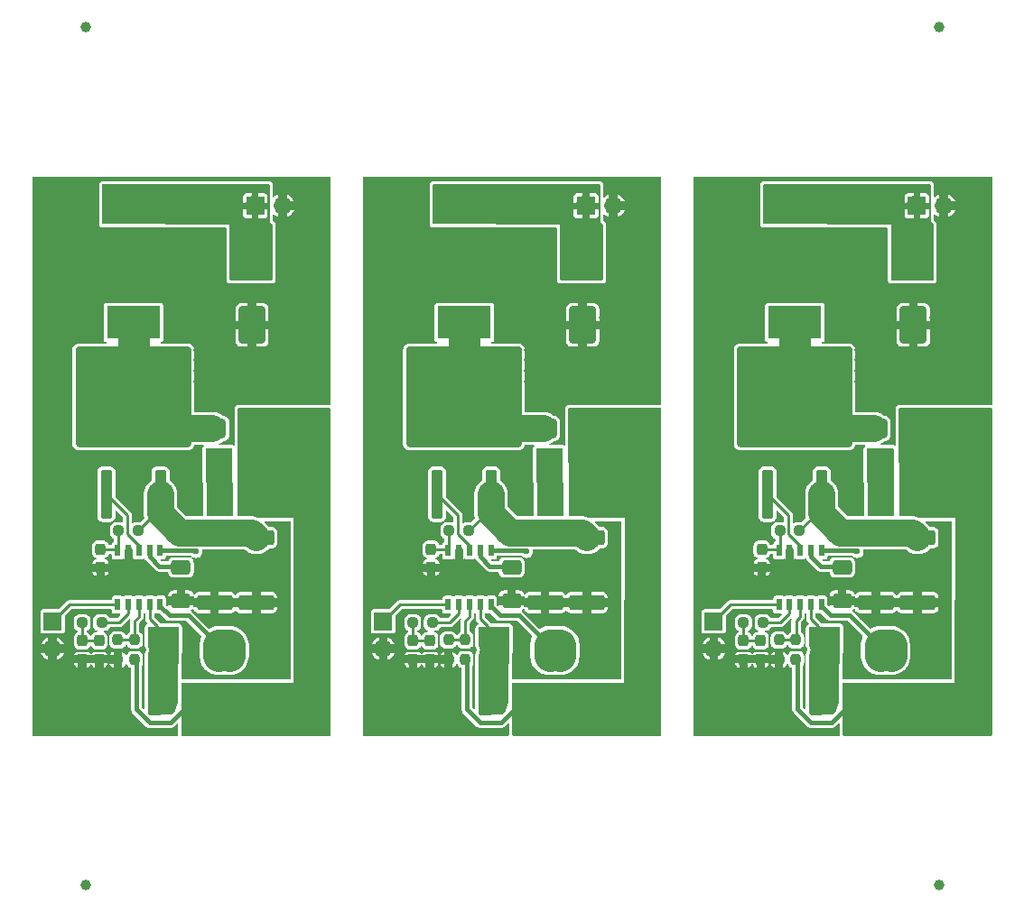
<source format=gtl>
G04 #@! TF.GenerationSoftware,KiCad,Pcbnew,8.0.0*
G04 #@! TF.CreationDate,2024-02-29T15:25:12+11:00*
G04 #@! TF.ProjectId,panel,70616e65-6c2e-46b6-9963-61645f706362,rev?*
G04 #@! TF.SameCoordinates,Original*
G04 #@! TF.FileFunction,Copper,L1,Top*
G04 #@! TF.FilePolarity,Positive*
%FSLAX46Y46*%
G04 Gerber Fmt 4.6, Leading zero omitted, Abs format (unit mm)*
G04 Created by KiCad (PCBNEW 8.0.0) date 2024-02-29 15:25:12*
%MOMM*%
%LPD*%
G01*
G04 APERTURE LIST*
G04 Aperture macros list*
%AMRoundRect*
0 Rectangle with rounded corners*
0 $1 Rounding radius*
0 $2 $3 $4 $5 $6 $7 $8 $9 X,Y pos of 4 corners*
0 Add a 4 corners polygon primitive as box body*
4,1,4,$2,$3,$4,$5,$6,$7,$8,$9,$2,$3,0*
0 Add four circle primitives for the rounded corners*
1,1,$1+$1,$2,$3*
1,1,$1+$1,$4,$5*
1,1,$1+$1,$6,$7*
1,1,$1+$1,$8,$9*
0 Add four rect primitives between the rounded corners*
20,1,$1+$1,$2,$3,$4,$5,0*
20,1,$1+$1,$4,$5,$6,$7,0*
20,1,$1+$1,$6,$7,$8,$9,0*
20,1,$1+$1,$8,$9,$2,$3,0*%
G04 Aperture macros list end*
G04 #@! TA.AperFunction,SMDPad,CuDef*
%ADD10RoundRect,0.250000X-0.650000X0.412500X-0.650000X-0.412500X0.650000X-0.412500X0.650000X0.412500X0*%
G04 #@! TD*
G04 #@! TA.AperFunction,ComponentPad*
%ADD11R,1.700000X1.700000*%
G04 #@! TD*
G04 #@! TA.AperFunction,ComponentPad*
%ADD12O,1.700000X1.700000*%
G04 #@! TD*
G04 #@! TA.AperFunction,SMDPad,CuDef*
%ADD13RoundRect,0.250000X0.300000X-2.050000X0.300000X2.050000X-0.300000X2.050000X-0.300000X-2.050000X0*%
G04 #@! TD*
G04 #@! TA.AperFunction,SMDPad,CuDef*
%ADD14RoundRect,0.250000X2.375000X-2.025000X2.375000X2.025000X-2.375000X2.025000X-2.375000X-2.025000X0*%
G04 #@! TD*
G04 #@! TA.AperFunction,SMDPad,CuDef*
%ADD15RoundRect,0.250002X5.149998X-4.449998X5.149998X4.449998X-5.149998X4.449998X-5.149998X-4.449998X0*%
G04 #@! TD*
G04 #@! TA.AperFunction,SMDPad,CuDef*
%ADD16RoundRect,0.237500X0.237500X-0.250000X0.237500X0.250000X-0.237500X0.250000X-0.237500X-0.250000X0*%
G04 #@! TD*
G04 #@! TA.AperFunction,SMDPad,CuDef*
%ADD17RoundRect,0.237500X-0.250000X-0.237500X0.250000X-0.237500X0.250000X0.237500X-0.250000X0.237500X0*%
G04 #@! TD*
G04 #@! TA.AperFunction,SMDPad,CuDef*
%ADD18R,0.510000X1.100000*%
G04 #@! TD*
G04 #@! TA.AperFunction,SMDPad,CuDef*
%ADD19RoundRect,0.249999X-1.425001X0.450001X-1.425001X-0.450001X1.425001X-0.450001X1.425001X0.450001X0*%
G04 #@! TD*
G04 #@! TA.AperFunction,SMDPad,CuDef*
%ADD20RoundRect,0.237500X-0.237500X0.300000X-0.237500X-0.300000X0.237500X-0.300000X0.237500X0.300000X0*%
G04 #@! TD*
G04 #@! TA.AperFunction,SMDPad,CuDef*
%ADD21C,1.000000*%
G04 #@! TD*
G04 #@! TA.AperFunction,SMDPad,CuDef*
%ADD22RoundRect,0.249999X0.450001X1.425001X-0.450001X1.425001X-0.450001X-1.425001X0.450001X-1.425001X0*%
G04 #@! TD*
G04 #@! TA.AperFunction,SMDPad,CuDef*
%ADD23RoundRect,0.250000X1.000000X0.650000X-1.000000X0.650000X-1.000000X-0.650000X1.000000X-0.650000X0*%
G04 #@! TD*
G04 #@! TA.AperFunction,SMDPad,CuDef*
%ADD24RoundRect,0.250000X0.412500X1.100000X-0.412500X1.100000X-0.412500X-1.100000X0.412500X-1.100000X0*%
G04 #@! TD*
G04 #@! TA.AperFunction,SMDPad,CuDef*
%ADD25R,5.000000X3.100000*%
G04 #@! TD*
G04 #@! TA.AperFunction,SMDPad,CuDef*
%ADD26RoundRect,0.237500X0.250000X0.237500X-0.250000X0.237500X-0.250000X-0.237500X0.250000X-0.237500X0*%
G04 #@! TD*
G04 #@! TA.AperFunction,SMDPad,CuDef*
%ADD27RoundRect,0.237500X-0.237500X0.250000X-0.237500X-0.250000X0.237500X-0.250000X0.237500X0.250000X0*%
G04 #@! TD*
G04 #@! TA.AperFunction,SMDPad,CuDef*
%ADD28RoundRect,0.250000X-1.000000X1.500000X-1.000000X-1.500000X1.000000X-1.500000X1.000000X1.500000X0*%
G04 #@! TD*
G04 #@! TA.AperFunction,ViaPad*
%ADD29C,0.800000*%
G04 #@! TD*
G04 #@! TA.AperFunction,ViaPad*
%ADD30C,0.600000*%
G04 #@! TD*
G04 #@! TA.AperFunction,Conductor*
%ADD31C,0.762000*%
G04 #@! TD*
G04 #@! TA.AperFunction,Conductor*
%ADD32C,0.250000*%
G04 #@! TD*
G04 #@! TA.AperFunction,Conductor*
%ADD33C,0.381000*%
G04 #@! TD*
G04 #@! TA.AperFunction,Conductor*
%ADD34C,0.254000*%
G04 #@! TD*
G04 #@! TA.AperFunction,Conductor*
%ADD35C,2.500000*%
G04 #@! TD*
G04 #@! TA.AperFunction,Conductor*
%ADD36C,3.000000*%
G04 #@! TD*
G04 #@! TA.AperFunction,Conductor*
%ADD37C,1.500000*%
G04 #@! TD*
G04 APERTURE END LIST*
D10*
G04 #@! TO.P,C4,1*
G04 #@! TO.N,Board_0-Net-(U1-VCC)*
X13940000Y-53689500D03*
G04 #@! TO.P,C4,2*
G04 #@! TO.N,Board_0-GND*
X13940000Y-56814500D03*
G04 #@! TD*
D11*
G04 #@! TO.P,J3,1,Pin_1*
G04 #@! TO.N,Board_2-SHDN*
X63900000Y-58764500D03*
D12*
G04 #@! TO.P,J3,2,Pin_2*
G04 #@! TO.N,Board_2-GND*
X63900000Y-61304500D03*
G04 #@! TD*
D13*
G04 #@! TO.P,Q1,1,G*
G04 #@! TO.N,Board_1-Net-(Q1-G)*
X37935000Y-46824500D03*
D14*
G04 #@! TO.P,Q1,2,D*
G04 #@! TO.N,Board_1-Net-(D1-A)*
X37700000Y-40099500D03*
X43250000Y-40099500D03*
D15*
X40475000Y-37674500D03*
D14*
X37700000Y-35249500D03*
X43250000Y-35249500D03*
D13*
G04 #@! TO.P,Q1,3,S*
G04 #@! TO.N,Board_1-Net-(Q1-S)*
X43015000Y-46824500D03*
G04 #@! TD*
D11*
G04 #@! TO.P,J3,1,Pin_1*
G04 #@! TO.N,Board_0-SHDN*
X1900000Y-58764500D03*
D12*
G04 #@! TO.P,J3,2,Pin_2*
G04 #@! TO.N,Board_0-GND*
X1900000Y-61304500D03*
G04 #@! TD*
D11*
G04 #@! TO.P,J2,1,Pin_1*
G04 #@! TO.N,Board_2-LED+*
X76945000Y-66269500D03*
D12*
G04 #@! TO.P,J2,2,Pin_2*
G04 #@! TO.N,Board_2-LED-*
X74405000Y-66269500D03*
G04 #@! TD*
D16*
G04 #@! TO.P,R1,1*
G04 #@! TO.N,Board_2-LED+*
X71600000Y-62332000D03*
G04 #@! TO.P,R1,2*
G04 #@! TO.N,Board_2-Net-(U1-OVP)*
X71600000Y-60507000D03*
G04 #@! TD*
D17*
G04 #@! TO.P,R4,1*
G04 #@! TO.N,Board_2-Net-(U1-ISW)*
X70087500Y-50249500D03*
G04 #@! TO.P,R4,2*
G04 #@! TO.N,Board_2-Net-(Q1-S)*
X71912500Y-50249500D03*
G04 #@! TD*
D18*
G04 #@! TO.P,U1,1,SHDN*
G04 #@! TO.N,Board_1-SHDN*
X39000000Y-57199500D03*
G04 #@! TO.P,U1,2,COMP*
G04 #@! TO.N,Board_1-Net-(U1-COMP)*
X40000000Y-57199500D03*
G04 #@! TO.P,U1,3,OVP*
G04 #@! TO.N,Board_1-Net-(U1-OVP)*
X41000000Y-57199500D03*
G04 #@! TO.P,U1,4,CSP*
G04 #@! TO.N,Board_1-LED-*
X42000000Y-57199500D03*
G04 #@! TO.P,U1,5,CSN*
G04 #@! TO.N,Board_1-VBUS*
X43000000Y-57199500D03*
G04 #@! TO.P,U1,6,VIN*
X43000000Y-52099500D03*
G04 #@! TO.P,U1,7,VCC*
G04 #@! TO.N,Board_1-Net-(U1-VCC)*
X42000000Y-52099500D03*
G04 #@! TO.P,U1,8,DRV*
G04 #@! TO.N,Board_1-Net-(Q1-G)*
X41000000Y-52099500D03*
G04 #@! TO.P,U1,9,GND*
G04 #@! TO.N,Board_1-GND*
X40000000Y-52099500D03*
G04 #@! TO.P,U1,10,ISW*
G04 #@! TO.N,Board_1-Net-(U1-ISW)*
X39000000Y-52099500D03*
G04 #@! TD*
D10*
G04 #@! TO.P,C4,1*
G04 #@! TO.N,Board_2-Net-(U1-VCC)*
X75940000Y-53689500D03*
G04 #@! TO.P,C4,2*
G04 #@! TO.N,Board_2-GND*
X75940000Y-56814500D03*
G04 #@! TD*
D19*
G04 #@! TO.P,R501,1*
G04 #@! TO.N,Board_1-Net-(Q1-S)*
X48090000Y-50899500D03*
G04 #@! TO.P,R501,2*
G04 #@! TO.N,Board_1-GND*
X48090000Y-56999500D03*
G04 #@! TD*
D20*
G04 #@! TO.P,C5,1*
G04 #@! TO.N,Board_1-Net-(U1-ISW)*
X37400000Y-51999500D03*
G04 #@! TO.P,C5,2*
G04 #@! TO.N,Board_1-GND*
X37400000Y-53724500D03*
G04 #@! TD*
D17*
G04 #@! TO.P,R4,1*
G04 #@! TO.N,Board_1-Net-(U1-ISW)*
X39087500Y-50249500D03*
G04 #@! TO.P,R4,2*
G04 #@! TO.N,Board_1-Net-(Q1-S)*
X40912500Y-50249500D03*
G04 #@! TD*
D21*
G04 #@! TO.P,KiKit_FID_T_3,*
G04 #@! TO.N,*
X5000000Y-83499500D03*
G04 #@! TD*
D22*
G04 #@! TO.P,R6,1*
G04 #@! TO.N,Board_1-VBUS*
X48770000Y-61189500D03*
G04 #@! TO.P,R6,2*
G04 #@! TO.N,Board_1-LED-*
X42670000Y-61189500D03*
G04 #@! TD*
D19*
G04 #@! TO.P,R502,1*
G04 #@! TO.N,Board_1-Net-(Q1-S)*
X52000000Y-50899500D03*
G04 #@! TO.P,R502,2*
G04 #@! TO.N,Board_1-GND*
X52000000Y-56999500D03*
G04 #@! TD*
G04 #@! TO.P,R501,1*
G04 #@! TO.N,Board_0-Net-(Q1-S)*
X17090000Y-50899500D03*
G04 #@! TO.P,R501,2*
G04 #@! TO.N,Board_0-GND*
X17090000Y-56999500D03*
G04 #@! TD*
D20*
G04 #@! TO.P,C302,1*
G04 #@! TO.N,Board_1-Net-(C301-Pad1)*
X35690000Y-60577000D03*
G04 #@! TO.P,C302,2*
G04 #@! TO.N,Board_1-GND*
X35690000Y-62302000D03*
G04 #@! TD*
D23*
G04 #@! TO.P,D1,1,K*
G04 #@! TO.N,Board_2-LED+*
X82900000Y-40649500D03*
G04 #@! TO.P,D1,2,A*
G04 #@! TO.N,Board_2-Net-(D1-A)*
X78900000Y-40649500D03*
G04 #@! TD*
D20*
G04 #@! TO.P,C5,1*
G04 #@! TO.N,Board_2-Net-(U1-ISW)*
X68400000Y-51999500D03*
G04 #@! TO.P,C5,2*
G04 #@! TO.N,Board_2-GND*
X68400000Y-53724500D03*
G04 #@! TD*
D11*
G04 #@! TO.P,J2,1,Pin_1*
G04 #@! TO.N,Board_1-LED+*
X45945000Y-66269500D03*
D12*
G04 #@! TO.P,J2,2,Pin_2*
G04 #@! TO.N,Board_1-LED-*
X43405000Y-66269500D03*
G04 #@! TD*
D24*
G04 #@! TO.P,C201,1*
G04 #@! TO.N,Board_0-LED+*
X20592500Y-47479500D03*
G04 #@! TO.P,C201,2*
G04 #@! TO.N,Board_0-VBUS*
X17467500Y-47479500D03*
G04 #@! TD*
D25*
G04 #@! TO.P,L1,1,1*
G04 #@! TO.N,Board_2-VBUS*
X71500000Y-19599500D03*
G04 #@! TO.P,L1,2,2*
G04 #@! TO.N,Board_2-Net-(D1-A)*
X71500000Y-30699500D03*
G04 #@! TD*
D13*
G04 #@! TO.P,Q1,1,G*
G04 #@! TO.N,Board_2-Net-(Q1-G)*
X68935000Y-46824500D03*
D14*
G04 #@! TO.P,Q1,2,D*
G04 #@! TO.N,Board_2-Net-(D1-A)*
X68700000Y-40099500D03*
X74250000Y-40099500D03*
D15*
X71475000Y-37674500D03*
D14*
X68700000Y-35249500D03*
X74250000Y-35249500D03*
D13*
G04 #@! TO.P,Q1,3,S*
G04 #@! TO.N,Board_2-Net-(Q1-S)*
X74015000Y-46824500D03*
G04 #@! TD*
D11*
G04 #@! TO.P,J1,1,Pin_1*
G04 #@! TO.N,Board_0-VBUS*
X20925000Y-19749500D03*
D12*
G04 #@! TO.P,J1,2,Pin_2*
G04 #@! TO.N,Board_0-GND*
X23465000Y-19749500D03*
G04 #@! TD*
D26*
G04 #@! TO.P,R3,1*
G04 #@! TO.N,Board_1-Net-(U1-COMP)*
X37502500Y-58877000D03*
G04 #@! TO.P,R3,2*
G04 #@! TO.N,Board_1-Net-(C301-Pad1)*
X35677500Y-58877000D03*
G04 #@! TD*
D27*
G04 #@! TO.P,R2,1*
G04 #@! TO.N,Board_1-Net-(U1-OVP)*
X39010000Y-60507000D03*
G04 #@! TO.P,R2,2*
G04 #@! TO.N,Board_1-GND*
X39010000Y-62332000D03*
G04 #@! TD*
D16*
G04 #@! TO.P,R1,1*
G04 #@! TO.N,Board_0-LED+*
X9600000Y-62332000D03*
G04 #@! TO.P,R1,2*
G04 #@! TO.N,Board_0-Net-(U1-OVP)*
X9600000Y-60507000D03*
G04 #@! TD*
D24*
G04 #@! TO.P,C201,1*
G04 #@! TO.N,Board_2-LED+*
X82592500Y-47479500D03*
G04 #@! TO.P,C201,2*
G04 #@! TO.N,Board_2-VBUS*
X79467500Y-47479500D03*
G04 #@! TD*
D22*
G04 #@! TO.P,R6,1*
G04 #@! TO.N,Board_2-VBUS*
X79770000Y-61189500D03*
G04 #@! TO.P,R6,2*
G04 #@! TO.N,Board_2-LED-*
X73670000Y-61189500D03*
G04 #@! TD*
D24*
G04 #@! TO.P,C202,1*
G04 #@! TO.N,Board_1-LED+*
X51592500Y-44109500D03*
G04 #@! TO.P,C202,2*
G04 #@! TO.N,Board_1-VBUS*
X48467500Y-44109500D03*
G04 #@! TD*
D11*
G04 #@! TO.P,J2,1,Pin_1*
G04 #@! TO.N,Board_0-LED+*
X14945000Y-66269500D03*
D12*
G04 #@! TO.P,J2,2,Pin_2*
G04 #@! TO.N,Board_0-LED-*
X12405000Y-66269500D03*
G04 #@! TD*
D25*
G04 #@! TO.P,L1,1,1*
G04 #@! TO.N,Board_1-VBUS*
X40500000Y-19599500D03*
G04 #@! TO.P,L1,2,2*
G04 #@! TO.N,Board_1-Net-(D1-A)*
X40500000Y-30699500D03*
G04 #@! TD*
D27*
G04 #@! TO.P,R2,1*
G04 #@! TO.N,Board_2-Net-(U1-OVP)*
X70010000Y-60507000D03*
G04 #@! TO.P,R2,2*
G04 #@! TO.N,Board_2-GND*
X70010000Y-62332000D03*
G04 #@! TD*
D26*
G04 #@! TO.P,R3,1*
G04 #@! TO.N,Board_2-Net-(U1-COMP)*
X68502500Y-58877000D03*
G04 #@! TO.P,R3,2*
G04 #@! TO.N,Board_2-Net-(C301-Pad1)*
X66677500Y-58877000D03*
G04 #@! TD*
D11*
G04 #@! TO.P,J1,1,Pin_1*
G04 #@! TO.N,Board_2-VBUS*
X82925000Y-19749500D03*
D12*
G04 #@! TO.P,J1,2,Pin_2*
G04 #@! TO.N,Board_2-GND*
X85465000Y-19749500D03*
G04 #@! TD*
D20*
G04 #@! TO.P,C302,1*
G04 #@! TO.N,Board_2-Net-(C301-Pad1)*
X66690000Y-60577000D03*
G04 #@! TO.P,C302,2*
G04 #@! TO.N,Board_2-GND*
X66690000Y-62302000D03*
G04 #@! TD*
D18*
G04 #@! TO.P,U1,1,SHDN*
G04 #@! TO.N,Board_0-SHDN*
X8000000Y-57199500D03*
G04 #@! TO.P,U1,2,COMP*
G04 #@! TO.N,Board_0-Net-(U1-COMP)*
X9000000Y-57199500D03*
G04 #@! TO.P,U1,3,OVP*
G04 #@! TO.N,Board_0-Net-(U1-OVP)*
X10000000Y-57199500D03*
G04 #@! TO.P,U1,4,CSP*
G04 #@! TO.N,Board_0-LED-*
X11000000Y-57199500D03*
G04 #@! TO.P,U1,5,CSN*
G04 #@! TO.N,Board_0-VBUS*
X12000000Y-57199500D03*
G04 #@! TO.P,U1,6,VIN*
X12000000Y-52099500D03*
G04 #@! TO.P,U1,7,VCC*
G04 #@! TO.N,Board_0-Net-(U1-VCC)*
X11000000Y-52099500D03*
G04 #@! TO.P,U1,8,DRV*
G04 #@! TO.N,Board_0-Net-(Q1-G)*
X10000000Y-52099500D03*
G04 #@! TO.P,U1,9,GND*
G04 #@! TO.N,Board_0-GND*
X9000000Y-52099500D03*
G04 #@! TO.P,U1,10,ISW*
G04 #@! TO.N,Board_0-Net-(U1-ISW)*
X8000000Y-52099500D03*
G04 #@! TD*
D20*
G04 #@! TO.P,C301,1*
G04 #@! TO.N,Board_1-Net-(C301-Pad1)*
X37290000Y-60577000D03*
G04 #@! TO.P,C301,2*
G04 #@! TO.N,Board_1-GND*
X37290000Y-62302000D03*
G04 #@! TD*
D11*
G04 #@! TO.P,J3,1,Pin_1*
G04 #@! TO.N,Board_1-SHDN*
X32900000Y-58764500D03*
D12*
G04 #@! TO.P,J3,2,Pin_2*
G04 #@! TO.N,Board_1-GND*
X32900000Y-61304500D03*
G04 #@! TD*
D21*
G04 #@! TO.P,KiKit_FID_T_4,*
G04 #@! TO.N,*
X85000000Y-83499500D03*
G04 #@! TD*
D28*
G04 #@! TO.P,C1,1*
G04 #@! TO.N,Board_1-VBUS*
X51600000Y-24442000D03*
G04 #@! TO.P,C1,2*
G04 #@! TO.N,Board_1-GND*
X51600000Y-30942000D03*
G04 #@! TD*
D19*
G04 #@! TO.P,R502,1*
G04 #@! TO.N,Board_2-Net-(Q1-S)*
X83000000Y-50899500D03*
G04 #@! TO.P,R502,2*
G04 #@! TO.N,Board_2-GND*
X83000000Y-56999500D03*
G04 #@! TD*
D24*
G04 #@! TO.P,C201,1*
G04 #@! TO.N,Board_1-LED+*
X51592500Y-47479500D03*
G04 #@! TO.P,C201,2*
G04 #@! TO.N,Board_1-VBUS*
X48467500Y-47479500D03*
G04 #@! TD*
D11*
G04 #@! TO.P,J1,1,Pin_1*
G04 #@! TO.N,Board_1-VBUS*
X51925000Y-19749500D03*
D12*
G04 #@! TO.P,J1,2,Pin_2*
G04 #@! TO.N,Board_1-GND*
X54465000Y-19749500D03*
G04 #@! TD*
D23*
G04 #@! TO.P,D1,1,K*
G04 #@! TO.N,Board_0-LED+*
X20900000Y-40649500D03*
G04 #@! TO.P,D1,2,A*
G04 #@! TO.N,Board_0-Net-(D1-A)*
X16900000Y-40649500D03*
G04 #@! TD*
D13*
G04 #@! TO.P,Q1,1,G*
G04 #@! TO.N,Board_0-Net-(Q1-G)*
X6935000Y-46824500D03*
D14*
G04 #@! TO.P,Q1,2,D*
G04 #@! TO.N,Board_0-Net-(D1-A)*
X6700000Y-40099500D03*
X12250000Y-40099500D03*
D15*
X9475000Y-37674500D03*
D14*
X6700000Y-35249500D03*
X12250000Y-35249500D03*
D13*
G04 #@! TO.P,Q1,3,S*
G04 #@! TO.N,Board_0-Net-(Q1-S)*
X12015000Y-46824500D03*
G04 #@! TD*
D24*
G04 #@! TO.P,C202,1*
G04 #@! TO.N,Board_2-LED+*
X82592500Y-44109500D03*
G04 #@! TO.P,C202,2*
G04 #@! TO.N,Board_2-VBUS*
X79467500Y-44109500D03*
G04 #@! TD*
D23*
G04 #@! TO.P,D1,1,K*
G04 #@! TO.N,Board_1-LED+*
X51900000Y-40649500D03*
G04 #@! TO.P,D1,2,A*
G04 #@! TO.N,Board_1-Net-(D1-A)*
X47900000Y-40649500D03*
G04 #@! TD*
D20*
G04 #@! TO.P,C5,1*
G04 #@! TO.N,Board_0-Net-(U1-ISW)*
X6400000Y-51999500D03*
G04 #@! TO.P,C5,2*
G04 #@! TO.N,Board_0-GND*
X6400000Y-53724500D03*
G04 #@! TD*
G04 #@! TO.P,C301,1*
G04 #@! TO.N,Board_2-Net-(C301-Pad1)*
X68290000Y-60577000D03*
G04 #@! TO.P,C301,2*
G04 #@! TO.N,Board_2-GND*
X68290000Y-62302000D03*
G04 #@! TD*
D26*
G04 #@! TO.P,R3,1*
G04 #@! TO.N,Board_0-Net-(U1-COMP)*
X6502500Y-58877000D03*
G04 #@! TO.P,R3,2*
G04 #@! TO.N,Board_0-Net-(C301-Pad1)*
X4677500Y-58877000D03*
G04 #@! TD*
D19*
G04 #@! TO.P,R502,1*
G04 #@! TO.N,Board_0-Net-(Q1-S)*
X21000000Y-50899500D03*
G04 #@! TO.P,R502,2*
G04 #@! TO.N,Board_0-GND*
X21000000Y-56999500D03*
G04 #@! TD*
D17*
G04 #@! TO.P,R4,1*
G04 #@! TO.N,Board_0-Net-(U1-ISW)*
X8087500Y-50249500D03*
G04 #@! TO.P,R4,2*
G04 #@! TO.N,Board_0-Net-(Q1-S)*
X9912500Y-50249500D03*
G04 #@! TD*
D24*
G04 #@! TO.P,C202,1*
G04 #@! TO.N,Board_0-LED+*
X20592500Y-44109500D03*
G04 #@! TO.P,C202,2*
G04 #@! TO.N,Board_0-VBUS*
X17467500Y-44109500D03*
G04 #@! TD*
D21*
G04 #@! TO.P,KiKit_FID_T_2,*
G04 #@! TO.N,*
X85000000Y-3000000D03*
G04 #@! TD*
D25*
G04 #@! TO.P,L1,1,1*
G04 #@! TO.N,Board_0-VBUS*
X9500000Y-19599500D03*
G04 #@! TO.P,L1,2,2*
G04 #@! TO.N,Board_0-Net-(D1-A)*
X9500000Y-30699500D03*
G04 #@! TD*
D27*
G04 #@! TO.P,R2,1*
G04 #@! TO.N,Board_0-Net-(U1-OVP)*
X8010000Y-60507000D03*
G04 #@! TO.P,R2,2*
G04 #@! TO.N,Board_0-GND*
X8010000Y-62332000D03*
G04 #@! TD*
D10*
G04 #@! TO.P,C4,1*
G04 #@! TO.N,Board_1-Net-(U1-VCC)*
X44940000Y-53689500D03*
G04 #@! TO.P,C4,2*
G04 #@! TO.N,Board_1-GND*
X44940000Y-56814500D03*
G04 #@! TD*
D20*
G04 #@! TO.P,C301,1*
G04 #@! TO.N,Board_0-Net-(C301-Pad1)*
X6290000Y-60577000D03*
G04 #@! TO.P,C301,2*
G04 #@! TO.N,Board_0-GND*
X6290000Y-62302000D03*
G04 #@! TD*
D28*
G04 #@! TO.P,C1,1*
G04 #@! TO.N,Board_2-VBUS*
X82600000Y-24442000D03*
G04 #@! TO.P,C1,2*
G04 #@! TO.N,Board_2-GND*
X82600000Y-30942000D03*
G04 #@! TD*
G04 #@! TO.P,C1,1*
G04 #@! TO.N,Board_0-VBUS*
X20600000Y-24442000D03*
G04 #@! TO.P,C1,2*
G04 #@! TO.N,Board_0-GND*
X20600000Y-30942000D03*
G04 #@! TD*
D22*
G04 #@! TO.P,R6,1*
G04 #@! TO.N,Board_0-VBUS*
X17770000Y-61189500D03*
G04 #@! TO.P,R6,2*
G04 #@! TO.N,Board_0-LED-*
X11670000Y-61189500D03*
G04 #@! TD*
D21*
G04 #@! TO.P,KiKit_FID_T_1,*
G04 #@! TO.N,*
X5000000Y-3000000D03*
G04 #@! TD*
D19*
G04 #@! TO.P,R501,1*
G04 #@! TO.N,Board_2-Net-(Q1-S)*
X79090000Y-50899500D03*
G04 #@! TO.P,R501,2*
G04 #@! TO.N,Board_2-GND*
X79090000Y-56999500D03*
G04 #@! TD*
D18*
G04 #@! TO.P,U1,1,SHDN*
G04 #@! TO.N,Board_2-SHDN*
X70000000Y-57199500D03*
G04 #@! TO.P,U1,2,COMP*
G04 #@! TO.N,Board_2-Net-(U1-COMP)*
X71000000Y-57199500D03*
G04 #@! TO.P,U1,3,OVP*
G04 #@! TO.N,Board_2-Net-(U1-OVP)*
X72000000Y-57199500D03*
G04 #@! TO.P,U1,4,CSP*
G04 #@! TO.N,Board_2-LED-*
X73000000Y-57199500D03*
G04 #@! TO.P,U1,5,CSN*
G04 #@! TO.N,Board_2-VBUS*
X74000000Y-57199500D03*
G04 #@! TO.P,U1,6,VIN*
X74000000Y-52099500D03*
G04 #@! TO.P,U1,7,VCC*
G04 #@! TO.N,Board_2-Net-(U1-VCC)*
X73000000Y-52099500D03*
G04 #@! TO.P,U1,8,DRV*
G04 #@! TO.N,Board_2-Net-(Q1-G)*
X72000000Y-52099500D03*
G04 #@! TO.P,U1,9,GND*
G04 #@! TO.N,Board_2-GND*
X71000000Y-52099500D03*
G04 #@! TO.P,U1,10,ISW*
G04 #@! TO.N,Board_2-Net-(U1-ISW)*
X70000000Y-52099500D03*
G04 #@! TD*
D20*
G04 #@! TO.P,C302,1*
G04 #@! TO.N,Board_0-Net-(C301-Pad1)*
X4690000Y-60577000D03*
G04 #@! TO.P,C302,2*
G04 #@! TO.N,Board_0-GND*
X4690000Y-62302000D03*
G04 #@! TD*
D16*
G04 #@! TO.P,R1,1*
G04 #@! TO.N,Board_1-LED+*
X40600000Y-62332000D03*
G04 #@! TO.P,R1,2*
G04 #@! TO.N,Board_1-Net-(U1-OVP)*
X40600000Y-60507000D03*
G04 #@! TD*
D29*
G04 #@! TO.N,Board_0-GND*
X5000000Y-32249500D03*
X3000000Y-36249500D03*
X12500000Y-22249500D03*
X17500000Y-33249500D03*
X10750000Y-43249500D03*
D30*
X22500000Y-33249500D03*
D29*
X23500000Y-57999500D03*
X21750000Y-63749500D03*
X3000000Y-40249500D03*
X24500000Y-26249500D03*
D30*
X10370000Y-61439500D03*
D29*
X17500000Y-38249500D03*
X23500000Y-26249500D03*
D30*
X11870000Y-58359500D03*
D29*
X12750000Y-43249500D03*
X23500000Y-55999500D03*
X24500000Y-25249500D03*
X14500000Y-31249500D03*
X15500000Y-25249500D03*
X5500000Y-31249500D03*
X20750000Y-63749500D03*
D30*
X1880000Y-62759500D03*
D29*
X3000000Y-42249500D03*
X15500000Y-35249500D03*
D30*
X22500000Y-32249500D03*
D29*
X5500000Y-46749500D03*
X6250000Y-55999500D03*
X11750000Y-43249500D03*
X16500000Y-35249500D03*
D30*
X23500000Y-37749500D03*
D29*
X16500000Y-34249500D03*
X15500000Y-30249500D03*
D30*
X10330000Y-59019500D03*
D29*
X23500000Y-30249500D03*
X3500000Y-29249500D03*
X3000000Y-43249500D03*
X5500000Y-19249500D03*
X2500000Y-68249500D03*
X22250000Y-53749500D03*
X22250000Y-54749500D03*
X8750000Y-43249500D03*
X23500000Y-18249500D03*
X23500000Y-25249500D03*
X9000000Y-55749500D03*
X14750000Y-43249500D03*
X1500000Y-68249500D03*
D30*
X22500000Y-35249500D03*
D29*
X17500000Y-30249500D03*
X14750000Y-44249500D03*
X17500000Y-35249500D03*
X22250000Y-52749500D03*
X15500000Y-31249500D03*
X22500000Y-58499500D03*
X15750000Y-53999500D03*
X3500000Y-68249500D03*
X23750000Y-62749500D03*
X15500000Y-32249500D03*
X3500000Y-31249500D03*
X23750000Y-61749500D03*
X8750000Y-45249500D03*
X13750000Y-43249500D03*
X23750000Y-59749500D03*
X23500000Y-24249500D03*
X4500000Y-31249500D03*
X17500000Y-25249500D03*
X17500000Y-36249500D03*
X22500000Y-31249500D03*
X23750000Y-60749500D03*
X21000000Y-58499500D03*
X15500000Y-26249500D03*
X9750000Y-43249500D03*
X23750000Y-63749500D03*
D30*
X8770000Y-61449500D03*
D29*
X3000000Y-35249500D03*
X14500000Y-22249500D03*
X11500000Y-22249500D03*
X14500000Y-63749500D03*
X23500000Y-27249500D03*
X23500000Y-29249500D03*
D30*
X5500000Y-62249500D03*
D29*
X4750000Y-43249500D03*
X3500000Y-19249500D03*
X20250000Y-54749500D03*
X15500000Y-29249500D03*
X9000000Y-53499500D03*
X11000000Y-54249500D03*
X8750000Y-46249500D03*
X13750000Y-55249500D03*
X9750000Y-47249500D03*
X8750000Y-44249500D03*
X9750000Y-46249500D03*
D30*
X7130000Y-62299500D03*
D29*
X3000000Y-38249500D03*
X5500000Y-44749500D03*
X15500000Y-33249500D03*
X16500000Y-29249500D03*
X24500000Y-31249500D03*
X23500000Y-49999500D03*
X15500000Y-28249500D03*
X20250000Y-53749500D03*
D30*
X22500000Y-36249500D03*
D29*
X22750000Y-63749500D03*
X23500000Y-31249500D03*
X12000000Y-55749500D03*
X15500000Y-27249500D03*
X15750000Y-54999500D03*
X13500000Y-30249500D03*
X24500000Y-28249500D03*
X9500000Y-22249500D03*
X5500000Y-47749500D03*
X14500000Y-30249500D03*
X3000000Y-34249500D03*
X16500000Y-26249500D03*
D30*
X22500000Y-34249500D03*
D29*
X13500000Y-22249500D03*
X7750000Y-43249500D03*
X3000000Y-39249500D03*
X23500000Y-51999500D03*
X6500000Y-22249500D03*
D30*
X22500000Y-37249500D03*
D29*
X3500000Y-30249500D03*
X3500000Y-32249500D03*
X22500000Y-28249500D03*
X23500000Y-56999500D03*
X16500000Y-33249500D03*
X3500000Y-23249500D03*
D30*
X12870000Y-56829500D03*
D29*
X22500000Y-30249500D03*
X7500000Y-22249500D03*
X9750000Y-48249500D03*
X17500000Y-24249500D03*
X23500000Y-28249500D03*
X3000000Y-33249500D03*
X5500000Y-48749500D03*
X3500000Y-27249500D03*
X24500000Y-27249500D03*
X17500000Y-31249500D03*
X8000000Y-53499500D03*
D30*
X15120000Y-56939500D03*
D29*
X8500000Y-22249500D03*
X24500000Y-30249500D03*
X8000000Y-55749500D03*
X15500000Y-24249500D03*
X4500000Y-19249500D03*
X14750000Y-59749500D03*
X12000000Y-54749500D03*
X3500000Y-24249500D03*
X16500000Y-36249500D03*
X14750000Y-55249500D03*
X15500000Y-36249500D03*
X9000000Y-54499500D03*
X3500000Y-20249500D03*
X5750000Y-43249500D03*
X10000000Y-53499500D03*
X3500000Y-28249500D03*
X20250000Y-52749500D03*
X1500000Y-51249500D03*
X23500000Y-53999500D03*
X3000000Y-37249500D03*
X9750000Y-44249500D03*
X1500000Y-52249500D03*
X15500000Y-23249500D03*
X3500000Y-26249500D03*
X8750000Y-47249500D03*
X13750000Y-44249500D03*
X13500000Y-31249500D03*
X9750000Y-45249500D03*
X3500000Y-21249500D03*
X16500000Y-25249500D03*
X6750000Y-43249500D03*
D30*
X3640000Y-61479500D03*
D29*
X24500000Y-29249500D03*
X15500000Y-34249500D03*
X10750000Y-44249500D03*
X16500000Y-30249500D03*
X22500000Y-29249500D03*
X23500000Y-50999500D03*
X17500000Y-34249500D03*
X12750000Y-55249500D03*
X11000000Y-55749500D03*
X17500000Y-29249500D03*
X23500000Y-52999500D03*
X17500000Y-26249500D03*
X3500000Y-25249500D03*
X15500000Y-22249500D03*
X17500000Y-37249500D03*
X5500000Y-45749500D03*
X23500000Y-54999500D03*
X3500000Y-22249500D03*
X16500000Y-31249500D03*
D30*
X15870000Y-58339500D03*
D29*
X23500000Y-21249500D03*
X6250000Y-54999500D03*
X6000000Y-49749500D03*
X10500000Y-22249500D03*
X3000000Y-41249500D03*
X8000000Y-54499500D03*
G04 #@! TO.N,Board_0-VBUS*
X17000000Y-46249500D03*
X18500000Y-60999500D03*
X17000000Y-45249500D03*
X18000000Y-48249500D03*
D30*
X15350000Y-52209000D03*
D29*
X18000000Y-47249500D03*
X18500000Y-59999500D03*
X17000000Y-43249500D03*
X17000000Y-47249500D03*
X17500000Y-60999500D03*
X18000000Y-43249500D03*
X17500000Y-61999500D03*
X17000000Y-44249500D03*
X18000000Y-45249500D03*
X17500000Y-59999500D03*
X18000000Y-44249500D03*
X18000000Y-46249500D03*
X17000000Y-48249500D03*
X18500000Y-61999500D03*
G04 #@! TO.N,Board_1-GND*
X47500000Y-26249500D03*
X47500000Y-25249500D03*
X34500000Y-32249500D03*
X47500000Y-35249500D03*
X54500000Y-57999500D03*
X54500000Y-49999500D03*
X44750000Y-43249500D03*
X46500000Y-28249500D03*
X53250000Y-53749500D03*
X43000000Y-54749500D03*
X40500000Y-22249500D03*
X54500000Y-50999500D03*
X55500000Y-26249500D03*
X41750000Y-44249500D03*
X53250000Y-52749500D03*
X54500000Y-24249500D03*
X40000000Y-53499500D03*
X53500000Y-58499500D03*
X35500000Y-19249500D03*
X46500000Y-24249500D03*
X42000000Y-55749500D03*
X46500000Y-22249500D03*
X37500000Y-22249500D03*
X34500000Y-27249500D03*
X34000000Y-43249500D03*
D30*
X42870000Y-58359500D03*
D29*
X48500000Y-38249500D03*
X44500000Y-30249500D03*
X55500000Y-30249500D03*
X54500000Y-31249500D03*
X55500000Y-29249500D03*
X51250000Y-54749500D03*
X34500000Y-23249500D03*
X36000000Y-32249500D03*
X32500000Y-51249500D03*
X54500000Y-51999500D03*
X34000000Y-34249500D03*
X46500000Y-34249500D03*
X34000000Y-42249500D03*
X43750000Y-55249500D03*
X34000000Y-36249500D03*
X53500000Y-30249500D03*
X40750000Y-45249500D03*
X34500000Y-28249500D03*
X45500000Y-31249500D03*
X48500000Y-26249500D03*
X39750000Y-43249500D03*
X41750000Y-43249500D03*
X53250000Y-54749500D03*
X40750000Y-43249500D03*
X34500000Y-20249500D03*
X48500000Y-33249500D03*
X35750000Y-43249500D03*
D30*
X32880000Y-62759500D03*
D29*
X54500000Y-26249500D03*
X36500000Y-31249500D03*
X34500000Y-25249500D03*
X54750000Y-62749500D03*
X34000000Y-40249500D03*
X53500000Y-31249500D03*
X45750000Y-43249500D03*
X55500000Y-25249500D03*
D30*
X53500000Y-35249500D03*
D29*
X46500000Y-31249500D03*
X42000000Y-54249500D03*
X46500000Y-25249500D03*
X39750000Y-44249500D03*
X34500000Y-21249500D03*
X32500000Y-52249500D03*
X46500000Y-36249500D03*
X34500000Y-31249500D03*
X36500000Y-44749500D03*
X35500000Y-31249500D03*
X44500000Y-22249500D03*
D30*
X53500000Y-32249500D03*
X53500000Y-34249500D03*
D29*
X40750000Y-44249500D03*
X44750000Y-55249500D03*
X37250000Y-55999500D03*
X41500000Y-22249500D03*
X42500000Y-22249500D03*
X34000000Y-39249500D03*
X34500000Y-19249500D03*
X46500000Y-23249500D03*
X54500000Y-29249500D03*
X53500000Y-28249500D03*
X42750000Y-43249500D03*
X54500000Y-52999500D03*
X46500000Y-32249500D03*
X51750000Y-63749500D03*
D30*
X41370000Y-61439500D03*
D29*
X39000000Y-55749500D03*
X39750000Y-47249500D03*
X34500000Y-24249500D03*
X34500000Y-26249500D03*
X40000000Y-54499500D03*
X47500000Y-34249500D03*
X37750000Y-43249500D03*
X36500000Y-19249500D03*
X40750000Y-47249500D03*
X55500000Y-31249500D03*
X33500000Y-68249500D03*
X36500000Y-48749500D03*
D30*
X53500000Y-37249500D03*
D29*
X45750000Y-55249500D03*
X54750000Y-63749500D03*
X44500000Y-31249500D03*
X52750000Y-63749500D03*
X43000000Y-55749500D03*
X51250000Y-53749500D03*
X37250000Y-54999500D03*
X54500000Y-28249500D03*
X38750000Y-43249500D03*
X39750000Y-46249500D03*
X41000000Y-53499500D03*
X34000000Y-33249500D03*
X46500000Y-27249500D03*
X39000000Y-54499500D03*
X54500000Y-53999500D03*
X34000000Y-38249500D03*
X45750000Y-44249500D03*
D30*
X39770000Y-61449500D03*
D29*
X52000000Y-58499500D03*
X36500000Y-47749500D03*
D30*
X36500000Y-62249500D03*
D29*
X32500000Y-68249500D03*
D30*
X46120000Y-56939500D03*
D29*
X54500000Y-18249500D03*
X37000000Y-49749500D03*
X40750000Y-46249500D03*
X39000000Y-53499500D03*
X54500000Y-55999500D03*
X34000000Y-41249500D03*
X47500000Y-30249500D03*
X54750000Y-61749500D03*
X34000000Y-35249500D03*
D30*
X54500000Y-37749500D03*
D29*
X47500000Y-36249500D03*
X54500000Y-25249500D03*
X46500000Y-30249500D03*
X34500000Y-68249500D03*
X34500000Y-22249500D03*
X48500000Y-24249500D03*
X34500000Y-29249500D03*
X38500000Y-22249500D03*
X54500000Y-27249500D03*
X45500000Y-22249500D03*
X48500000Y-30249500D03*
X36500000Y-45749500D03*
X48500000Y-34249500D03*
X40750000Y-48249500D03*
X54500000Y-30249500D03*
X46500000Y-29249500D03*
X34000000Y-37249500D03*
X36750000Y-43249500D03*
D30*
X53500000Y-33249500D03*
D29*
X45500000Y-30249500D03*
D30*
X53500000Y-36249500D03*
D29*
X54500000Y-54999500D03*
D30*
X38130000Y-62299500D03*
D29*
X53500000Y-29249500D03*
X43750000Y-43249500D03*
X45750000Y-59749500D03*
X54750000Y-60749500D03*
X47500000Y-29249500D03*
X48500000Y-35249500D03*
D30*
X41330000Y-59019500D03*
D29*
X55500000Y-28249500D03*
X48500000Y-37249500D03*
X48500000Y-25249500D03*
X51250000Y-52749500D03*
X43500000Y-22249500D03*
X36500000Y-46749500D03*
X34500000Y-30249500D03*
X54500000Y-21249500D03*
X54500000Y-56999500D03*
X53750000Y-63749500D03*
D30*
X43870000Y-56829500D03*
D29*
X47500000Y-31249500D03*
D30*
X34640000Y-61479500D03*
D29*
X46750000Y-54999500D03*
X48500000Y-31249500D03*
X44750000Y-44249500D03*
X39750000Y-45249500D03*
X39500000Y-22249500D03*
X46750000Y-53999500D03*
X46500000Y-26249500D03*
X48500000Y-36249500D03*
X48500000Y-29249500D03*
D30*
X46870000Y-58339500D03*
D29*
X46500000Y-35249500D03*
X54750000Y-59749500D03*
X45500000Y-63749500D03*
X55500000Y-27249500D03*
X47500000Y-33249500D03*
X46500000Y-33249500D03*
X40000000Y-55749500D03*
G04 #@! TO.N,Board_1-VBUS*
X49000000Y-48249500D03*
X48000000Y-48249500D03*
X49000000Y-47249500D03*
X48500000Y-60999500D03*
X49500000Y-59999500D03*
X48000000Y-46249500D03*
X49000000Y-45249500D03*
X49500000Y-61999500D03*
X48500000Y-59999500D03*
D30*
X46350000Y-52209000D03*
D29*
X49500000Y-60999500D03*
X48000000Y-43249500D03*
X49000000Y-44249500D03*
X48000000Y-47249500D03*
X49000000Y-43249500D03*
X48500000Y-61999500D03*
X48000000Y-45249500D03*
X48000000Y-44249500D03*
X49000000Y-46249500D03*
D30*
G04 #@! TO.N,Board_2-GND*
X84500000Y-36249500D03*
D29*
X85500000Y-50999500D03*
X76500000Y-31249500D03*
D30*
X84500000Y-32249500D03*
D29*
X76750000Y-44249500D03*
X75750000Y-55249500D03*
X83750000Y-63749500D03*
X85500000Y-29249500D03*
X72000000Y-53499500D03*
X65000000Y-37249500D03*
X83000000Y-58499500D03*
X71000000Y-55749500D03*
X77500000Y-34249500D03*
X79500000Y-37249500D03*
X67500000Y-45749500D03*
X76500000Y-30249500D03*
X86500000Y-26249500D03*
X74750000Y-43249500D03*
X77750000Y-53999500D03*
X85500000Y-56999500D03*
D30*
X67500000Y-62249500D03*
D29*
X85500000Y-53999500D03*
X64500000Y-68249500D03*
X73750000Y-43249500D03*
X69500000Y-22249500D03*
X86500000Y-31249500D03*
X71750000Y-45249500D03*
D30*
X84500000Y-37249500D03*
X70770000Y-61449500D03*
D29*
X79500000Y-33249500D03*
D30*
X72370000Y-61439500D03*
D29*
X85750000Y-62749500D03*
X71750000Y-47249500D03*
X85500000Y-27249500D03*
X84500000Y-28249500D03*
X84250000Y-52749500D03*
X67500000Y-46749500D03*
X78500000Y-30249500D03*
X72750000Y-43249500D03*
X79500000Y-24249500D03*
D30*
X74870000Y-56829500D03*
D29*
X86500000Y-30249500D03*
X65500000Y-23249500D03*
X86500000Y-25249500D03*
X68750000Y-43249500D03*
X79500000Y-26249500D03*
X63500000Y-68249500D03*
X65500000Y-32249500D03*
X66750000Y-43249500D03*
X74000000Y-54749500D03*
X85750000Y-63749500D03*
D30*
X73870000Y-58359500D03*
D29*
X84250000Y-54749500D03*
D30*
X85500000Y-37749500D03*
D29*
X65500000Y-29249500D03*
X73500000Y-22249500D03*
X79500000Y-36249500D03*
X65500000Y-24249500D03*
X67750000Y-43249500D03*
X76500000Y-22249500D03*
X79500000Y-35249500D03*
X65000000Y-34249500D03*
X77500000Y-36249500D03*
X85500000Y-55999500D03*
X65000000Y-40249500D03*
X82250000Y-53749500D03*
X85500000Y-57999500D03*
X79500000Y-34249500D03*
X73000000Y-55749500D03*
X75500000Y-31249500D03*
X68250000Y-54999500D03*
X65500000Y-19249500D03*
X65000000Y-38249500D03*
X82250000Y-52749500D03*
X84500000Y-30249500D03*
X86500000Y-27249500D03*
X65500000Y-27249500D03*
X85500000Y-24249500D03*
X86500000Y-29249500D03*
X85500000Y-26249500D03*
X71750000Y-44249500D03*
X85500000Y-31249500D03*
X85750000Y-60749500D03*
X78500000Y-36249500D03*
X65500000Y-68249500D03*
X70750000Y-47249500D03*
X63500000Y-51249500D03*
X85500000Y-54999500D03*
X74500000Y-22249500D03*
X67500000Y-44749500D03*
X77500000Y-25249500D03*
D30*
X84500000Y-34249500D03*
D29*
X76750000Y-55249500D03*
X70000000Y-53499500D03*
X79500000Y-31249500D03*
X65000000Y-41249500D03*
X70000000Y-54499500D03*
X76750000Y-59749500D03*
X65500000Y-26249500D03*
X70500000Y-22249500D03*
X77500000Y-24249500D03*
X70750000Y-46249500D03*
X84500000Y-31249500D03*
X65500000Y-20249500D03*
X67500000Y-19249500D03*
X72500000Y-22249500D03*
X70750000Y-45249500D03*
X65000000Y-42249500D03*
X77500000Y-35249500D03*
X78500000Y-35249500D03*
X82750000Y-63749500D03*
X75750000Y-43249500D03*
X78500000Y-33249500D03*
X85500000Y-49999500D03*
X67500000Y-47749500D03*
X67500000Y-31249500D03*
D30*
X77120000Y-56939500D03*
D29*
X79500000Y-30249500D03*
X77500000Y-29249500D03*
X84250000Y-53749500D03*
X77500000Y-30249500D03*
X69750000Y-43249500D03*
X77500000Y-33249500D03*
X65000000Y-39249500D03*
X84500000Y-29249500D03*
X73000000Y-54249500D03*
X66500000Y-19249500D03*
X79500000Y-29249500D03*
X76750000Y-43249500D03*
X68250000Y-55999500D03*
X74750000Y-55249500D03*
X71750000Y-46249500D03*
D30*
X84500000Y-35249500D03*
D29*
X68500000Y-22249500D03*
X82250000Y-54749500D03*
X77500000Y-23249500D03*
X75500000Y-30249500D03*
X65500000Y-25249500D03*
X85500000Y-18249500D03*
X65000000Y-33249500D03*
X71000000Y-53499500D03*
X85500000Y-28249500D03*
X75750000Y-44249500D03*
D30*
X77870000Y-58339500D03*
D29*
X63500000Y-52249500D03*
X65000000Y-36249500D03*
X71500000Y-22249500D03*
X85500000Y-30249500D03*
X77500000Y-27249500D03*
X85500000Y-21249500D03*
X65500000Y-22249500D03*
X77500000Y-32249500D03*
X70750000Y-44249500D03*
X75500000Y-22249500D03*
X84500000Y-58499500D03*
D30*
X72330000Y-59019500D03*
D29*
X86500000Y-28249500D03*
X79500000Y-38249500D03*
X77500000Y-28249500D03*
X79500000Y-25249500D03*
D30*
X63880000Y-62759500D03*
D29*
X78500000Y-29249500D03*
X71750000Y-48249500D03*
X67000000Y-32249500D03*
X77500000Y-26249500D03*
X71750000Y-43249500D03*
D30*
X84500000Y-33249500D03*
D29*
X77500000Y-31249500D03*
X78500000Y-34249500D03*
X65500000Y-28249500D03*
X78500000Y-25249500D03*
D30*
X69130000Y-62299500D03*
D29*
X78500000Y-26249500D03*
X70750000Y-43249500D03*
X85750000Y-61749500D03*
X71000000Y-54499500D03*
X67500000Y-48749500D03*
X85750000Y-59749500D03*
X77500000Y-22249500D03*
X66500000Y-31249500D03*
X76500000Y-63749500D03*
X72750000Y-44249500D03*
X85500000Y-25249500D03*
X65500000Y-30249500D03*
D30*
X65640000Y-61479500D03*
D29*
X74000000Y-55749500D03*
X65000000Y-43249500D03*
X68000000Y-49749500D03*
X84750000Y-63749500D03*
X85500000Y-52999500D03*
X65500000Y-21249500D03*
X78500000Y-31249500D03*
X65000000Y-35249500D03*
X65500000Y-31249500D03*
X85500000Y-51999500D03*
X70000000Y-55749500D03*
X77750000Y-54999500D03*
G04 #@! TO.N,Board_2-VBUS*
X80500000Y-59999500D03*
X79000000Y-46249500D03*
X79000000Y-43249500D03*
X79000000Y-47249500D03*
X79000000Y-44249500D03*
X79500000Y-61999500D03*
X79000000Y-45249500D03*
D30*
X77350000Y-52209000D03*
D29*
X79500000Y-60999500D03*
X80000000Y-46249500D03*
X80500000Y-60999500D03*
X80000000Y-43249500D03*
X79000000Y-48249500D03*
X79500000Y-59999500D03*
X80000000Y-48249500D03*
X80000000Y-47249500D03*
X80000000Y-44249500D03*
X80500000Y-61999500D03*
X80000000Y-45249500D03*
G04 #@! TD*
D31*
G04 #@! TO.N,Board_0-GND*
X8000000Y-54012000D02*
X8000000Y-54012000D01*
D32*
X3640000Y-61479500D02*
X3610000Y-61449500D01*
D31*
X8000000Y-54012000D02*
X8000000Y-53499500D01*
X8512500Y-53499500D02*
X8512500Y-53499500D01*
D32*
X8770000Y-61449500D02*
X3670000Y-61449500D01*
D31*
X8000000Y-53499500D02*
X8512500Y-53499500D01*
X9000000Y-53012000D02*
X9000000Y-53012000D01*
D32*
X3670000Y-61449500D02*
X3640000Y-61479500D01*
X2045000Y-61449500D02*
X1900000Y-61304500D01*
D31*
X9000000Y-53499500D02*
X9000000Y-53012000D01*
X9000000Y-53012000D02*
X9000000Y-52099500D01*
X8000000Y-54499500D02*
X8000000Y-54012000D01*
D32*
X3610000Y-61449500D02*
X2045000Y-61449500D01*
D31*
X8512500Y-53499500D02*
X9000000Y-53499500D01*
D33*
G04 #@! TO.N,Board_0-LED+*
X9750000Y-66999500D02*
X9750000Y-62382000D01*
X12965000Y-68249500D02*
X11000000Y-68249500D01*
X14945000Y-66269500D02*
X12965000Y-68249500D01*
X11000000Y-68249500D02*
X9750000Y-66999500D01*
D34*
G04 #@! TO.N,Board_0-LED-*
X11130000Y-60809500D02*
X11520000Y-61199500D01*
X11000000Y-58527634D02*
X11670000Y-59197634D01*
X11670000Y-59197634D02*
X11670000Y-61189500D01*
D33*
X11209500Y-60729000D02*
X11670000Y-61189500D01*
D34*
X11000000Y-57199500D02*
X11130000Y-57329500D01*
X11000000Y-57199500D02*
X11000000Y-58527634D01*
G04 #@! TO.N,Board_0-Net-(C301-Pad1)*
X6290000Y-60577000D02*
X4690000Y-60577000D01*
D32*
X4677500Y-60564500D02*
X4690000Y-60577000D01*
X4677500Y-58877000D02*
X4677500Y-60564500D01*
D35*
G04 #@! TO.N,Board_0-Net-(D1-A)*
X12800000Y-40649500D02*
X12250000Y-40099500D01*
D36*
X9500000Y-30699500D02*
X9500000Y-37649500D01*
D35*
X16900000Y-40649500D02*
X12800000Y-40649500D01*
D36*
X9500000Y-37649500D02*
X9475000Y-37674500D01*
D34*
G04 #@! TO.N,Board_0-Net-(Q1-G)*
X6935000Y-46824500D02*
X8902000Y-48791500D01*
X10000000Y-51640500D02*
X10000000Y-52099500D01*
X8902000Y-50542500D02*
X10000000Y-51640500D01*
X8902000Y-48791500D02*
X8902000Y-50542500D01*
D35*
G04 #@! TO.N,Board_0-Net-(Q1-S)*
X21000000Y-50899500D02*
X20559500Y-50459000D01*
X20559500Y-50459000D02*
X13829500Y-50459000D01*
X13829500Y-50459000D02*
X12015000Y-48644500D01*
X12015000Y-48644500D02*
X12015000Y-46824500D01*
D34*
X11662500Y-48499500D02*
X12015000Y-48499500D01*
X9912500Y-50249500D02*
X11662500Y-48499500D01*
G04 #@! TO.N,Board_0-Net-(U1-COMP)*
X8126500Y-58877000D02*
X9000000Y-58003500D01*
X9000000Y-58003500D02*
X9000000Y-57199500D01*
X6502500Y-58877000D02*
X8126500Y-58877000D01*
G04 #@! TO.N,Board_0-Net-(U1-ISW)*
X8087500Y-52012000D02*
X8000000Y-52099500D01*
X8087500Y-50249500D02*
X8087500Y-52012000D01*
X6400000Y-51999500D02*
X7900000Y-51999500D01*
X7900000Y-51999500D02*
X8000000Y-52099500D01*
G04 #@! TO.N,Board_0-Net-(U1-OVP)*
X8010000Y-60507000D02*
X9610000Y-60507000D01*
X9610000Y-58699500D02*
X10000000Y-58309500D01*
X10000000Y-58309500D02*
X10000000Y-57199500D01*
X9610000Y-60507000D02*
X9610000Y-58699500D01*
D33*
G04 #@! TO.N,Board_0-Net-(U1-VCC)*
X11000000Y-52099500D02*
X11000000Y-52685500D01*
X11901500Y-53587000D02*
X13600000Y-53587000D01*
X11000000Y-52685500D02*
X11901500Y-53587000D01*
D34*
G04 #@! TO.N,Board_0-SHDN*
X3465000Y-57199500D02*
X8000000Y-57199500D01*
X1900000Y-58764500D02*
X3465000Y-57199500D01*
D36*
G04 #@! TO.N,Board_0-VBUS*
X17690000Y-61189500D02*
X17770000Y-61189500D01*
D33*
X17620000Y-61199500D02*
X17500000Y-61079500D01*
D37*
X20925000Y-23574500D02*
X20925000Y-24117000D01*
D33*
X12000000Y-57369500D02*
X12850000Y-58219500D01*
X17500000Y-61079500D02*
X17500000Y-60999500D01*
X15240500Y-52099500D02*
X12000000Y-52099500D01*
D37*
X20925000Y-24117000D02*
X20600000Y-24442000D01*
D33*
X17420000Y-60999500D02*
X17500000Y-60999500D01*
D36*
X18500000Y-60999500D02*
X18500000Y-61999500D01*
D37*
X20925000Y-23424500D02*
X21000000Y-23499500D01*
D36*
X17500000Y-61999500D02*
X18500000Y-60999500D01*
D33*
X12850000Y-58219500D02*
X14640000Y-58219500D01*
X12000000Y-57199500D02*
X12000000Y-57369500D01*
D36*
X17500000Y-60999500D02*
X17690000Y-61189500D01*
X17500000Y-61999500D02*
X17500000Y-60999500D01*
D37*
X21000000Y-23499500D02*
X20925000Y-23574500D01*
X20775000Y-19599500D02*
X20925000Y-19749500D01*
D33*
X14640000Y-58219500D02*
X17420000Y-60999500D01*
X15350000Y-52209000D02*
X15240500Y-52099500D01*
D32*
G04 #@! TO.N,Board_1-GND*
X39770000Y-61449500D02*
X34670000Y-61449500D01*
D31*
X39000000Y-54012000D02*
X39000000Y-53499500D01*
X40000000Y-53012000D02*
X40000000Y-53012000D01*
X40000000Y-53499500D02*
X40000000Y-53012000D01*
X39512500Y-53499500D02*
X40000000Y-53499500D01*
D32*
X34610000Y-61449500D02*
X33045000Y-61449500D01*
D31*
X39000000Y-54499500D02*
X39000000Y-54012000D01*
D32*
X34670000Y-61449500D02*
X34640000Y-61479500D01*
X33045000Y-61449500D02*
X32900000Y-61304500D01*
D31*
X39512500Y-53499500D02*
X39512500Y-53499500D01*
D32*
X34640000Y-61479500D02*
X34610000Y-61449500D01*
D31*
X40000000Y-53012000D02*
X40000000Y-52099500D01*
X39000000Y-53499500D02*
X39512500Y-53499500D01*
X39000000Y-54012000D02*
X39000000Y-54012000D01*
D33*
G04 #@! TO.N,Board_1-LED+*
X42000000Y-68249500D02*
X40750000Y-66999500D01*
X40750000Y-66999500D02*
X40750000Y-62382000D01*
X45945000Y-66269500D02*
X43965000Y-68249500D01*
X43965000Y-68249500D02*
X42000000Y-68249500D01*
D34*
G04 #@! TO.N,Board_1-LED-*
X42000000Y-58527634D02*
X42670000Y-59197634D01*
X42000000Y-57199500D02*
X42130000Y-57329500D01*
D33*
X42209500Y-60729000D02*
X42670000Y-61189500D01*
D34*
X42130000Y-60809500D02*
X42520000Y-61199500D01*
X42670000Y-59197634D02*
X42670000Y-61189500D01*
X42000000Y-57199500D02*
X42000000Y-58527634D01*
G04 #@! TO.N,Board_1-Net-(C301-Pad1)*
X37290000Y-60577000D02*
X35690000Y-60577000D01*
D32*
X35677500Y-58877000D02*
X35677500Y-60564500D01*
X35677500Y-60564500D02*
X35690000Y-60577000D01*
D35*
G04 #@! TO.N,Board_1-Net-(D1-A)*
X43800000Y-40649500D02*
X43250000Y-40099500D01*
D36*
X40500000Y-30699500D02*
X40500000Y-37649500D01*
D35*
X47900000Y-40649500D02*
X43800000Y-40649500D01*
D36*
X40500000Y-37649500D02*
X40475000Y-37674500D01*
D34*
G04 #@! TO.N,Board_1-Net-(Q1-G)*
X39902000Y-50542500D02*
X41000000Y-51640500D01*
X37935000Y-46824500D02*
X39902000Y-48791500D01*
X41000000Y-51640500D02*
X41000000Y-52099500D01*
X39902000Y-48791500D02*
X39902000Y-50542500D01*
G04 #@! TO.N,Board_1-Net-(Q1-S)*
X40912500Y-50249500D02*
X42662500Y-48499500D01*
D35*
X52000000Y-50899500D02*
X51559500Y-50459000D01*
X44829500Y-50459000D02*
X43015000Y-48644500D01*
D34*
X42662500Y-48499500D02*
X43015000Y-48499500D01*
D35*
X51559500Y-50459000D02*
X44829500Y-50459000D01*
X43015000Y-48644500D02*
X43015000Y-46824500D01*
D34*
G04 #@! TO.N,Board_1-Net-(U1-COMP)*
X40000000Y-58003500D02*
X40000000Y-57199500D01*
X39126500Y-58877000D02*
X40000000Y-58003500D01*
X37502500Y-58877000D02*
X39126500Y-58877000D01*
G04 #@! TO.N,Board_1-Net-(U1-ISW)*
X39087500Y-50249500D02*
X39087500Y-52012000D01*
X37400000Y-51999500D02*
X38900000Y-51999500D01*
X38900000Y-51999500D02*
X39000000Y-52099500D01*
X39087500Y-52012000D02*
X39000000Y-52099500D01*
G04 #@! TO.N,Board_1-Net-(U1-OVP)*
X40610000Y-60507000D02*
X40610000Y-58699500D01*
X39010000Y-60507000D02*
X40610000Y-60507000D01*
X41000000Y-58309500D02*
X41000000Y-57199500D01*
X40610000Y-58699500D02*
X41000000Y-58309500D01*
D33*
G04 #@! TO.N,Board_1-Net-(U1-VCC)*
X42000000Y-52099500D02*
X42000000Y-52685500D01*
X42000000Y-52685500D02*
X42901500Y-53587000D01*
X42901500Y-53587000D02*
X44600000Y-53587000D01*
D34*
G04 #@! TO.N,Board_1-SHDN*
X32900000Y-58764500D02*
X34465000Y-57199500D01*
X34465000Y-57199500D02*
X39000000Y-57199500D01*
D36*
G04 #@! TO.N,Board_1-VBUS*
X48500000Y-60999500D02*
X48690000Y-61189500D01*
D37*
X51925000Y-23424500D02*
X52000000Y-23499500D01*
D33*
X43850000Y-58219500D02*
X45640000Y-58219500D01*
D37*
X51925000Y-24117000D02*
X51600000Y-24442000D01*
D33*
X48620000Y-61199500D02*
X48500000Y-61079500D01*
D36*
X48500000Y-61999500D02*
X49500000Y-60999500D01*
D33*
X48500000Y-61079500D02*
X48500000Y-60999500D01*
X43000000Y-57369500D02*
X43850000Y-58219500D01*
D36*
X48500000Y-61999500D02*
X48500000Y-60999500D01*
D37*
X51775000Y-19599500D02*
X51925000Y-19749500D01*
D36*
X49500000Y-60999500D02*
X49500000Y-61999500D01*
D33*
X46240500Y-52099500D02*
X43000000Y-52099500D01*
X45640000Y-58219500D02*
X48420000Y-60999500D01*
X43000000Y-57199500D02*
X43000000Y-57369500D01*
D37*
X52000000Y-23499500D02*
X51925000Y-23574500D01*
D33*
X48420000Y-60999500D02*
X48500000Y-60999500D01*
X46350000Y-52209000D02*
X46240500Y-52099500D01*
D37*
X51925000Y-23574500D02*
X51925000Y-24117000D01*
D36*
X48690000Y-61189500D02*
X48770000Y-61189500D01*
D31*
G04 #@! TO.N,Board_2-GND*
X71000000Y-53012000D02*
X71000000Y-52099500D01*
X70000000Y-54499500D02*
X70000000Y-54012000D01*
X70512500Y-53499500D02*
X70512500Y-53499500D01*
X70000000Y-54012000D02*
X70000000Y-53499500D01*
X70512500Y-53499500D02*
X71000000Y-53499500D01*
D32*
X65670000Y-61449500D02*
X65640000Y-61479500D01*
D31*
X71000000Y-53499500D02*
X71000000Y-53012000D01*
D32*
X65610000Y-61449500D02*
X64045000Y-61449500D01*
D31*
X70000000Y-53499500D02*
X70512500Y-53499500D01*
X71000000Y-53012000D02*
X71000000Y-53012000D01*
D32*
X70770000Y-61449500D02*
X65670000Y-61449500D01*
D31*
X70000000Y-54012000D02*
X70000000Y-54012000D01*
D32*
X64045000Y-61449500D02*
X63900000Y-61304500D01*
X65640000Y-61479500D02*
X65610000Y-61449500D01*
D33*
G04 #@! TO.N,Board_2-LED+*
X73000000Y-68249500D02*
X71750000Y-66999500D01*
X74965000Y-68249500D02*
X73000000Y-68249500D01*
X71750000Y-66999500D02*
X71750000Y-62382000D01*
X76945000Y-66269500D02*
X74965000Y-68249500D01*
D34*
G04 #@! TO.N,Board_2-LED-*
X73000000Y-57199500D02*
X73000000Y-58527634D01*
X73670000Y-59197634D02*
X73670000Y-61189500D01*
X73000000Y-57199500D02*
X73130000Y-57329500D01*
D33*
X73209500Y-60729000D02*
X73670000Y-61189500D01*
D34*
X73000000Y-58527634D02*
X73670000Y-59197634D01*
X73130000Y-60809500D02*
X73520000Y-61199500D01*
G04 #@! TO.N,Board_2-Net-(C301-Pad1)*
X68290000Y-60577000D02*
X66690000Y-60577000D01*
D32*
X66677500Y-58877000D02*
X66677500Y-60564500D01*
X66677500Y-60564500D02*
X66690000Y-60577000D01*
D36*
G04 #@! TO.N,Board_2-Net-(D1-A)*
X71500000Y-30699500D02*
X71500000Y-37649500D01*
X71500000Y-37649500D02*
X71475000Y-37674500D01*
D35*
X74800000Y-40649500D02*
X74250000Y-40099500D01*
X78900000Y-40649500D02*
X74800000Y-40649500D01*
D34*
G04 #@! TO.N,Board_2-Net-(Q1-G)*
X68935000Y-46824500D02*
X70902000Y-48791500D01*
X70902000Y-48791500D02*
X70902000Y-50542500D01*
X70902000Y-50542500D02*
X72000000Y-51640500D01*
X72000000Y-51640500D02*
X72000000Y-52099500D01*
D35*
G04 #@! TO.N,Board_2-Net-(Q1-S)*
X82559500Y-50459000D02*
X75829500Y-50459000D01*
X75829500Y-50459000D02*
X74015000Y-48644500D01*
D34*
X71912500Y-50249500D02*
X73662500Y-48499500D01*
D35*
X74015000Y-48644500D02*
X74015000Y-46824500D01*
D34*
X73662500Y-48499500D02*
X74015000Y-48499500D01*
D35*
X83000000Y-50899500D02*
X82559500Y-50459000D01*
D34*
G04 #@! TO.N,Board_2-Net-(U1-COMP)*
X70126500Y-58877000D02*
X71000000Y-58003500D01*
X68502500Y-58877000D02*
X70126500Y-58877000D01*
X71000000Y-58003500D02*
X71000000Y-57199500D01*
G04 #@! TO.N,Board_2-Net-(U1-ISW)*
X69900000Y-51999500D02*
X70000000Y-52099500D01*
X70087500Y-50249500D02*
X70087500Y-52012000D01*
X70087500Y-52012000D02*
X70000000Y-52099500D01*
X68400000Y-51999500D02*
X69900000Y-51999500D01*
G04 #@! TO.N,Board_2-Net-(U1-OVP)*
X71610000Y-58699500D02*
X72000000Y-58309500D01*
X72000000Y-58309500D02*
X72000000Y-57199500D01*
X71610000Y-60507000D02*
X71610000Y-58699500D01*
X70010000Y-60507000D02*
X71610000Y-60507000D01*
D33*
G04 #@! TO.N,Board_2-Net-(U1-VCC)*
X73901500Y-53587000D02*
X75600000Y-53587000D01*
X73000000Y-52099500D02*
X73000000Y-52685500D01*
X73000000Y-52685500D02*
X73901500Y-53587000D01*
D34*
G04 #@! TO.N,Board_2-SHDN*
X63900000Y-58764500D02*
X65465000Y-57199500D01*
X65465000Y-57199500D02*
X70000000Y-57199500D01*
D36*
G04 #@! TO.N,Board_2-VBUS*
X79690000Y-61189500D02*
X79770000Y-61189500D01*
D33*
X77240500Y-52099500D02*
X74000000Y-52099500D01*
D37*
X83000000Y-23499500D02*
X82925000Y-23574500D01*
D33*
X74000000Y-57369500D02*
X74850000Y-58219500D01*
X74000000Y-57199500D02*
X74000000Y-57369500D01*
D37*
X82925000Y-24117000D02*
X82600000Y-24442000D01*
D33*
X74850000Y-58219500D02*
X76640000Y-58219500D01*
X79420000Y-60999500D02*
X79500000Y-60999500D01*
D36*
X80500000Y-60999500D02*
X80500000Y-61999500D01*
X79500000Y-60999500D02*
X79690000Y-61189500D01*
D33*
X77350000Y-52209000D02*
X77240500Y-52099500D01*
D37*
X82925000Y-23574500D02*
X82925000Y-24117000D01*
D36*
X79500000Y-61999500D02*
X79500000Y-60999500D01*
D33*
X79620000Y-61199500D02*
X79500000Y-61079500D01*
X79500000Y-61079500D02*
X79500000Y-60999500D01*
X76640000Y-58219500D02*
X79420000Y-60999500D01*
D36*
X79500000Y-61999500D02*
X80500000Y-60999500D01*
D37*
X82775000Y-19599500D02*
X82925000Y-19749500D01*
X82925000Y-23424500D02*
X83000000Y-23499500D01*
G04 #@! TD*
G04 #@! TA.AperFunction,Conductor*
G04 #@! TO.N,Board_1-LED-*
G36*
X44726556Y-59271580D02*
G01*
X44749126Y-59323526D01*
X44749132Y-59325640D01*
X44670135Y-66257646D01*
X44666170Y-66280716D01*
X44374489Y-67134921D01*
X44356785Y-67163334D01*
X44036801Y-67483318D01*
X43986010Y-67504976D01*
X42022789Y-67545707D01*
X41970025Y-67525123D01*
X41968928Y-67524049D01*
X41861674Y-67416795D01*
X41840000Y-67364469D01*
X41840000Y-61838533D01*
X41855291Y-61793485D01*
X41894536Y-61742341D01*
X41955044Y-61596262D01*
X41975682Y-61439500D01*
X41955044Y-61282738D01*
X41894536Y-61136659D01*
X41885949Y-61125469D01*
X41855292Y-61085514D01*
X41840000Y-61040466D01*
X41840000Y-59372238D01*
X41861674Y-59319912D01*
X41912725Y-59298250D01*
X44673866Y-59250808D01*
X44726556Y-59271580D01*
G37*
G04 #@! TD.AperFunction*
G04 #@! TD*
G04 #@! TA.AperFunction,Conductor*
G04 #@! TO.N,Board_1-VBUS*
G36*
X53176118Y-17749382D02*
G01*
X53228409Y-17771139D01*
X53250000Y-17823382D01*
X53250000Y-21249500D01*
X53478326Y-21477826D01*
X53500000Y-21530152D01*
X53500000Y-26675500D01*
X53478326Y-26727826D01*
X53426000Y-26749500D01*
X49574000Y-26749500D01*
X49521674Y-26727826D01*
X49500000Y-26675500D01*
X49500000Y-21499500D01*
X49499999Y-21499499D01*
X37623845Y-21474654D01*
X37571565Y-21452870D01*
X37550000Y-21400654D01*
X37550000Y-19449500D01*
X50775000Y-19449500D01*
X51520856Y-19449500D01*
X51459075Y-19556507D01*
X51425000Y-19683674D01*
X51425000Y-19815326D01*
X51459075Y-19942493D01*
X51520856Y-20049500D01*
X50775001Y-20049500D01*
X50775001Y-20644292D01*
X50777908Y-20669368D01*
X50777910Y-20669374D01*
X50823213Y-20771978D01*
X50902521Y-20851286D01*
X51005124Y-20896589D01*
X51005123Y-20896589D01*
X51030210Y-20899499D01*
X51625000Y-20899499D01*
X51625000Y-20153644D01*
X51732007Y-20215425D01*
X51859174Y-20249500D01*
X51990826Y-20249500D01*
X52117993Y-20215425D01*
X52225000Y-20153644D01*
X52225000Y-20899499D01*
X52819792Y-20899499D01*
X52844868Y-20896591D01*
X52844874Y-20896589D01*
X52947478Y-20851286D01*
X53026786Y-20771978D01*
X53072089Y-20669375D01*
X53075000Y-20644289D01*
X53075000Y-20049500D01*
X52329144Y-20049500D01*
X52390925Y-19942493D01*
X52425000Y-19815326D01*
X52425000Y-19683674D01*
X52390925Y-19556507D01*
X52329144Y-19449500D01*
X53074999Y-19449500D01*
X53074999Y-18854707D01*
X53072091Y-18829631D01*
X53072089Y-18829625D01*
X53026786Y-18727021D01*
X52947478Y-18647713D01*
X52844875Y-18602410D01*
X52844876Y-18602410D01*
X52819789Y-18599500D01*
X52225000Y-18599500D01*
X52225000Y-19345355D01*
X52117993Y-19283575D01*
X51990826Y-19249500D01*
X51859174Y-19249500D01*
X51732007Y-19283575D01*
X51625000Y-19345355D01*
X51625000Y-18599500D01*
X51030207Y-18599500D01*
X51005131Y-18602408D01*
X51005125Y-18602410D01*
X50902521Y-18647713D01*
X50823213Y-18727021D01*
X50777910Y-18829624D01*
X50775000Y-18854710D01*
X50775000Y-19449500D01*
X37550000Y-19449500D01*
X37550000Y-17798618D01*
X37571674Y-17746292D01*
X37624000Y-17724618D01*
X37624104Y-17724618D01*
X53176118Y-17749382D01*
G37*
G04 #@! TD.AperFunction*
G04 #@! TD*
G04 #@! TA.AperFunction,Conductor*
G04 #@! TO.N,Board_0-LED+*
G36*
X27967826Y-38771174D02*
G01*
X27989500Y-38823500D01*
X27989500Y-69415000D01*
X27967826Y-69467326D01*
X27915500Y-69489000D01*
X14074000Y-69489000D01*
X14021674Y-69467326D01*
X14000000Y-69415000D01*
X14000000Y-64573500D01*
X14021674Y-64521174D01*
X14074000Y-64499500D01*
X24499999Y-64499500D01*
X24500000Y-64499500D01*
X24530000Y-49049500D01*
X24529999Y-49049500D01*
X21226236Y-49049500D01*
X21192641Y-49041435D01*
X21154686Y-49022096D01*
X21154682Y-49022094D01*
X20922586Y-48946681D01*
X20922573Y-48946678D01*
X20681529Y-48908500D01*
X20681527Y-48908500D01*
X19353374Y-48908500D01*
X19301048Y-48886826D01*
X19279374Y-48834716D01*
X19250216Y-38823716D01*
X19271738Y-38771327D01*
X19324000Y-38749500D01*
X27915500Y-38749500D01*
X27967826Y-38771174D01*
G37*
G04 #@! TD.AperFunction*
G04 #@! TD*
G04 #@! TA.AperFunction,Conductor*
G04 #@! TO.N,Board_2-LED+*
G36*
X89967826Y-38771174D02*
G01*
X89989500Y-38823500D01*
X89989500Y-69415000D01*
X89967826Y-69467326D01*
X89915500Y-69489000D01*
X76074000Y-69489000D01*
X76021674Y-69467326D01*
X76000000Y-69415000D01*
X76000000Y-64573500D01*
X76021674Y-64521174D01*
X76074000Y-64499500D01*
X86499999Y-64499500D01*
X86500000Y-64499500D01*
X86530000Y-49049500D01*
X86529999Y-49049500D01*
X83226236Y-49049500D01*
X83192641Y-49041435D01*
X83154686Y-49022096D01*
X83154682Y-49022094D01*
X82922586Y-48946681D01*
X82922573Y-48946678D01*
X82681529Y-48908500D01*
X82681527Y-48908500D01*
X81353374Y-48908500D01*
X81301048Y-48886826D01*
X81279374Y-48834716D01*
X81250216Y-38823716D01*
X81271738Y-38771327D01*
X81324000Y-38749500D01*
X89915500Y-38749500D01*
X89967826Y-38771174D01*
G37*
G04 #@! TD.AperFunction*
G04 #@! TD*
G04 #@! TA.AperFunction,Conductor*
G04 #@! TO.N,Board_1-VBUS*
G36*
X49729221Y-42521174D02*
G01*
X49750890Y-42572599D01*
X49827128Y-48833599D01*
X49806092Y-48886185D01*
X49754034Y-48908495D01*
X49753133Y-48908500D01*
X47401145Y-48908500D01*
X47348819Y-48886826D01*
X47327150Y-48835401D01*
X47250912Y-42574401D01*
X47271948Y-42521815D01*
X47324006Y-42499505D01*
X47324907Y-42499500D01*
X49676895Y-42499500D01*
X49729221Y-42521174D01*
G37*
G04 #@! TD.AperFunction*
G04 #@! TD*
G04 #@! TA.AperFunction,Conductor*
G04 #@! TO.N,Board_1-LED+*
G36*
X58967826Y-38771174D02*
G01*
X58989500Y-38823500D01*
X58989500Y-69415000D01*
X58967826Y-69467326D01*
X58915500Y-69489000D01*
X45074000Y-69489000D01*
X45021674Y-69467326D01*
X45000000Y-69415000D01*
X45000000Y-64573500D01*
X45021674Y-64521174D01*
X45074000Y-64499500D01*
X55499999Y-64499500D01*
X55500000Y-64499500D01*
X55530000Y-49049500D01*
X55529999Y-49049500D01*
X52226236Y-49049500D01*
X52192641Y-49041435D01*
X52154686Y-49022096D01*
X52154682Y-49022094D01*
X51922586Y-48946681D01*
X51922573Y-48946678D01*
X51681529Y-48908500D01*
X51681527Y-48908500D01*
X50353374Y-48908500D01*
X50301048Y-48886826D01*
X50279374Y-48834716D01*
X50250216Y-38823716D01*
X50271738Y-38771327D01*
X50324000Y-38749500D01*
X58915500Y-38749500D01*
X58967826Y-38771174D01*
G37*
G04 #@! TD.AperFunction*
G04 #@! TD*
G04 #@! TA.AperFunction,Conductor*
G04 #@! TO.N,Board_2-LED-*
G36*
X75726556Y-59271580D02*
G01*
X75749126Y-59323526D01*
X75749132Y-59325640D01*
X75670135Y-66257646D01*
X75666170Y-66280716D01*
X75374489Y-67134921D01*
X75356785Y-67163334D01*
X75036801Y-67483318D01*
X74986010Y-67504976D01*
X73022789Y-67545707D01*
X72970025Y-67525123D01*
X72968928Y-67524049D01*
X72861674Y-67416795D01*
X72840000Y-67364469D01*
X72840000Y-61838533D01*
X72855291Y-61793485D01*
X72894536Y-61742341D01*
X72955044Y-61596262D01*
X72975682Y-61439500D01*
X72955044Y-61282738D01*
X72894536Y-61136659D01*
X72885949Y-61125469D01*
X72855292Y-61085514D01*
X72840000Y-61040466D01*
X72840000Y-59372238D01*
X72861674Y-59319912D01*
X72912725Y-59298250D01*
X75673866Y-59250808D01*
X75726556Y-59271580D01*
G37*
G04 #@! TD.AperFunction*
G04 #@! TD*
G04 #@! TA.AperFunction,Conductor*
G04 #@! TO.N,Board_0-VBUS*
G36*
X18729221Y-42521174D02*
G01*
X18750890Y-42572599D01*
X18827128Y-48833599D01*
X18806092Y-48886185D01*
X18754034Y-48908495D01*
X18753133Y-48908500D01*
X16401145Y-48908500D01*
X16348819Y-48886826D01*
X16327150Y-48835401D01*
X16250912Y-42574401D01*
X16271948Y-42521815D01*
X16324006Y-42499505D01*
X16324907Y-42499500D01*
X18676895Y-42499500D01*
X18729221Y-42521174D01*
G37*
G04 #@! TD.AperFunction*
G04 #@! TD*
G04 #@! TA.AperFunction,Conductor*
G04 #@! TO.N,Board_0-VBUS*
G36*
X22176118Y-17749382D02*
G01*
X22228409Y-17771139D01*
X22250000Y-17823382D01*
X22250000Y-21249500D01*
X22478326Y-21477826D01*
X22500000Y-21530152D01*
X22500000Y-26675500D01*
X22478326Y-26727826D01*
X22426000Y-26749500D01*
X18574000Y-26749500D01*
X18521674Y-26727826D01*
X18500000Y-26675500D01*
X18500000Y-21499500D01*
X18499999Y-21499499D01*
X6623845Y-21474654D01*
X6571565Y-21452870D01*
X6550000Y-21400654D01*
X6550000Y-19449500D01*
X19775000Y-19449500D01*
X20520856Y-19449500D01*
X20459075Y-19556507D01*
X20425000Y-19683674D01*
X20425000Y-19815326D01*
X20459075Y-19942493D01*
X20520856Y-20049500D01*
X19775001Y-20049500D01*
X19775001Y-20644292D01*
X19777908Y-20669368D01*
X19777910Y-20669374D01*
X19823213Y-20771978D01*
X19902521Y-20851286D01*
X20005124Y-20896589D01*
X20005123Y-20896589D01*
X20030210Y-20899499D01*
X20625000Y-20899499D01*
X20625000Y-20153644D01*
X20732007Y-20215425D01*
X20859174Y-20249500D01*
X20990826Y-20249500D01*
X21117993Y-20215425D01*
X21225000Y-20153644D01*
X21225000Y-20899499D01*
X21819792Y-20899499D01*
X21844868Y-20896591D01*
X21844874Y-20896589D01*
X21947478Y-20851286D01*
X22026786Y-20771978D01*
X22072089Y-20669375D01*
X22075000Y-20644289D01*
X22075000Y-20049500D01*
X21329144Y-20049500D01*
X21390925Y-19942493D01*
X21425000Y-19815326D01*
X21425000Y-19683674D01*
X21390925Y-19556507D01*
X21329144Y-19449500D01*
X22074999Y-19449500D01*
X22074999Y-18854707D01*
X22072091Y-18829631D01*
X22072089Y-18829625D01*
X22026786Y-18727021D01*
X21947478Y-18647713D01*
X21844875Y-18602410D01*
X21844876Y-18602410D01*
X21819789Y-18599500D01*
X21225000Y-18599500D01*
X21225000Y-19345355D01*
X21117993Y-19283575D01*
X20990826Y-19249500D01*
X20859174Y-19249500D01*
X20732007Y-19283575D01*
X20625000Y-19345355D01*
X20625000Y-18599500D01*
X20030207Y-18599500D01*
X20005131Y-18602408D01*
X20005125Y-18602410D01*
X19902521Y-18647713D01*
X19823213Y-18727021D01*
X19777910Y-18829624D01*
X19775000Y-18854710D01*
X19775000Y-19449500D01*
X6550000Y-19449500D01*
X6550000Y-17798618D01*
X6571674Y-17746292D01*
X6624000Y-17724618D01*
X6624104Y-17724618D01*
X22176118Y-17749382D01*
G37*
G04 #@! TD.AperFunction*
G04 #@! TD*
G04 #@! TA.AperFunction,Conductor*
G04 #@! TO.N,Board_2-VBUS*
G36*
X80729221Y-42521174D02*
G01*
X80750890Y-42572599D01*
X80827128Y-48833599D01*
X80806092Y-48886185D01*
X80754034Y-48908495D01*
X80753133Y-48908500D01*
X78401145Y-48908500D01*
X78348819Y-48886826D01*
X78327150Y-48835401D01*
X78250912Y-42574401D01*
X78271948Y-42521815D01*
X78324006Y-42499505D01*
X78324907Y-42499500D01*
X80676895Y-42499500D01*
X80729221Y-42521174D01*
G37*
G04 #@! TD.AperFunction*
G04 #@! TD*
G04 #@! TA.AperFunction,Conductor*
G04 #@! TO.N,Board_0-LED-*
G36*
X13726556Y-59271580D02*
G01*
X13749126Y-59323526D01*
X13749132Y-59325640D01*
X13670135Y-66257646D01*
X13666170Y-66280716D01*
X13374489Y-67134921D01*
X13356785Y-67163334D01*
X13036801Y-67483318D01*
X12986010Y-67504976D01*
X11022789Y-67545707D01*
X10970025Y-67525123D01*
X10968928Y-67524049D01*
X10861674Y-67416795D01*
X10840000Y-67364469D01*
X10840000Y-61838533D01*
X10855291Y-61793485D01*
X10894536Y-61742341D01*
X10955044Y-61596262D01*
X10975682Y-61439500D01*
X10955044Y-61282738D01*
X10894536Y-61136659D01*
X10885949Y-61125469D01*
X10855292Y-61085514D01*
X10840000Y-61040466D01*
X10840000Y-59372238D01*
X10861674Y-59319912D01*
X10912725Y-59298250D01*
X13673866Y-59250808D01*
X13726556Y-59271580D01*
G37*
G04 #@! TD.AperFunction*
G04 #@! TD*
G04 #@! TA.AperFunction,Conductor*
G04 #@! TO.N,Board_2-VBUS*
G36*
X84176118Y-17749382D02*
G01*
X84228409Y-17771139D01*
X84250000Y-17823382D01*
X84250000Y-21249500D01*
X84478326Y-21477826D01*
X84500000Y-21530152D01*
X84500000Y-26675500D01*
X84478326Y-26727826D01*
X84426000Y-26749500D01*
X80574000Y-26749500D01*
X80521674Y-26727826D01*
X80500000Y-26675500D01*
X80500000Y-21499500D01*
X80499999Y-21499499D01*
X68623845Y-21474654D01*
X68571565Y-21452870D01*
X68550000Y-21400654D01*
X68550000Y-19449500D01*
X81775000Y-19449500D01*
X82520856Y-19449500D01*
X82459075Y-19556507D01*
X82425000Y-19683674D01*
X82425000Y-19815326D01*
X82459075Y-19942493D01*
X82520856Y-20049500D01*
X81775001Y-20049500D01*
X81775001Y-20644292D01*
X81777908Y-20669368D01*
X81777910Y-20669374D01*
X81823213Y-20771978D01*
X81902521Y-20851286D01*
X82005124Y-20896589D01*
X82005123Y-20896589D01*
X82030210Y-20899499D01*
X82625000Y-20899499D01*
X82625000Y-20153644D01*
X82732007Y-20215425D01*
X82859174Y-20249500D01*
X82990826Y-20249500D01*
X83117993Y-20215425D01*
X83225000Y-20153644D01*
X83225000Y-20899499D01*
X83819792Y-20899499D01*
X83844868Y-20896591D01*
X83844874Y-20896589D01*
X83947478Y-20851286D01*
X84026786Y-20771978D01*
X84072089Y-20669375D01*
X84075000Y-20644289D01*
X84075000Y-20049500D01*
X83329144Y-20049500D01*
X83390925Y-19942493D01*
X83425000Y-19815326D01*
X83425000Y-19683674D01*
X83390925Y-19556507D01*
X83329144Y-19449500D01*
X84074999Y-19449500D01*
X84074999Y-18854707D01*
X84072091Y-18829631D01*
X84072089Y-18829625D01*
X84026786Y-18727021D01*
X83947478Y-18647713D01*
X83844875Y-18602410D01*
X83844876Y-18602410D01*
X83819789Y-18599500D01*
X83225000Y-18599500D01*
X83225000Y-19345355D01*
X83117993Y-19283575D01*
X82990826Y-19249500D01*
X82859174Y-19249500D01*
X82732007Y-19283575D01*
X82625000Y-19345355D01*
X82625000Y-18599500D01*
X82030207Y-18599500D01*
X82005131Y-18602408D01*
X82005125Y-18602410D01*
X81902521Y-18647713D01*
X81823213Y-18727021D01*
X81777910Y-18829624D01*
X81775000Y-18854710D01*
X81775000Y-19449500D01*
X68550000Y-19449500D01*
X68550000Y-17798618D01*
X68571674Y-17746292D01*
X68624000Y-17724618D01*
X68624104Y-17724618D01*
X84176118Y-17749382D01*
G37*
G04 #@! TD.AperFunction*
G04 #@! TD*
G04 #@! TA.AperFunction,Conductor*
G04 #@! TO.N,Board_2-GND*
G36*
X89970755Y-17028745D02*
G01*
X89989500Y-17074000D01*
X89989500Y-38380760D01*
X89970755Y-38426015D01*
X89925500Y-38444760D01*
X89918461Y-38444110D01*
X89918446Y-38444273D01*
X89915500Y-38444000D01*
X81324000Y-38444000D01*
X81316355Y-38444099D01*
X81316049Y-38444103D01*
X81206268Y-38467597D01*
X81206261Y-38467599D01*
X81153995Y-38489427D01*
X81141115Y-38495159D01*
X81141114Y-38495160D01*
X81050172Y-38560995D01*
X81050171Y-38560996D01*
X80989158Y-38655230D01*
X80989151Y-38655243D01*
X80967626Y-38707640D01*
X80965025Y-38714186D01*
X80944717Y-38824601D01*
X80944717Y-38824605D01*
X80954522Y-42191280D01*
X80935908Y-42236589D01*
X80890708Y-42255466D01*
X80855585Y-42245089D01*
X80846130Y-42238929D01*
X80793796Y-42217251D01*
X80787264Y-42214633D01*
X80787251Y-42214629D01*
X80676897Y-42194000D01*
X80676895Y-42194000D01*
X79550595Y-42194000D01*
X79505340Y-42175255D01*
X79486595Y-42130000D01*
X79505340Y-42084745D01*
X79521540Y-42072976D01*
X79712632Y-41975610D01*
X79712634Y-41975608D01*
X79712639Y-41975606D01*
X79868697Y-41862222D01*
X79906315Y-41850000D01*
X79943110Y-41850000D01*
X80031556Y-41839378D01*
X80031556Y-41839377D01*
X80031564Y-41839377D01*
X80172342Y-41783861D01*
X80292922Y-41692422D01*
X80384361Y-41571842D01*
X80439877Y-41431064D01*
X80439878Y-41431056D01*
X80450500Y-41342609D01*
X80450500Y-39956390D01*
X80439878Y-39867943D01*
X80439877Y-39867941D01*
X80439877Y-39867936D01*
X80384361Y-39727158D01*
X80384360Y-39727157D01*
X80384360Y-39727156D01*
X80384358Y-39727153D01*
X80292925Y-39606582D01*
X80292922Y-39606578D01*
X80292917Y-39606574D01*
X80172346Y-39515141D01*
X80172343Y-39515139D01*
X80031564Y-39459623D01*
X80031556Y-39459621D01*
X79943110Y-39449000D01*
X79943102Y-39449000D01*
X79906315Y-39449000D01*
X79868697Y-39436777D01*
X79712639Y-39323394D01*
X79712632Y-39323389D01*
X79495191Y-39212598D01*
X79495182Y-39212595D01*
X79263077Y-39137179D01*
X79263070Y-39137177D01*
X79097137Y-39110896D01*
X79022027Y-39099000D01*
X79022024Y-39099000D01*
X77239500Y-39099000D01*
X77194245Y-39080255D01*
X77175500Y-39035000D01*
X77175500Y-33181390D01*
X77164878Y-33092943D01*
X77164877Y-33092941D01*
X77164877Y-33092936D01*
X77109361Y-32952158D01*
X77109360Y-32952157D01*
X77109360Y-32952156D01*
X77109358Y-32952153D01*
X77017925Y-32831582D01*
X77017922Y-32831578D01*
X77017917Y-32831574D01*
X76897346Y-32740141D01*
X76897343Y-32740139D01*
X76756564Y-32684623D01*
X76756556Y-32684621D01*
X76668110Y-32674000D01*
X76668102Y-32674000D01*
X76668098Y-32674000D01*
X74082528Y-32674000D01*
X74037273Y-32655255D01*
X74018528Y-32610000D01*
X74037273Y-32564745D01*
X74065734Y-32548243D01*
X74069991Y-32547085D01*
X74172765Y-32501706D01*
X74252206Y-32422265D01*
X74297585Y-32319491D01*
X74300500Y-32294365D01*
X74300499Y-31342000D01*
X81050000Y-31342000D01*
X81050000Y-32485067D01*
X81060612Y-32573437D01*
X81060615Y-32573448D01*
X81116078Y-32714094D01*
X81116079Y-32714095D01*
X81207434Y-32834563D01*
X81207436Y-32834565D01*
X81327904Y-32925920D01*
X81327905Y-32925921D01*
X81468551Y-32981384D01*
X81468562Y-32981387D01*
X81556932Y-32992000D01*
X82200000Y-32992000D01*
X82200000Y-31342000D01*
X83000000Y-31342000D01*
X83000000Y-32992000D01*
X83643068Y-32992000D01*
X83731437Y-32981387D01*
X83731448Y-32981384D01*
X83872094Y-32925921D01*
X83872095Y-32925920D01*
X83992563Y-32834565D01*
X83992565Y-32834563D01*
X84083920Y-32714095D01*
X84083921Y-32714094D01*
X84139384Y-32573448D01*
X84139387Y-32573437D01*
X84150000Y-32485067D01*
X84150000Y-31342000D01*
X83000000Y-31342000D01*
X82200000Y-31342000D01*
X81050000Y-31342000D01*
X74300499Y-31342000D01*
X74300499Y-30542000D01*
X81050000Y-30542000D01*
X82200000Y-30542000D01*
X82200000Y-28892000D01*
X83000000Y-28892000D01*
X83000000Y-30542000D01*
X84150000Y-30542000D01*
X84150000Y-29398932D01*
X84139387Y-29310562D01*
X84139384Y-29310551D01*
X84083921Y-29169905D01*
X84083920Y-29169904D01*
X83992565Y-29049436D01*
X83992563Y-29049434D01*
X83872095Y-28958079D01*
X83872094Y-28958078D01*
X83731448Y-28902615D01*
X83731437Y-28902612D01*
X83643068Y-28892000D01*
X83000000Y-28892000D01*
X82200000Y-28892000D01*
X81556932Y-28892000D01*
X81468562Y-28902612D01*
X81468551Y-28902615D01*
X81327905Y-28958078D01*
X81327904Y-28958079D01*
X81207436Y-29049434D01*
X81207434Y-29049436D01*
X81116079Y-29169904D01*
X81116078Y-29169905D01*
X81060615Y-29310551D01*
X81060612Y-29310562D01*
X81050000Y-29398932D01*
X81050000Y-30542000D01*
X74300499Y-30542000D01*
X74300499Y-29104636D01*
X74297585Y-29079509D01*
X74252206Y-28976735D01*
X74172765Y-28897294D01*
X74069991Y-28851915D01*
X74044865Y-28849000D01*
X74044863Y-28849000D01*
X68955141Y-28849000D01*
X68955132Y-28849001D01*
X68930006Y-28851915D01*
X68852928Y-28885949D01*
X68827235Y-28897294D01*
X68747794Y-28976735D01*
X68702415Y-29079509D01*
X68699500Y-29104635D01*
X68699500Y-32294358D01*
X68699501Y-32294367D01*
X68702415Y-32319493D01*
X68725104Y-32370878D01*
X68747794Y-32422265D01*
X68827235Y-32501706D01*
X68930009Y-32547085D01*
X68930014Y-32547087D01*
X68934274Y-32548246D01*
X68973019Y-32578215D01*
X68979224Y-32626804D01*
X68949255Y-32665549D01*
X68917470Y-32674000D01*
X66281890Y-32674000D01*
X66193443Y-32684621D01*
X66193435Y-32684623D01*
X66052656Y-32740139D01*
X66052653Y-32740141D01*
X65932082Y-32831574D01*
X65932074Y-32831582D01*
X65840641Y-32952153D01*
X65840639Y-32952156D01*
X65785123Y-33092935D01*
X65785121Y-33092943D01*
X65774500Y-33181390D01*
X65774500Y-42167609D01*
X65785121Y-42256056D01*
X65785123Y-42256064D01*
X65840639Y-42396843D01*
X65840641Y-42396846D01*
X65894234Y-42467518D01*
X65932078Y-42517422D01*
X65932082Y-42517425D01*
X66052653Y-42608858D01*
X66052656Y-42608860D01*
X66052657Y-42608860D01*
X66052658Y-42608861D01*
X66193436Y-42664377D01*
X66193441Y-42664377D01*
X66193443Y-42664378D01*
X66281890Y-42675000D01*
X66281898Y-42675000D01*
X76668110Y-42675000D01*
X76756556Y-42664378D01*
X76756556Y-42664377D01*
X76756564Y-42664377D01*
X76897342Y-42608861D01*
X77017922Y-42517422D01*
X77109361Y-42396842D01*
X77164877Y-42256064D01*
X77164877Y-42256060D01*
X77165882Y-42252086D01*
X77167076Y-42252387D01*
X77188854Y-42213667D01*
X77228384Y-42200000D01*
X78007799Y-42200000D01*
X78053054Y-42218745D01*
X78071799Y-42264000D01*
X78053054Y-42309255D01*
X78049967Y-42311911D01*
X78048443Y-42313546D01*
X77988302Y-42408346D01*
X77988297Y-42408355D01*
X77967273Y-42460912D01*
X77964719Y-42467516D01*
X77964718Y-42467519D01*
X77945435Y-42578122D01*
X78021673Y-48839149D01*
X78021756Y-48843185D01*
X78003945Y-48888816D01*
X77959085Y-48908486D01*
X77957770Y-48908500D01*
X76498249Y-48908500D01*
X76452994Y-48889755D01*
X75584245Y-48021006D01*
X75565500Y-47975751D01*
X75565500Y-46702475D01*
X75527322Y-46461429D01*
X75527320Y-46461422D01*
X75451904Y-46229315D01*
X75451902Y-46229311D01*
X75451901Y-46229308D01*
X75341110Y-46011867D01*
X75341105Y-46011860D01*
X75197658Y-45814420D01*
X75025083Y-45641845D01*
X75025078Y-45641841D01*
X74891882Y-45545068D01*
X74866288Y-45503303D01*
X74865500Y-45493291D01*
X74865500Y-44731390D01*
X74854878Y-44642943D01*
X74854877Y-44642941D01*
X74854877Y-44642936D01*
X74799361Y-44502158D01*
X74799360Y-44502157D01*
X74799360Y-44502156D01*
X74799358Y-44502153D01*
X74707925Y-44381582D01*
X74707922Y-44381578D01*
X74707917Y-44381574D01*
X74587346Y-44290141D01*
X74587343Y-44290139D01*
X74446564Y-44234623D01*
X74446556Y-44234621D01*
X74358110Y-44224000D01*
X74358102Y-44224000D01*
X73671898Y-44224000D01*
X73671890Y-44224000D01*
X73583443Y-44234621D01*
X73583435Y-44234623D01*
X73442656Y-44290139D01*
X73442653Y-44290141D01*
X73322082Y-44381574D01*
X73322074Y-44381582D01*
X73230641Y-44502153D01*
X73230639Y-44502156D01*
X73175123Y-44642935D01*
X73175121Y-44642943D01*
X73164500Y-44731390D01*
X73164500Y-45493291D01*
X73145755Y-45538546D01*
X73138118Y-45545068D01*
X73004921Y-45641841D01*
X72832345Y-45814417D01*
X72832341Y-45814420D01*
X72688894Y-46011860D01*
X72688889Y-46011867D01*
X72578098Y-46229308D01*
X72578095Y-46229317D01*
X72502679Y-46461422D01*
X72502677Y-46461429D01*
X72464500Y-46702475D01*
X72464500Y-48766524D01*
X72502677Y-49007569D01*
X72503266Y-49010020D01*
X72501768Y-49010379D01*
X72498289Y-49054697D01*
X72486514Y-49070908D01*
X72102169Y-49455255D01*
X72056914Y-49474000D01*
X71620375Y-49474000D01*
X71533929Y-49484382D01*
X71533927Y-49484382D01*
X71533923Y-49484383D01*
X71416979Y-49530500D01*
X71368002Y-49529663D01*
X71333962Y-49494441D01*
X71329500Y-49470962D01*
X71329500Y-48735221D01*
X71329499Y-48735216D01*
X71324733Y-48717430D01*
X71324733Y-48717428D01*
X71300368Y-48626495D01*
X71300368Y-48626494D01*
X71300367Y-48626493D01*
X71300367Y-48626491D01*
X71244085Y-48529008D01*
X69804245Y-47089168D01*
X69785500Y-47043913D01*
X69785500Y-44731390D01*
X69774878Y-44642943D01*
X69774877Y-44642941D01*
X69774877Y-44642936D01*
X69719361Y-44502158D01*
X69719360Y-44502157D01*
X69719360Y-44502156D01*
X69719358Y-44502153D01*
X69627925Y-44381582D01*
X69627922Y-44381578D01*
X69627917Y-44381574D01*
X69507346Y-44290141D01*
X69507343Y-44290139D01*
X69366564Y-44234623D01*
X69366556Y-44234621D01*
X69278110Y-44224000D01*
X69278102Y-44224000D01*
X68591898Y-44224000D01*
X68591890Y-44224000D01*
X68503443Y-44234621D01*
X68503435Y-44234623D01*
X68362656Y-44290139D01*
X68362653Y-44290141D01*
X68242082Y-44381574D01*
X68242074Y-44381582D01*
X68150641Y-44502153D01*
X68150639Y-44502156D01*
X68095123Y-44642935D01*
X68095121Y-44642943D01*
X68084500Y-44731390D01*
X68084500Y-48917609D01*
X68095121Y-49006056D01*
X68095123Y-49006064D01*
X68150639Y-49146843D01*
X68150641Y-49146846D01*
X68242074Y-49267417D01*
X68242078Y-49267422D01*
X68242082Y-49267425D01*
X68362653Y-49358858D01*
X68362656Y-49358860D01*
X68362657Y-49358860D01*
X68362658Y-49358861D01*
X68503436Y-49414377D01*
X68503441Y-49414377D01*
X68503443Y-49414378D01*
X68591890Y-49425000D01*
X68591898Y-49425000D01*
X69278110Y-49425000D01*
X69366556Y-49414378D01*
X69366556Y-49414377D01*
X69366564Y-49414377D01*
X69507342Y-49358861D01*
X69627922Y-49267422D01*
X69719361Y-49146842D01*
X69774877Y-49006064D01*
X69781630Y-48949831D01*
X69785500Y-48917609D01*
X69785500Y-48434086D01*
X69804245Y-48388831D01*
X69849500Y-48370086D01*
X69894755Y-48388831D01*
X70455755Y-48949831D01*
X70474500Y-48995086D01*
X70474500Y-49413248D01*
X70455755Y-49458503D01*
X70410500Y-49477248D01*
X70402870Y-49476792D01*
X70379619Y-49474000D01*
X70379618Y-49474000D01*
X69795382Y-49474000D01*
X69795375Y-49474000D01*
X69708929Y-49484382D01*
X69708922Y-49484383D01*
X69571340Y-49538638D01*
X69571337Y-49538640D01*
X69453504Y-49627996D01*
X69453496Y-49628004D01*
X69364140Y-49745837D01*
X69364138Y-49745840D01*
X69309883Y-49883422D01*
X69309882Y-49883429D01*
X69299500Y-49969875D01*
X69299500Y-50529124D01*
X69309882Y-50615570D01*
X69309883Y-50615577D01*
X69364138Y-50753159D01*
X69364140Y-50753162D01*
X69453496Y-50870995D01*
X69453500Y-50871000D01*
X69453504Y-50871003D01*
X69571337Y-50960359D01*
X69571342Y-50960362D01*
X69619478Y-50979344D01*
X69654701Y-51013384D01*
X69660000Y-51038882D01*
X69660000Y-51216839D01*
X69641255Y-51262094D01*
X69621852Y-51275385D01*
X69572238Y-51297292D01*
X69572235Y-51297294D01*
X69492794Y-51376735D01*
X69447415Y-51479509D01*
X69444500Y-51504635D01*
X69444500Y-51508000D01*
X69425755Y-51553255D01*
X69380500Y-51572000D01*
X69209100Y-51572000D01*
X69163845Y-51553255D01*
X69149562Y-51531479D01*
X69138976Y-51504636D01*
X69110862Y-51433342D01*
X69110861Y-51433341D01*
X69110861Y-51433340D01*
X69110859Y-51433337D01*
X69021503Y-51315504D01*
X69021500Y-51315500D01*
X68997492Y-51297294D01*
X68903662Y-51226140D01*
X68903659Y-51226138D01*
X68766077Y-51171883D01*
X68766070Y-51171882D01*
X68679625Y-51161500D01*
X68679618Y-51161500D01*
X68120382Y-51161500D01*
X68120375Y-51161500D01*
X68033929Y-51171882D01*
X68033922Y-51171883D01*
X67896340Y-51226138D01*
X67896337Y-51226140D01*
X67778504Y-51315496D01*
X67778496Y-51315504D01*
X67689140Y-51433337D01*
X67689138Y-51433340D01*
X67634883Y-51570922D01*
X67634882Y-51570929D01*
X67624500Y-51657375D01*
X67624500Y-52341624D01*
X67634882Y-52428070D01*
X67634883Y-52428077D01*
X67689138Y-52565659D01*
X67689140Y-52565662D01*
X67778496Y-52683495D01*
X67778500Y-52683500D01*
X67778504Y-52683503D01*
X67896337Y-52772859D01*
X67896342Y-52772862D01*
X67972083Y-52802730D01*
X68007306Y-52836770D01*
X68008143Y-52885746D01*
X67974103Y-52920969D01*
X67972084Y-52921806D01*
X67896587Y-52951578D01*
X67896584Y-52951580D01*
X67778861Y-53040853D01*
X67778853Y-53040861D01*
X67689580Y-53158584D01*
X67689578Y-53158587D01*
X67635372Y-53296044D01*
X67635372Y-53296046D01*
X67631955Y-53324499D01*
X67631956Y-53324500D01*
X69168044Y-53324500D01*
X69168044Y-53324499D01*
X69164627Y-53296046D01*
X69164627Y-53296044D01*
X69110421Y-53158587D01*
X69110419Y-53158584D01*
X69021146Y-53040861D01*
X69021138Y-53040853D01*
X68903415Y-52951580D01*
X68903412Y-52951578D01*
X68827915Y-52921806D01*
X68792692Y-52887765D01*
X68791856Y-52838789D01*
X68825897Y-52803566D01*
X68827874Y-52802747D01*
X68903658Y-52772862D01*
X69021500Y-52683500D01*
X69110862Y-52565658D01*
X69149562Y-52467520D01*
X69183602Y-52432298D01*
X69209100Y-52427000D01*
X69380501Y-52427000D01*
X69425756Y-52445745D01*
X69444501Y-52491000D01*
X69444501Y-52694367D01*
X69447415Y-52719493D01*
X69455199Y-52737121D01*
X69492794Y-52822265D01*
X69572235Y-52901706D01*
X69675009Y-52947085D01*
X69700135Y-52950000D01*
X70299864Y-52949999D01*
X70324991Y-52947085D01*
X70427765Y-52901706D01*
X70455099Y-52874371D01*
X70500353Y-52855627D01*
X70545608Y-52874372D01*
X70572522Y-52901286D01*
X70675125Y-52946589D01*
X70700207Y-52949499D01*
X70745000Y-52949498D01*
X70745000Y-51908500D01*
X70763745Y-51863245D01*
X70809000Y-51844500D01*
X71191000Y-51844500D01*
X71236255Y-51863245D01*
X71255000Y-51908500D01*
X71255000Y-52949499D01*
X71299787Y-52949499D01*
X71299795Y-52949498D01*
X71324874Y-52946589D01*
X71324878Y-52946588D01*
X71427477Y-52901286D01*
X71454390Y-52874373D01*
X71499645Y-52855627D01*
X71544900Y-52874371D01*
X71572235Y-52901706D01*
X71675009Y-52947085D01*
X71700135Y-52950000D01*
X72299864Y-52949999D01*
X72324991Y-52947085D01*
X72427765Y-52901706D01*
X72451271Y-52878199D01*
X72496523Y-52859455D01*
X72541778Y-52878199D01*
X72551949Y-52891455D01*
X72607099Y-52986978D01*
X72607102Y-52986981D01*
X73508602Y-53888481D01*
X73600019Y-53979898D01*
X73711981Y-54044539D01*
X73711983Y-54044539D01*
X73711984Y-54044540D01*
X73788404Y-54065016D01*
X73836859Y-54078000D01*
X74675500Y-54078000D01*
X74720755Y-54096745D01*
X74739500Y-54142000D01*
X74739500Y-54145109D01*
X74750121Y-54233556D01*
X74750123Y-54233564D01*
X74805639Y-54374343D01*
X74805641Y-54374346D01*
X74831267Y-54408138D01*
X74897078Y-54494922D01*
X74897082Y-54494925D01*
X75017653Y-54586358D01*
X75017656Y-54586360D01*
X75017657Y-54586360D01*
X75017658Y-54586361D01*
X75158436Y-54641877D01*
X75158441Y-54641877D01*
X75158443Y-54641878D01*
X75246890Y-54652500D01*
X75246898Y-54652500D01*
X76633110Y-54652500D01*
X76721556Y-54641878D01*
X76721556Y-54641877D01*
X76721564Y-54641877D01*
X76862342Y-54586361D01*
X76982922Y-54494922D01*
X77074361Y-54374342D01*
X77129877Y-54233564D01*
X77129878Y-54233556D01*
X77140500Y-54145109D01*
X77140500Y-53233890D01*
X77129878Y-53145443D01*
X77129877Y-53145441D01*
X77129877Y-53145436D01*
X77074361Y-53004658D01*
X77074360Y-53004657D01*
X77074360Y-53004656D01*
X77074358Y-53004653D01*
X76982925Y-52884082D01*
X76982922Y-52884078D01*
X76975172Y-52878201D01*
X76862346Y-52792641D01*
X76862343Y-52792639D01*
X76721564Y-52737123D01*
X76721556Y-52737121D01*
X76633110Y-52726500D01*
X76633102Y-52726500D01*
X75246898Y-52726500D01*
X75246890Y-52726500D01*
X75158443Y-52737121D01*
X75158435Y-52737123D01*
X75017656Y-52792639D01*
X75017653Y-52792641D01*
X74897082Y-52884074D01*
X74897074Y-52884082D01*
X74805641Y-53004653D01*
X74805639Y-53004656D01*
X74785598Y-53055479D01*
X74751558Y-53090702D01*
X74726060Y-53096000D01*
X74131389Y-53096000D01*
X74086134Y-53077255D01*
X74068133Y-53059254D01*
X74049388Y-53013999D01*
X74068133Y-52968744D01*
X74113388Y-52949999D01*
X74299859Y-52949999D01*
X74299864Y-52949999D01*
X74324991Y-52947085D01*
X74427765Y-52901706D01*
X74507206Y-52822265D01*
X74552585Y-52719491D01*
X74555500Y-52694365D01*
X74555500Y-52654500D01*
X74574245Y-52609245D01*
X74619500Y-52590500D01*
X76854259Y-52590500D01*
X76899514Y-52609245D01*
X76905033Y-52615539D01*
X76921714Y-52637278D01*
X76921716Y-52637280D01*
X76921718Y-52637282D01*
X77047159Y-52733536D01*
X77193238Y-52794044D01*
X77193239Y-52794044D01*
X77193242Y-52794045D01*
X77349996Y-52814682D01*
X77350000Y-52814682D01*
X77350004Y-52814682D01*
X77506757Y-52794045D01*
X77506758Y-52794044D01*
X77506762Y-52794044D01*
X77652841Y-52733536D01*
X77778282Y-52637282D01*
X77874536Y-52511841D01*
X77935044Y-52365762D01*
X77938909Y-52336404D01*
X77955682Y-52209003D01*
X77955682Y-52209002D01*
X77938943Y-52081853D01*
X77951622Y-52034539D01*
X77994043Y-52010047D01*
X78002396Y-52009500D01*
X81890752Y-52009500D01*
X81936007Y-52028245D01*
X81989920Y-52082158D01*
X82138000Y-52189743D01*
X82164507Y-52209002D01*
X82187360Y-52225605D01*
X82187367Y-52225610D01*
X82404808Y-52336401D01*
X82404811Y-52336402D01*
X82404815Y-52336404D01*
X82636924Y-52411821D01*
X82636927Y-52411821D01*
X82636929Y-52411822D01*
X82710335Y-52423448D01*
X82877973Y-52450000D01*
X82877976Y-52450000D01*
X83122024Y-52450000D01*
X83122027Y-52450000D01*
X83363076Y-52411821D01*
X83595185Y-52336404D01*
X83595191Y-52336401D01*
X83812632Y-52225610D01*
X83812634Y-52225608D01*
X83812639Y-52225606D01*
X84010083Y-52082155D01*
X84173494Y-51918744D01*
X84218749Y-51899999D01*
X84468102Y-51899999D01*
X84556565Y-51889377D01*
X84697343Y-51833861D01*
X84817923Y-51742423D01*
X84909361Y-51621843D01*
X84964877Y-51481065D01*
X84975500Y-51392603D01*
X84975499Y-50406398D01*
X84964877Y-50317935D01*
X84909361Y-50177157D01*
X84909360Y-50177156D01*
X84909360Y-50177155D01*
X84909358Y-50177152D01*
X84817926Y-50056581D01*
X84817923Y-50056577D01*
X84805729Y-50047330D01*
X84697347Y-49965141D01*
X84697344Y-49965139D01*
X84556565Y-49909623D01*
X84556557Y-49909621D01*
X84468111Y-49899000D01*
X84468103Y-49899000D01*
X84218747Y-49899000D01*
X84173493Y-49880255D01*
X83757493Y-49464255D01*
X83738748Y-49419000D01*
X83757493Y-49373745D01*
X83802748Y-49355000D01*
X86159781Y-49355000D01*
X86205036Y-49373745D01*
X86223781Y-49419000D01*
X86223781Y-49419124D01*
X86195217Y-64130124D01*
X86176384Y-64175343D01*
X86131217Y-64194000D01*
X76074000Y-64194000D01*
X76072075Y-64194022D01*
X76064633Y-64194107D01*
X76019167Y-64175879D01*
X75999907Y-64130841D01*
X75999907Y-64129437D01*
X76054612Y-59329121D01*
X76054631Y-59324773D01*
X76054625Y-59322659D01*
X76054378Y-59311223D01*
X76029321Y-59201784D01*
X76006751Y-59149838D01*
X76000830Y-59137029D01*
X75933704Y-59047036D01*
X75901535Y-59026853D01*
X75838605Y-58987370D01*
X75838597Y-58987366D01*
X75785932Y-58966604D01*
X75779313Y-58964083D01*
X75668623Y-58945353D01*
X75668618Y-58945353D01*
X75468095Y-58948798D01*
X74071873Y-58972787D01*
X74026303Y-58954822D01*
X74015350Y-58940798D01*
X74012085Y-58935142D01*
X73446245Y-58369302D01*
X73427500Y-58324047D01*
X73427500Y-58028481D01*
X73446243Y-57983229D01*
X73454743Y-57974728D01*
X73499996Y-57955980D01*
X73545252Y-57974723D01*
X73572235Y-58001706D01*
X73675009Y-58047085D01*
X73700135Y-58050000D01*
X73959610Y-58049999D01*
X74004865Y-58068744D01*
X74457102Y-58520981D01*
X74548519Y-58612398D01*
X74660481Y-58677039D01*
X74660483Y-58677039D01*
X74660484Y-58677040D01*
X74718697Y-58692638D01*
X74785359Y-58710500D01*
X76410111Y-58710500D01*
X76455366Y-58729245D01*
X77864908Y-60138787D01*
X77883653Y-60184042D01*
X77878782Y-60208533D01*
X77866577Y-60238000D01*
X77866576Y-60238001D01*
X77791393Y-60419506D01*
X77730308Y-60647477D01*
X77730305Y-60647491D01*
X77699500Y-60881483D01*
X77699500Y-62117516D01*
X77730305Y-62351508D01*
X77730308Y-62351522D01*
X77791393Y-62579493D01*
X77824447Y-62659290D01*
X77824447Y-62659291D01*
X77881711Y-62797541D01*
X77881712Y-62797542D01*
X77881714Y-62797546D01*
X77881716Y-62797550D01*
X77999727Y-63001950D01*
X78143408Y-63189199D01*
X78310301Y-63356092D01*
X78497550Y-63499773D01*
X78701950Y-63617784D01*
X78792272Y-63655196D01*
X78856139Y-63681651D01*
X78920006Y-63708106D01*
X79147977Y-63769191D01*
X79147991Y-63769194D01*
X79292899Y-63788271D01*
X79381989Y-63800000D01*
X79618011Y-63800000D01*
X79744886Y-63783296D01*
X79852001Y-63769195D01*
X79852003Y-63769194D01*
X79852014Y-63769193D01*
X79983437Y-63733978D01*
X80016563Y-63733978D01*
X80147986Y-63769193D01*
X80147993Y-63769194D01*
X80147998Y-63769195D01*
X80303988Y-63789731D01*
X80381989Y-63800000D01*
X80618011Y-63800000D01*
X80762924Y-63780921D01*
X80852008Y-63769194D01*
X80852010Y-63769193D01*
X80852014Y-63769193D01*
X80852019Y-63769191D01*
X80852022Y-63769191D01*
X81079993Y-63708106D01*
X81298049Y-63617784D01*
X81502450Y-63499773D01*
X81689699Y-63356092D01*
X81856592Y-63189199D01*
X82000273Y-63001950D01*
X82118284Y-62797549D01*
X82208606Y-62579493D01*
X82269693Y-62351514D01*
X82271427Y-62338347D01*
X82281421Y-62262424D01*
X82300500Y-62117511D01*
X82300500Y-60881489D01*
X82269693Y-60647486D01*
X82208606Y-60419507D01*
X82205138Y-60411133D01*
X82118284Y-60201450D01*
X82000274Y-59997049D01*
X82000272Y-59997046D01*
X82000269Y-59997041D01*
X81856600Y-59809810D01*
X81856597Y-59809807D01*
X81856592Y-59809800D01*
X81689700Y-59642908D01*
X81689693Y-59642902D01*
X81689689Y-59642899D01*
X81502458Y-59499230D01*
X81298041Y-59381211D01*
X81079994Y-59290893D01*
X80852022Y-59229808D01*
X80852008Y-59229805D01*
X80618016Y-59199000D01*
X80618011Y-59199000D01*
X80381989Y-59199000D01*
X80272201Y-59213453D01*
X80263848Y-59214000D01*
X79736149Y-59214000D01*
X79727796Y-59213453D01*
X79727358Y-59213395D01*
X79618011Y-59199000D01*
X79381989Y-59199000D01*
X79381983Y-59199000D01*
X79147991Y-59229805D01*
X79147977Y-59229808D01*
X78920006Y-59290893D01*
X78802155Y-59339710D01*
X78802154Y-59339710D01*
X78701960Y-59381210D01*
X78701954Y-59381213D01*
X78613971Y-59432009D01*
X78565407Y-59438402D01*
X78536717Y-59421838D01*
X76941478Y-57826599D01*
X76893264Y-57798763D01*
X76863445Y-57759902D01*
X76869839Y-57711338D01*
X76886593Y-57692342D01*
X76982564Y-57619564D01*
X77017916Y-57572946D01*
X77060197Y-57548213D01*
X77107583Y-57560621D01*
X77128450Y-57588138D01*
X77181079Y-57721595D01*
X77272434Y-57842063D01*
X77272436Y-57842065D01*
X77392904Y-57933420D01*
X77392903Y-57933420D01*
X77533553Y-57988885D01*
X77533561Y-57988887D01*
X77621931Y-57999499D01*
X78690000Y-57999499D01*
X78690000Y-57399500D01*
X79490000Y-57399500D01*
X79490000Y-57999499D01*
X80558066Y-57999499D01*
X80646442Y-57988886D01*
X80646444Y-57988886D01*
X80787096Y-57933420D01*
X80907563Y-57842065D01*
X80907568Y-57842060D01*
X80994005Y-57728078D01*
X81036286Y-57703345D01*
X81083671Y-57715754D01*
X81095995Y-57728078D01*
X81182431Y-57842060D01*
X81182436Y-57842065D01*
X81302904Y-57933420D01*
X81302903Y-57933420D01*
X81443553Y-57988885D01*
X81443561Y-57988887D01*
X81531931Y-57999499D01*
X82600000Y-57999499D01*
X82600000Y-57399500D01*
X83400000Y-57399500D01*
X83400000Y-57999499D01*
X84468066Y-57999499D01*
X84556442Y-57988886D01*
X84556444Y-57988886D01*
X84697096Y-57933420D01*
X84817563Y-57842065D01*
X84817565Y-57842063D01*
X84908920Y-57721596D01*
X84964385Y-57580946D01*
X84964387Y-57580938D01*
X84975000Y-57492568D01*
X84975000Y-57399500D01*
X83400000Y-57399500D01*
X82600000Y-57399500D01*
X79490000Y-57399500D01*
X78690000Y-57399500D01*
X77136000Y-57399500D01*
X77090745Y-57380755D01*
X77072000Y-57335500D01*
X77072000Y-57214500D01*
X74740000Y-57214500D01*
X74740000Y-57260611D01*
X74721255Y-57305866D01*
X74676000Y-57324611D01*
X74630745Y-57305866D01*
X74574244Y-57249365D01*
X74555499Y-57204110D01*
X74555499Y-56604641D01*
X74555499Y-56604636D01*
X74552585Y-56579509D01*
X74507206Y-56476735D01*
X74444971Y-56414500D01*
X74740000Y-56414500D01*
X75540000Y-56414500D01*
X75540000Y-55852000D01*
X76340000Y-55852000D01*
X76340000Y-56414500D01*
X77119000Y-56414500D01*
X77164255Y-56433245D01*
X77183000Y-56478500D01*
X77183000Y-56599500D01*
X78690000Y-56599500D01*
X78690000Y-55999500D01*
X79490000Y-55999500D01*
X79490000Y-56599500D01*
X82600000Y-56599500D01*
X82600000Y-55999500D01*
X83400000Y-55999500D01*
X83400000Y-56599500D01*
X84974999Y-56599500D01*
X84974999Y-56506433D01*
X84964386Y-56418057D01*
X84964386Y-56418055D01*
X84908920Y-56277403D01*
X84817565Y-56156936D01*
X84817563Y-56156934D01*
X84697095Y-56065579D01*
X84697096Y-56065579D01*
X84556446Y-56010114D01*
X84556438Y-56010112D01*
X84468069Y-55999500D01*
X83400000Y-55999500D01*
X82600000Y-55999500D01*
X81531933Y-55999500D01*
X81443557Y-56010113D01*
X81443555Y-56010113D01*
X81302903Y-56065579D01*
X81182436Y-56156934D01*
X81182434Y-56156936D01*
X81095995Y-56270922D01*
X81053714Y-56295654D01*
X81006328Y-56283245D01*
X80994005Y-56270922D01*
X80907565Y-56156936D01*
X80907563Y-56156934D01*
X80787095Y-56065579D01*
X80787096Y-56065579D01*
X80646446Y-56010114D01*
X80646438Y-56010112D01*
X80558069Y-55999500D01*
X79490000Y-55999500D01*
X78690000Y-55999500D01*
X77621933Y-55999500D01*
X77533557Y-56010113D01*
X77533555Y-56010113D01*
X77392903Y-56065579D01*
X77272436Y-56156934D01*
X77272434Y-56156936D01*
X77217624Y-56229213D01*
X77175343Y-56253945D01*
X77127957Y-56241536D01*
X77107091Y-56214019D01*
X77073921Y-56129905D01*
X77073920Y-56129904D01*
X76982565Y-56009436D01*
X76982563Y-56009434D01*
X76862095Y-55918079D01*
X76862094Y-55918078D01*
X76721448Y-55862615D01*
X76721437Y-55862612D01*
X76633068Y-55852000D01*
X76340000Y-55852000D01*
X75540000Y-55852000D01*
X75246932Y-55852000D01*
X75158562Y-55862612D01*
X75158551Y-55862615D01*
X75017905Y-55918078D01*
X75017904Y-55918079D01*
X74897436Y-56009434D01*
X74897434Y-56009436D01*
X74806079Y-56129904D01*
X74806078Y-56129905D01*
X74750615Y-56270551D01*
X74750612Y-56270562D01*
X74740000Y-56358932D01*
X74740000Y-56414500D01*
X74444971Y-56414500D01*
X74427765Y-56397294D01*
X74324991Y-56351915D01*
X74299865Y-56349000D01*
X74299863Y-56349000D01*
X73700141Y-56349000D01*
X73700132Y-56349001D01*
X73675006Y-56351915D01*
X73597928Y-56385949D01*
X73572235Y-56397294D01*
X73545254Y-56424275D01*
X73499999Y-56443019D01*
X73454746Y-56424275D01*
X73444971Y-56414500D01*
X73427765Y-56397294D01*
X73324991Y-56351915D01*
X73299865Y-56349000D01*
X73299863Y-56349000D01*
X72700141Y-56349000D01*
X72700132Y-56349001D01*
X72675006Y-56351915D01*
X72597928Y-56385949D01*
X72572235Y-56397294D01*
X72545254Y-56424275D01*
X72499999Y-56443019D01*
X72454746Y-56424275D01*
X72444971Y-56414500D01*
X72427765Y-56397294D01*
X72324991Y-56351915D01*
X72299865Y-56349000D01*
X72299863Y-56349000D01*
X71700141Y-56349000D01*
X71700132Y-56349001D01*
X71675006Y-56351915D01*
X71597928Y-56385949D01*
X71572235Y-56397294D01*
X71545254Y-56424275D01*
X71499999Y-56443019D01*
X71454746Y-56424275D01*
X71444971Y-56414500D01*
X71427765Y-56397294D01*
X71324991Y-56351915D01*
X71299865Y-56349000D01*
X71299863Y-56349000D01*
X70700141Y-56349000D01*
X70700132Y-56349001D01*
X70675006Y-56351915D01*
X70597928Y-56385949D01*
X70572235Y-56397294D01*
X70545254Y-56424275D01*
X70499999Y-56443019D01*
X70454746Y-56424275D01*
X70444971Y-56414500D01*
X70427765Y-56397294D01*
X70324991Y-56351915D01*
X70299865Y-56349000D01*
X70299863Y-56349000D01*
X69700141Y-56349000D01*
X69700132Y-56349001D01*
X69675006Y-56351915D01*
X69597928Y-56385949D01*
X69572235Y-56397294D01*
X69492794Y-56476735D01*
X69447415Y-56579509D01*
X69444500Y-56604635D01*
X69444500Y-56708000D01*
X69425755Y-56753255D01*
X69380500Y-56772000D01*
X65408717Y-56772000D01*
X65299995Y-56801131D01*
X65299994Y-56801131D01*
X65202506Y-56857416D01*
X64464667Y-57595255D01*
X64419412Y-57614000D01*
X63005141Y-57614000D01*
X63005132Y-57614001D01*
X62980006Y-57616915D01*
X62914715Y-57645745D01*
X62877235Y-57662294D01*
X62797794Y-57741735D01*
X62752415Y-57844509D01*
X62749500Y-57869635D01*
X62749500Y-59659358D01*
X62749501Y-59659367D01*
X62752415Y-59684493D01*
X62772236Y-59729382D01*
X62797794Y-59787265D01*
X62877235Y-59866706D01*
X62980009Y-59912085D01*
X63005135Y-59915000D01*
X64794864Y-59914999D01*
X64819991Y-59912085D01*
X64922765Y-59866706D01*
X65002206Y-59787265D01*
X65047585Y-59684491D01*
X65050500Y-59659365D01*
X65050499Y-58245086D01*
X65069244Y-58199832D01*
X65623332Y-57645745D01*
X65668587Y-57627000D01*
X69380501Y-57627000D01*
X69425756Y-57645745D01*
X69444501Y-57691000D01*
X69444501Y-57794367D01*
X69447415Y-57819493D01*
X69457380Y-57842060D01*
X69492794Y-57922265D01*
X69572235Y-58001706D01*
X69675009Y-58047085D01*
X69700135Y-58050000D01*
X70194414Y-58049999D01*
X70239669Y-58068744D01*
X70258414Y-58113999D01*
X70239669Y-58159254D01*
X69968169Y-58430755D01*
X69922914Y-58449500D01*
X69299453Y-58449500D01*
X69254198Y-58430755D01*
X69239915Y-58408978D01*
X69225862Y-58373342D01*
X69225859Y-58373337D01*
X69136503Y-58255504D01*
X69136500Y-58255500D01*
X69133492Y-58253219D01*
X69018662Y-58166140D01*
X69018659Y-58166138D01*
X68881077Y-58111883D01*
X68881070Y-58111882D01*
X68794625Y-58101500D01*
X68794618Y-58101500D01*
X68210382Y-58101500D01*
X68210375Y-58101500D01*
X68123929Y-58111882D01*
X68123922Y-58111883D01*
X67986340Y-58166138D01*
X67986337Y-58166140D01*
X67868504Y-58255496D01*
X67868496Y-58255504D01*
X67779140Y-58373337D01*
X67779138Y-58373340D01*
X67724883Y-58510922D01*
X67724882Y-58510929D01*
X67714500Y-58597375D01*
X67714500Y-59156624D01*
X67724882Y-59243070D01*
X67724883Y-59243077D01*
X67779138Y-59380659D01*
X67779140Y-59380662D01*
X67822926Y-59438402D01*
X67868500Y-59498500D01*
X67868504Y-59498503D01*
X67986337Y-59587859D01*
X67986342Y-59587862D01*
X68056331Y-59615462D01*
X68091554Y-59649502D01*
X68092391Y-59698478D01*
X68058351Y-59733701D01*
X68032853Y-59739000D01*
X68010375Y-59739000D01*
X67923929Y-59749382D01*
X67923922Y-59749383D01*
X67786340Y-59803638D01*
X67786337Y-59803640D01*
X67668504Y-59892996D01*
X67668496Y-59893004D01*
X67579140Y-60010837D01*
X67579138Y-60010840D01*
X67549538Y-60085902D01*
X67515497Y-60121125D01*
X67466521Y-60121961D01*
X67431298Y-60087920D01*
X67430462Y-60085902D01*
X67400861Y-60010840D01*
X67400859Y-60010837D01*
X67311503Y-59893004D01*
X67311500Y-59893000D01*
X67311495Y-59892996D01*
X67193662Y-59803640D01*
X67193659Y-59803638D01*
X67143521Y-59783866D01*
X67108298Y-59749825D01*
X67103000Y-59724328D01*
X67103000Y-59667170D01*
X67121745Y-59621915D01*
X67143523Y-59607632D01*
X67193655Y-59587863D01*
X67193653Y-59587863D01*
X67193658Y-59587862D01*
X67311500Y-59498500D01*
X67400862Y-59380658D01*
X67455117Y-59243077D01*
X67460707Y-59196522D01*
X67465500Y-59156624D01*
X67465500Y-58597375D01*
X67457947Y-58534491D01*
X67455117Y-58510923D01*
X67400862Y-58373342D01*
X67400861Y-58373341D01*
X67400861Y-58373340D01*
X67400859Y-58373337D01*
X67311503Y-58255504D01*
X67311500Y-58255500D01*
X67308492Y-58253219D01*
X67193662Y-58166140D01*
X67193659Y-58166138D01*
X67056077Y-58111883D01*
X67056070Y-58111882D01*
X66969625Y-58101500D01*
X66969618Y-58101500D01*
X66385382Y-58101500D01*
X66385375Y-58101500D01*
X66298929Y-58111882D01*
X66298922Y-58111883D01*
X66161340Y-58166138D01*
X66161337Y-58166140D01*
X66043504Y-58255496D01*
X66043496Y-58255504D01*
X65954140Y-58373337D01*
X65954138Y-58373340D01*
X65899883Y-58510922D01*
X65899882Y-58510929D01*
X65889500Y-58597375D01*
X65889500Y-59156624D01*
X65899882Y-59243070D01*
X65899883Y-59243077D01*
X65954138Y-59380659D01*
X65954140Y-59380662D01*
X65997926Y-59438402D01*
X66043500Y-59498500D01*
X66043504Y-59498503D01*
X66161337Y-59587859D01*
X66161344Y-59587863D01*
X66211477Y-59607632D01*
X66246701Y-59641671D01*
X66252000Y-59667170D01*
X66252000Y-59734186D01*
X66233255Y-59779441D01*
X66211481Y-59793723D01*
X66186341Y-59803637D01*
X66186340Y-59803638D01*
X66068504Y-59892996D01*
X66068496Y-59893004D01*
X65979140Y-60010837D01*
X65979138Y-60010840D01*
X65924883Y-60148422D01*
X65924882Y-60148429D01*
X65914500Y-60234875D01*
X65914500Y-60919124D01*
X65924882Y-61005570D01*
X65924883Y-61005577D01*
X65979138Y-61143159D01*
X65979140Y-61143162D01*
X66068496Y-61260995D01*
X66068500Y-61261000D01*
X66068504Y-61261003D01*
X66186337Y-61350359D01*
X66186342Y-61350362D01*
X66262083Y-61380230D01*
X66297306Y-61414270D01*
X66298143Y-61463246D01*
X66264103Y-61498469D01*
X66262084Y-61499306D01*
X66186587Y-61529078D01*
X66186584Y-61529080D01*
X66068861Y-61618353D01*
X66068853Y-61618361D01*
X65979580Y-61736084D01*
X65979578Y-61736087D01*
X65925372Y-61873544D01*
X65925372Y-61873546D01*
X65921955Y-61901999D01*
X65921956Y-61902000D01*
X67479041Y-61902000D01*
X67486172Y-61898533D01*
X67496201Y-61902000D01*
X69058044Y-61902000D01*
X69058044Y-61901999D01*
X69054627Y-61873546D01*
X69054627Y-61873544D01*
X69000421Y-61736087D01*
X69000419Y-61736084D01*
X68911146Y-61618361D01*
X68911138Y-61618353D01*
X68793415Y-61529080D01*
X68793412Y-61529078D01*
X68717915Y-61499306D01*
X68682692Y-61465265D01*
X68681856Y-61416289D01*
X68715897Y-61381066D01*
X68717874Y-61380247D01*
X68793658Y-61350362D01*
X68911500Y-61261000D01*
X69000862Y-61143158D01*
X69055117Y-61005577D01*
X69063653Y-60934500D01*
X69065500Y-60919124D01*
X69065500Y-60234875D01*
X69059909Y-60188327D01*
X69055117Y-60148423D01*
X69000862Y-60010842D01*
X69000861Y-60010841D01*
X69000861Y-60010840D01*
X69000859Y-60010837D01*
X68911503Y-59893004D01*
X68911500Y-59893000D01*
X68911495Y-59892996D01*
X68793662Y-59803640D01*
X68793657Y-59803637D01*
X68723669Y-59776038D01*
X68688446Y-59741998D01*
X68687609Y-59693022D01*
X68721649Y-59657799D01*
X68747147Y-59652500D01*
X68794625Y-59652500D01*
X68837847Y-59647308D01*
X68881077Y-59642117D01*
X69018658Y-59587862D01*
X69136500Y-59498500D01*
X69225862Y-59380658D01*
X69239915Y-59345021D01*
X69273955Y-59309799D01*
X69299453Y-59304500D01*
X70182782Y-59304500D01*
X70233564Y-59290893D01*
X70291509Y-59275367D01*
X70314890Y-59261868D01*
X70388988Y-59219087D01*
X70388988Y-59219086D01*
X70388991Y-59219085D01*
X71093269Y-58514806D01*
X71138523Y-58496062D01*
X71183778Y-58514807D01*
X71202523Y-58560062D01*
X71200343Y-58576625D01*
X71182500Y-58643220D01*
X71182500Y-59706102D01*
X71163755Y-59751357D01*
X71141980Y-59765639D01*
X71096344Y-59783636D01*
X71096337Y-59783640D01*
X70978504Y-59872996D01*
X70978496Y-59873004D01*
X70889140Y-59990837D01*
X70889138Y-59990840D01*
X70870155Y-60038979D01*
X70836114Y-60074202D01*
X70810617Y-60079500D01*
X70799383Y-60079500D01*
X70754128Y-60060755D01*
X70739845Y-60038979D01*
X70723310Y-59997049D01*
X70720862Y-59990842D01*
X70720861Y-59990841D01*
X70720861Y-59990840D01*
X70720859Y-59990837D01*
X70631503Y-59873004D01*
X70631500Y-59873000D01*
X70623199Y-59866705D01*
X70513662Y-59783640D01*
X70513659Y-59783638D01*
X70376077Y-59729383D01*
X70376070Y-59729382D01*
X70289625Y-59719000D01*
X70289618Y-59719000D01*
X69730382Y-59719000D01*
X69730375Y-59719000D01*
X69643929Y-59729382D01*
X69643922Y-59729383D01*
X69506340Y-59783638D01*
X69506337Y-59783640D01*
X69388504Y-59872996D01*
X69388496Y-59873004D01*
X69299140Y-59990837D01*
X69299138Y-59990840D01*
X69244883Y-60128422D01*
X69244882Y-60128429D01*
X69234500Y-60214875D01*
X69234500Y-60799124D01*
X69244882Y-60885570D01*
X69244883Y-60885577D01*
X69299138Y-61023159D01*
X69299140Y-61023162D01*
X69386729Y-61138665D01*
X69388500Y-61141000D01*
X69388504Y-61141003D01*
X69506337Y-61230359D01*
X69506340Y-61230361D01*
X69506341Y-61230361D01*
X69506342Y-61230362D01*
X69643923Y-61284617D01*
X69683827Y-61289409D01*
X69730375Y-61295000D01*
X69730382Y-61295000D01*
X70289625Y-61295000D01*
X70332847Y-61289808D01*
X70376077Y-61284617D01*
X70513658Y-61230362D01*
X70631500Y-61141000D01*
X70720862Y-61023158D01*
X70739845Y-60975021D01*
X70773886Y-60939798D01*
X70799383Y-60934500D01*
X70810617Y-60934500D01*
X70855872Y-60953245D01*
X70870155Y-60975021D01*
X70889138Y-61023159D01*
X70889140Y-61023162D01*
X70976729Y-61138665D01*
X70978500Y-61141000D01*
X70978504Y-61141003D01*
X71096337Y-61230359D01*
X71096340Y-61230361D01*
X71096341Y-61230361D01*
X71096342Y-61230362D01*
X71233923Y-61284617D01*
X71273827Y-61289409D01*
X71320375Y-61295000D01*
X71320382Y-61295000D01*
X71879625Y-61295000D01*
X71922847Y-61289808D01*
X71966077Y-61284617D01*
X72103658Y-61230362D01*
X72221500Y-61141000D01*
X72310862Y-61023158D01*
X72365117Y-60885577D01*
X72374854Y-60804500D01*
X72375500Y-60799124D01*
X72375500Y-60214875D01*
X72367648Y-60149500D01*
X72365117Y-60128423D01*
X72310862Y-59990842D01*
X72310861Y-59990841D01*
X72310861Y-59990840D01*
X72310859Y-59990837D01*
X72221503Y-59873004D01*
X72221500Y-59873000D01*
X72213199Y-59866705D01*
X72103659Y-59783638D01*
X72103656Y-59783636D01*
X72078020Y-59773526D01*
X72042798Y-59739485D01*
X72037500Y-59713989D01*
X72037500Y-58903086D01*
X72056245Y-58857831D01*
X72184831Y-58729245D01*
X72342085Y-58571992D01*
X72398367Y-58474509D01*
X72415926Y-58408978D01*
X72427500Y-58365783D01*
X72427500Y-58028481D01*
X72446245Y-57983226D01*
X72454745Y-57974726D01*
X72500000Y-57955981D01*
X72545255Y-57974726D01*
X72553755Y-57983226D01*
X72572500Y-58028481D01*
X72572500Y-58583916D01*
X72601631Y-58692638D01*
X72601633Y-58692645D01*
X72657912Y-58790122D01*
X72790473Y-58922683D01*
X72809218Y-58967938D01*
X72790473Y-59013193D01*
X72770217Y-59026853D01*
X72742366Y-59038670D01*
X72731852Y-59043367D01*
X72640719Y-59108938D01*
X72579430Y-59203000D01*
X72579429Y-59203000D01*
X72557751Y-59255336D01*
X72555133Y-59261868D01*
X72555129Y-59261881D01*
X72534500Y-59372235D01*
X72534500Y-61040467D01*
X72550713Y-61138665D01*
X72550715Y-61138674D01*
X72566002Y-61183709D01*
X72566007Y-61183721D01*
X72607311Y-61260995D01*
X72612920Y-61271488D01*
X72622554Y-61284044D01*
X72630904Y-61298506D01*
X72649483Y-61343360D01*
X72654183Y-61354707D01*
X72658506Y-61370843D01*
X72666446Y-61431144D01*
X72666446Y-61447854D01*
X72658506Y-61508155D01*
X72654183Y-61524291D01*
X72630908Y-61580484D01*
X72622556Y-61594950D01*
X72612926Y-61607501D01*
X72612925Y-61607501D01*
X72566001Y-61695291D01*
X72550710Y-61740337D01*
X72550709Y-61740342D01*
X72534500Y-61838528D01*
X72534500Y-66935111D01*
X72515755Y-66980366D01*
X72470500Y-66999111D01*
X72425245Y-66980366D01*
X72259745Y-66814866D01*
X72241000Y-66769611D01*
X72241000Y-62961807D01*
X72254005Y-62923136D01*
X72310859Y-62848162D01*
X72310861Y-62848159D01*
X72310860Y-62848159D01*
X72310862Y-62848158D01*
X72365117Y-62710577D01*
X72371276Y-62659290D01*
X72375500Y-62624124D01*
X72375500Y-62039875D01*
X72369909Y-61993327D01*
X72365117Y-61953423D01*
X72310862Y-61815842D01*
X72310861Y-61815841D01*
X72310861Y-61815840D01*
X72310859Y-61815837D01*
X72221503Y-61698004D01*
X72221500Y-61698000D01*
X72217925Y-61695289D01*
X72103662Y-61608640D01*
X72103659Y-61608638D01*
X71966077Y-61554383D01*
X71966070Y-61554382D01*
X71879625Y-61544000D01*
X71879618Y-61544000D01*
X71320382Y-61544000D01*
X71320375Y-61544000D01*
X71233929Y-61554382D01*
X71233922Y-61554383D01*
X71096340Y-61608638D01*
X71096337Y-61608640D01*
X70978504Y-61697996D01*
X70978496Y-61698004D01*
X70889140Y-61815837D01*
X70889138Y-61815840D01*
X70864269Y-61878905D01*
X70830228Y-61914128D01*
X70781252Y-61914964D01*
X70746029Y-61880923D01*
X70745193Y-61878905D01*
X70720421Y-61816087D01*
X70720419Y-61816084D01*
X70631146Y-61698361D01*
X70631138Y-61698353D01*
X70513412Y-61609078D01*
X70513413Y-61609078D01*
X70410000Y-61568297D01*
X70410000Y-63095701D01*
X70513412Y-63054921D01*
X70513415Y-63054919D01*
X70631138Y-62965646D01*
X70631146Y-62965638D01*
X70720419Y-62847915D01*
X70720422Y-62847910D01*
X70745193Y-62785095D01*
X70779233Y-62749872D01*
X70828209Y-62749035D01*
X70863432Y-62783075D01*
X70864269Y-62785094D01*
X70889138Y-62848159D01*
X70889140Y-62848162D01*
X70978496Y-62965995D01*
X70978500Y-62966000D01*
X70978504Y-62966003D01*
X71096337Y-63055359D01*
X71096340Y-63055361D01*
X71096341Y-63055361D01*
X71096342Y-63055362D01*
X71218480Y-63103527D01*
X71253701Y-63137566D01*
X71259000Y-63163064D01*
X71259000Y-67064139D01*
X71259001Y-67064148D01*
X71292459Y-67189014D01*
X71292459Y-67189015D01*
X71292460Y-67189018D01*
X71292461Y-67189019D01*
X71357102Y-67300981D01*
X72698519Y-68642398D01*
X72810481Y-68707039D01*
X72810483Y-68707039D01*
X72810484Y-68707040D01*
X72886906Y-68727517D01*
X72935358Y-68740500D01*
X72935359Y-68740500D01*
X72935361Y-68740500D01*
X75029639Y-68740500D01*
X75029642Y-68740500D01*
X75154519Y-68707039D01*
X75266481Y-68642398D01*
X75585245Y-68323634D01*
X75630500Y-68304889D01*
X75675755Y-68323634D01*
X75694500Y-68368889D01*
X75694500Y-69414986D01*
X75694606Y-69424269D01*
X75676379Y-69469735D01*
X75631341Y-69488996D01*
X75630610Y-69489000D01*
X62074500Y-69489000D01*
X62029245Y-69470255D01*
X62010500Y-69425000D01*
X62010500Y-62702000D01*
X65921955Y-62702000D01*
X65925372Y-62730453D01*
X65925372Y-62730455D01*
X65979578Y-62867912D01*
X65979580Y-62867915D01*
X66068853Y-62985638D01*
X66068861Y-62985646D01*
X66186584Y-63074919D01*
X66186587Y-63074921D01*
X66290000Y-63115701D01*
X66290000Y-62702000D01*
X67090000Y-62702000D01*
X67090000Y-63115701D01*
X67193412Y-63074921D01*
X67193415Y-63074919D01*
X67311138Y-62985646D01*
X67311146Y-62985638D01*
X67400419Y-62867915D01*
X67400422Y-62867910D01*
X67430462Y-62791734D01*
X67464502Y-62756511D01*
X67513478Y-62755674D01*
X67548701Y-62789714D01*
X67549538Y-62791734D01*
X67579577Y-62867910D01*
X67579580Y-62867915D01*
X67668853Y-62985638D01*
X67668861Y-62985646D01*
X67786584Y-63074919D01*
X67786587Y-63074921D01*
X67890000Y-63115701D01*
X67890000Y-62702000D01*
X68690000Y-62702000D01*
X68690000Y-63115701D01*
X68793412Y-63074921D01*
X68793415Y-63074919D01*
X68911138Y-62985646D01*
X68911146Y-62985638D01*
X69000419Y-62867915D01*
X69000421Y-62867912D01*
X69054018Y-62732000D01*
X69253868Y-62732000D01*
X69299578Y-62847912D01*
X69299580Y-62847915D01*
X69388853Y-62965638D01*
X69388861Y-62965646D01*
X69506584Y-63054919D01*
X69506587Y-63054921D01*
X69610000Y-63095701D01*
X69610000Y-62732000D01*
X69253868Y-62732000D01*
X69054018Y-62732000D01*
X69054627Y-62730455D01*
X69054627Y-62730453D01*
X69058044Y-62702000D01*
X68690000Y-62702000D01*
X67890000Y-62702000D01*
X67500952Y-62702000D01*
X67493819Y-62705467D01*
X67483795Y-62702000D01*
X67090000Y-62702000D01*
X66290000Y-62702000D01*
X65921955Y-62702000D01*
X62010500Y-62702000D01*
X62010500Y-61704500D01*
X62818167Y-61704500D01*
X62823062Y-61721704D01*
X62918059Y-61912488D01*
X63046498Y-62082568D01*
X63203997Y-62226149D01*
X63385203Y-62338347D01*
X63499999Y-62382819D01*
X63500000Y-62382819D01*
X63500000Y-61704500D01*
X62818167Y-61704500D01*
X62010500Y-61704500D01*
X62010500Y-61370326D01*
X63400000Y-61370326D01*
X63434075Y-61497493D01*
X63499901Y-61611507D01*
X63592993Y-61704599D01*
X63707007Y-61770425D01*
X63834174Y-61804500D01*
X63965826Y-61804500D01*
X64092993Y-61770425D01*
X64207007Y-61704599D01*
X64207106Y-61704500D01*
X64300000Y-61704500D01*
X64300000Y-62382819D01*
X64414796Y-62338347D01*
X64596002Y-62226149D01*
X64753501Y-62082568D01*
X64867205Y-61932000D01*
X69253868Y-61932000D01*
X69610000Y-61932000D01*
X69610000Y-61568297D01*
X69506586Y-61609078D01*
X69388861Y-61698353D01*
X69388853Y-61698361D01*
X69299580Y-61816084D01*
X69299578Y-61816087D01*
X69253868Y-61932000D01*
X64867205Y-61932000D01*
X64881940Y-61912488D01*
X64976937Y-61721704D01*
X64981833Y-61704500D01*
X64300000Y-61704500D01*
X64207106Y-61704500D01*
X64300099Y-61611507D01*
X64365925Y-61497493D01*
X64400000Y-61370326D01*
X64400000Y-61238674D01*
X64365925Y-61111507D01*
X64300099Y-60997493D01*
X64207007Y-60904401D01*
X64092993Y-60838575D01*
X63965826Y-60804500D01*
X63834174Y-60804500D01*
X63707007Y-60838575D01*
X63592993Y-60904401D01*
X63499901Y-60997493D01*
X63434075Y-61111507D01*
X63400000Y-61238674D01*
X63400000Y-61370326D01*
X62010500Y-61370326D01*
X62010500Y-60904500D01*
X62818167Y-60904500D01*
X63500000Y-60904500D01*
X63500000Y-60226180D01*
X63499999Y-60226179D01*
X64300000Y-60226179D01*
X64300000Y-60904500D01*
X64981832Y-60904500D01*
X64976937Y-60887295D01*
X64881940Y-60696511D01*
X64753501Y-60526431D01*
X64596002Y-60382850D01*
X64414796Y-60270652D01*
X64300000Y-60226179D01*
X63499999Y-60226179D01*
X63385203Y-60270652D01*
X63203997Y-60382850D01*
X63046498Y-60526431D01*
X62918059Y-60696511D01*
X62823062Y-60887295D01*
X62818167Y-60904500D01*
X62010500Y-60904500D01*
X62010500Y-54124500D01*
X67631955Y-54124500D01*
X67635372Y-54152953D01*
X67635372Y-54152955D01*
X67689578Y-54290412D01*
X67689580Y-54290415D01*
X67778853Y-54408138D01*
X67778861Y-54408146D01*
X67896584Y-54497419D01*
X67896587Y-54497421D01*
X68000000Y-54538201D01*
X68000000Y-54124500D01*
X68800000Y-54124500D01*
X68800000Y-54538201D01*
X68903412Y-54497421D01*
X68903415Y-54497419D01*
X69021138Y-54408146D01*
X69021146Y-54408138D01*
X69110419Y-54290415D01*
X69110421Y-54290412D01*
X69164627Y-54152955D01*
X69164627Y-54152953D01*
X69168044Y-54124500D01*
X68800000Y-54124500D01*
X68000000Y-54124500D01*
X67631955Y-54124500D01*
X62010500Y-54124500D01*
X62010500Y-21400669D01*
X68244500Y-21400669D01*
X68244573Y-21407388D01*
X68244573Y-21407391D01*
X68257954Y-21471150D01*
X68267633Y-21517270D01*
X68267634Y-21517272D01*
X68289186Y-21569460D01*
X68294748Y-21582108D01*
X68360127Y-21673379D01*
X68454062Y-21734869D01*
X68506342Y-21756653D01*
X68512890Y-21759293D01*
X68623206Y-21780153D01*
X80130633Y-21804226D01*
X80175848Y-21823066D01*
X80194499Y-21868226D01*
X80194499Y-26675483D01*
X80194580Y-26682555D01*
X80217756Y-26792413D01*
X80239430Y-26844739D01*
X80245129Y-26857647D01*
X80310700Y-26948780D01*
X80404762Y-27010069D01*
X80404762Y-27010070D01*
X80457098Y-27031748D01*
X80463630Y-27034366D01*
X80463634Y-27034367D01*
X80463641Y-27034370D01*
X80573998Y-27054999D01*
X80573999Y-27055000D01*
X80574000Y-27055000D01*
X84425983Y-27055000D01*
X84426000Y-27055000D01*
X84433056Y-27054919D01*
X84542909Y-27031745D01*
X84595235Y-27010071D01*
X84608147Y-27004370D01*
X84699280Y-26938799D01*
X84760571Y-26844735D01*
X84782245Y-26792409D01*
X84784870Y-26785859D01*
X84805500Y-26675500D01*
X84805500Y-21530152D01*
X84805419Y-21523096D01*
X84782245Y-21413243D01*
X84777037Y-21400669D01*
X84760593Y-21360969D01*
X84757794Y-21354424D01*
X84694347Y-21261805D01*
X84574245Y-21141703D01*
X84555500Y-21096448D01*
X84555500Y-20621465D01*
X84574245Y-20576210D01*
X84619500Y-20557465D01*
X84662617Y-20574169D01*
X84768997Y-20671149D01*
X84950203Y-20783347D01*
X85064999Y-20827819D01*
X85065000Y-20827819D01*
X85065000Y-20056606D01*
X85157993Y-20149599D01*
X85272007Y-20215425D01*
X85399174Y-20249500D01*
X85530826Y-20249500D01*
X85657993Y-20215425D01*
X85772007Y-20149599D01*
X85772106Y-20149500D01*
X85865000Y-20149500D01*
X85865000Y-20827819D01*
X85979796Y-20783347D01*
X86161002Y-20671149D01*
X86318501Y-20527568D01*
X86446940Y-20357488D01*
X86541937Y-20166704D01*
X86546833Y-20149500D01*
X85865000Y-20149500D01*
X85772106Y-20149500D01*
X85865099Y-20056507D01*
X85930925Y-19942493D01*
X85965000Y-19815326D01*
X85965000Y-19683674D01*
X85930925Y-19556507D01*
X85865099Y-19442493D01*
X85772007Y-19349401D01*
X85657993Y-19283575D01*
X85530826Y-19249500D01*
X85399174Y-19249500D01*
X85272007Y-19283575D01*
X85157993Y-19349401D01*
X85065000Y-19442394D01*
X85065000Y-18671180D01*
X85064999Y-18671179D01*
X85865000Y-18671179D01*
X85865000Y-19349500D01*
X86546832Y-19349500D01*
X86541937Y-19332295D01*
X86446940Y-19141511D01*
X86318501Y-18971431D01*
X86161002Y-18827850D01*
X85979796Y-18715652D01*
X85865000Y-18671179D01*
X85064999Y-18671179D01*
X84950203Y-18715652D01*
X84768997Y-18827851D01*
X84662617Y-18924830D01*
X84616544Y-18941466D01*
X84572204Y-18920651D01*
X84555500Y-18877534D01*
X84555500Y-17823380D01*
X84555424Y-17816569D01*
X84555423Y-17816561D01*
X84532340Y-17706705D01*
X84532339Y-17706702D01*
X84532338Y-17706697D01*
X84510747Y-17654454D01*
X84505160Y-17641758D01*
X84496284Y-17629380D01*
X84439735Y-17550523D01*
X84439733Y-17550522D01*
X84439733Y-17550521D01*
X84345767Y-17489080D01*
X84345761Y-17489076D01*
X84293494Y-17467330D01*
X84286929Y-17464687D01*
X84286924Y-17464686D01*
X84176609Y-17443882D01*
X82788031Y-17441670D01*
X68624590Y-17419118D01*
X68624000Y-17419118D01*
X68622862Y-17419131D01*
X68616944Y-17419198D01*
X68507086Y-17442374D01*
X68454760Y-17464048D01*
X68441852Y-17469747D01*
X68350719Y-17535318D01*
X68289430Y-17629380D01*
X68289429Y-17629380D01*
X68267751Y-17681716D01*
X68265133Y-17688248D01*
X68265129Y-17688261D01*
X68244500Y-17798615D01*
X68244500Y-21400669D01*
X62010500Y-21400669D01*
X62010500Y-17074000D01*
X62029245Y-17028745D01*
X62074500Y-17010000D01*
X89925500Y-17010000D01*
X89970755Y-17028745D01*
G37*
G04 #@! TD.AperFunction*
G04 #@! TA.AperFunction,Conductor*
G36*
X67548702Y-61066078D02*
G01*
X67549538Y-61068097D01*
X67579138Y-61143159D01*
X67579140Y-61143162D01*
X67668496Y-61260995D01*
X67668500Y-61261000D01*
X67668504Y-61261003D01*
X67786337Y-61350359D01*
X67786342Y-61350362D01*
X67862083Y-61380230D01*
X67897306Y-61414270D01*
X67898143Y-61463246D01*
X67864103Y-61498469D01*
X67862084Y-61499306D01*
X67786587Y-61529078D01*
X67786584Y-61529080D01*
X67668861Y-61618353D01*
X67668853Y-61618361D01*
X67579580Y-61736084D01*
X67579578Y-61736087D01*
X67549538Y-61812266D01*
X67515498Y-61847488D01*
X67466521Y-61848325D01*
X67431299Y-61814285D01*
X67430462Y-61812266D01*
X67400421Y-61736087D01*
X67400419Y-61736084D01*
X67311146Y-61618361D01*
X67311138Y-61618353D01*
X67193415Y-61529080D01*
X67193412Y-61529078D01*
X67117915Y-61499306D01*
X67082692Y-61465265D01*
X67081856Y-61416289D01*
X67115897Y-61381066D01*
X67117874Y-61380247D01*
X67193658Y-61350362D01*
X67311500Y-61261000D01*
X67400862Y-61143158D01*
X67430462Y-61068096D01*
X67464502Y-61032874D01*
X67513479Y-61032038D01*
X67548702Y-61066078D01*
G37*
G04 #@! TD.AperFunction*
G04 #@! TD*
G04 #@! TA.AperFunction,Conductor*
G04 #@! TO.N,Board_0-GND*
G36*
X27970755Y-17028745D02*
G01*
X27989500Y-17074000D01*
X27989500Y-38380760D01*
X27970755Y-38426015D01*
X27925500Y-38444760D01*
X27918461Y-38444110D01*
X27918446Y-38444273D01*
X27915500Y-38444000D01*
X19324000Y-38444000D01*
X19316355Y-38444099D01*
X19316049Y-38444103D01*
X19206268Y-38467597D01*
X19206261Y-38467599D01*
X19153995Y-38489427D01*
X19141115Y-38495159D01*
X19141114Y-38495160D01*
X19050172Y-38560995D01*
X19050171Y-38560996D01*
X18989158Y-38655230D01*
X18989151Y-38655243D01*
X18967626Y-38707640D01*
X18965025Y-38714186D01*
X18944717Y-38824601D01*
X18944717Y-38824605D01*
X18954522Y-42191280D01*
X18935908Y-42236589D01*
X18890708Y-42255466D01*
X18855585Y-42245089D01*
X18846130Y-42238929D01*
X18793796Y-42217251D01*
X18787264Y-42214633D01*
X18787251Y-42214629D01*
X18676897Y-42194000D01*
X18676895Y-42194000D01*
X17550595Y-42194000D01*
X17505340Y-42175255D01*
X17486595Y-42130000D01*
X17505340Y-42084745D01*
X17521540Y-42072976D01*
X17712632Y-41975610D01*
X17712634Y-41975608D01*
X17712639Y-41975606D01*
X17868697Y-41862222D01*
X17906315Y-41850000D01*
X17943110Y-41850000D01*
X18031556Y-41839378D01*
X18031556Y-41839377D01*
X18031564Y-41839377D01*
X18172342Y-41783861D01*
X18292922Y-41692422D01*
X18384361Y-41571842D01*
X18439877Y-41431064D01*
X18439878Y-41431056D01*
X18450500Y-41342609D01*
X18450500Y-39956390D01*
X18439878Y-39867943D01*
X18439877Y-39867941D01*
X18439877Y-39867936D01*
X18384361Y-39727158D01*
X18384360Y-39727157D01*
X18384360Y-39727156D01*
X18384358Y-39727153D01*
X18292925Y-39606582D01*
X18292922Y-39606578D01*
X18292917Y-39606574D01*
X18172346Y-39515141D01*
X18172343Y-39515139D01*
X18031564Y-39459623D01*
X18031556Y-39459621D01*
X17943110Y-39449000D01*
X17943102Y-39449000D01*
X17906315Y-39449000D01*
X17868697Y-39436777D01*
X17712639Y-39323394D01*
X17712632Y-39323389D01*
X17495191Y-39212598D01*
X17495182Y-39212595D01*
X17263077Y-39137179D01*
X17263070Y-39137177D01*
X17097137Y-39110896D01*
X17022027Y-39099000D01*
X17022024Y-39099000D01*
X15239500Y-39099000D01*
X15194245Y-39080255D01*
X15175500Y-39035000D01*
X15175500Y-33181390D01*
X15164878Y-33092943D01*
X15164877Y-33092941D01*
X15164877Y-33092936D01*
X15109361Y-32952158D01*
X15109360Y-32952157D01*
X15109360Y-32952156D01*
X15109358Y-32952153D01*
X15017925Y-32831582D01*
X15017922Y-32831578D01*
X15017917Y-32831574D01*
X14897346Y-32740141D01*
X14897343Y-32740139D01*
X14756564Y-32684623D01*
X14756556Y-32684621D01*
X14668110Y-32674000D01*
X14668102Y-32674000D01*
X14668098Y-32674000D01*
X12082528Y-32674000D01*
X12037273Y-32655255D01*
X12018528Y-32610000D01*
X12037273Y-32564745D01*
X12065734Y-32548243D01*
X12069991Y-32547085D01*
X12172765Y-32501706D01*
X12252206Y-32422265D01*
X12297585Y-32319491D01*
X12300500Y-32294365D01*
X12300499Y-31342000D01*
X19050000Y-31342000D01*
X19050000Y-32485067D01*
X19060612Y-32573437D01*
X19060615Y-32573448D01*
X19116078Y-32714094D01*
X19116079Y-32714095D01*
X19207434Y-32834563D01*
X19207436Y-32834565D01*
X19327904Y-32925920D01*
X19327905Y-32925921D01*
X19468551Y-32981384D01*
X19468562Y-32981387D01*
X19556932Y-32992000D01*
X20200000Y-32992000D01*
X20200000Y-31342000D01*
X21000000Y-31342000D01*
X21000000Y-32992000D01*
X21643068Y-32992000D01*
X21731437Y-32981387D01*
X21731448Y-32981384D01*
X21872094Y-32925921D01*
X21872095Y-32925920D01*
X21992563Y-32834565D01*
X21992565Y-32834563D01*
X22083920Y-32714095D01*
X22083921Y-32714094D01*
X22139384Y-32573448D01*
X22139387Y-32573437D01*
X22150000Y-32485067D01*
X22150000Y-31342000D01*
X21000000Y-31342000D01*
X20200000Y-31342000D01*
X19050000Y-31342000D01*
X12300499Y-31342000D01*
X12300499Y-30542000D01*
X19050000Y-30542000D01*
X20200000Y-30542000D01*
X20200000Y-28892000D01*
X21000000Y-28892000D01*
X21000000Y-30542000D01*
X22150000Y-30542000D01*
X22150000Y-29398932D01*
X22139387Y-29310562D01*
X22139384Y-29310551D01*
X22083921Y-29169905D01*
X22083920Y-29169904D01*
X21992565Y-29049436D01*
X21992563Y-29049434D01*
X21872095Y-28958079D01*
X21872094Y-28958078D01*
X21731448Y-28902615D01*
X21731437Y-28902612D01*
X21643068Y-28892000D01*
X21000000Y-28892000D01*
X20200000Y-28892000D01*
X19556932Y-28892000D01*
X19468562Y-28902612D01*
X19468551Y-28902615D01*
X19327905Y-28958078D01*
X19327904Y-28958079D01*
X19207436Y-29049434D01*
X19207434Y-29049436D01*
X19116079Y-29169904D01*
X19116078Y-29169905D01*
X19060615Y-29310551D01*
X19060612Y-29310562D01*
X19050000Y-29398932D01*
X19050000Y-30542000D01*
X12300499Y-30542000D01*
X12300499Y-29104636D01*
X12297585Y-29079509D01*
X12252206Y-28976735D01*
X12172765Y-28897294D01*
X12069991Y-28851915D01*
X12044865Y-28849000D01*
X12044863Y-28849000D01*
X6955141Y-28849000D01*
X6955132Y-28849001D01*
X6930006Y-28851915D01*
X6852928Y-28885949D01*
X6827235Y-28897294D01*
X6747794Y-28976735D01*
X6702415Y-29079509D01*
X6699500Y-29104635D01*
X6699500Y-32294358D01*
X6699501Y-32294367D01*
X6702415Y-32319493D01*
X6725104Y-32370878D01*
X6747794Y-32422265D01*
X6827235Y-32501706D01*
X6930009Y-32547085D01*
X6930014Y-32547087D01*
X6934274Y-32548246D01*
X6973019Y-32578215D01*
X6979224Y-32626804D01*
X6949255Y-32665549D01*
X6917470Y-32674000D01*
X4281890Y-32674000D01*
X4193443Y-32684621D01*
X4193435Y-32684623D01*
X4052656Y-32740139D01*
X4052653Y-32740141D01*
X3932082Y-32831574D01*
X3932074Y-32831582D01*
X3840641Y-32952153D01*
X3840639Y-32952156D01*
X3785123Y-33092935D01*
X3785121Y-33092943D01*
X3774500Y-33181390D01*
X3774500Y-42167609D01*
X3785121Y-42256056D01*
X3785123Y-42256064D01*
X3840639Y-42396843D01*
X3840641Y-42396846D01*
X3894234Y-42467518D01*
X3932078Y-42517422D01*
X3932082Y-42517425D01*
X4052653Y-42608858D01*
X4052656Y-42608860D01*
X4052657Y-42608860D01*
X4052658Y-42608861D01*
X4193436Y-42664377D01*
X4193441Y-42664377D01*
X4193443Y-42664378D01*
X4281890Y-42675000D01*
X4281898Y-42675000D01*
X14668110Y-42675000D01*
X14756556Y-42664378D01*
X14756556Y-42664377D01*
X14756564Y-42664377D01*
X14897342Y-42608861D01*
X15017922Y-42517422D01*
X15109361Y-42396842D01*
X15164877Y-42256064D01*
X15164877Y-42256060D01*
X15165882Y-42252086D01*
X15167076Y-42252387D01*
X15188854Y-42213667D01*
X15228384Y-42200000D01*
X16007799Y-42200000D01*
X16053054Y-42218745D01*
X16071799Y-42264000D01*
X16053054Y-42309255D01*
X16049967Y-42311911D01*
X16048443Y-42313546D01*
X15988302Y-42408346D01*
X15988297Y-42408355D01*
X15967273Y-42460912D01*
X15964719Y-42467516D01*
X15964718Y-42467519D01*
X15945435Y-42578122D01*
X16021673Y-48839149D01*
X16021756Y-48843185D01*
X16003945Y-48888816D01*
X15959085Y-48908486D01*
X15957770Y-48908500D01*
X14498249Y-48908500D01*
X14452994Y-48889755D01*
X13584245Y-48021006D01*
X13565500Y-47975751D01*
X13565500Y-46702475D01*
X13527322Y-46461429D01*
X13527320Y-46461422D01*
X13451904Y-46229315D01*
X13451902Y-46229311D01*
X13451901Y-46229308D01*
X13341110Y-46011867D01*
X13341105Y-46011860D01*
X13197658Y-45814420D01*
X13025083Y-45641845D01*
X13025078Y-45641841D01*
X12891882Y-45545068D01*
X12866288Y-45503303D01*
X12865500Y-45493291D01*
X12865500Y-44731390D01*
X12854878Y-44642943D01*
X12854877Y-44642941D01*
X12854877Y-44642936D01*
X12799361Y-44502158D01*
X12799360Y-44502157D01*
X12799360Y-44502156D01*
X12799358Y-44502153D01*
X12707925Y-44381582D01*
X12707922Y-44381578D01*
X12707917Y-44381574D01*
X12587346Y-44290141D01*
X12587343Y-44290139D01*
X12446564Y-44234623D01*
X12446556Y-44234621D01*
X12358110Y-44224000D01*
X12358102Y-44224000D01*
X11671898Y-44224000D01*
X11671890Y-44224000D01*
X11583443Y-44234621D01*
X11583435Y-44234623D01*
X11442656Y-44290139D01*
X11442653Y-44290141D01*
X11322082Y-44381574D01*
X11322074Y-44381582D01*
X11230641Y-44502153D01*
X11230639Y-44502156D01*
X11175123Y-44642935D01*
X11175121Y-44642943D01*
X11164500Y-44731390D01*
X11164500Y-45493291D01*
X11145755Y-45538546D01*
X11138118Y-45545068D01*
X11004921Y-45641841D01*
X10832345Y-45814417D01*
X10832341Y-45814420D01*
X10688894Y-46011860D01*
X10688889Y-46011867D01*
X10578098Y-46229308D01*
X10578095Y-46229317D01*
X10502679Y-46461422D01*
X10502677Y-46461429D01*
X10464500Y-46702475D01*
X10464500Y-48766524D01*
X10502677Y-49007569D01*
X10503266Y-49010020D01*
X10501768Y-49010379D01*
X10498289Y-49054697D01*
X10486514Y-49070908D01*
X10102169Y-49455255D01*
X10056914Y-49474000D01*
X9620375Y-49474000D01*
X9533929Y-49484382D01*
X9533927Y-49484382D01*
X9533923Y-49484383D01*
X9416979Y-49530500D01*
X9368002Y-49529663D01*
X9333962Y-49494441D01*
X9329500Y-49470962D01*
X9329500Y-48735221D01*
X9329499Y-48735216D01*
X9324733Y-48717430D01*
X9324733Y-48717428D01*
X9300368Y-48626495D01*
X9300368Y-48626494D01*
X9300367Y-48626493D01*
X9300367Y-48626491D01*
X9244085Y-48529008D01*
X7804245Y-47089168D01*
X7785500Y-47043913D01*
X7785500Y-44731390D01*
X7774878Y-44642943D01*
X7774877Y-44642941D01*
X7774877Y-44642936D01*
X7719361Y-44502158D01*
X7719360Y-44502157D01*
X7719360Y-44502156D01*
X7719358Y-44502153D01*
X7627925Y-44381582D01*
X7627922Y-44381578D01*
X7627917Y-44381574D01*
X7507346Y-44290141D01*
X7507343Y-44290139D01*
X7366564Y-44234623D01*
X7366556Y-44234621D01*
X7278110Y-44224000D01*
X7278102Y-44224000D01*
X6591898Y-44224000D01*
X6591890Y-44224000D01*
X6503443Y-44234621D01*
X6503435Y-44234623D01*
X6362656Y-44290139D01*
X6362653Y-44290141D01*
X6242082Y-44381574D01*
X6242074Y-44381582D01*
X6150641Y-44502153D01*
X6150639Y-44502156D01*
X6095123Y-44642935D01*
X6095121Y-44642943D01*
X6084500Y-44731390D01*
X6084500Y-48917609D01*
X6095121Y-49006056D01*
X6095123Y-49006064D01*
X6150639Y-49146843D01*
X6150641Y-49146846D01*
X6242074Y-49267417D01*
X6242078Y-49267422D01*
X6242082Y-49267425D01*
X6362653Y-49358858D01*
X6362656Y-49358860D01*
X6362657Y-49358860D01*
X6362658Y-49358861D01*
X6503436Y-49414377D01*
X6503441Y-49414377D01*
X6503443Y-49414378D01*
X6591890Y-49425000D01*
X6591898Y-49425000D01*
X7278110Y-49425000D01*
X7366556Y-49414378D01*
X7366556Y-49414377D01*
X7366564Y-49414377D01*
X7507342Y-49358861D01*
X7627922Y-49267422D01*
X7719361Y-49146842D01*
X7774877Y-49006064D01*
X7781630Y-48949831D01*
X7785500Y-48917609D01*
X7785500Y-48434086D01*
X7804245Y-48388831D01*
X7849500Y-48370086D01*
X7894755Y-48388831D01*
X8455755Y-48949831D01*
X8474500Y-48995086D01*
X8474500Y-49413248D01*
X8455755Y-49458503D01*
X8410500Y-49477248D01*
X8402870Y-49476792D01*
X8379619Y-49474000D01*
X8379618Y-49474000D01*
X7795382Y-49474000D01*
X7795375Y-49474000D01*
X7708929Y-49484382D01*
X7708922Y-49484383D01*
X7571340Y-49538638D01*
X7571337Y-49538640D01*
X7453504Y-49627996D01*
X7453496Y-49628004D01*
X7364140Y-49745837D01*
X7364138Y-49745840D01*
X7309883Y-49883422D01*
X7309882Y-49883429D01*
X7299500Y-49969875D01*
X7299500Y-50529124D01*
X7309882Y-50615570D01*
X7309883Y-50615577D01*
X7364138Y-50753159D01*
X7364140Y-50753162D01*
X7453496Y-50870995D01*
X7453500Y-50871000D01*
X7453504Y-50871003D01*
X7571337Y-50960359D01*
X7571342Y-50960362D01*
X7619478Y-50979344D01*
X7654701Y-51013384D01*
X7660000Y-51038882D01*
X7660000Y-51216839D01*
X7641255Y-51262094D01*
X7621852Y-51275385D01*
X7572238Y-51297292D01*
X7572235Y-51297294D01*
X7492794Y-51376735D01*
X7447415Y-51479509D01*
X7444500Y-51504635D01*
X7444500Y-51508000D01*
X7425755Y-51553255D01*
X7380500Y-51572000D01*
X7209100Y-51572000D01*
X7163845Y-51553255D01*
X7149562Y-51531479D01*
X7138976Y-51504636D01*
X7110862Y-51433342D01*
X7110861Y-51433341D01*
X7110861Y-51433340D01*
X7110859Y-51433337D01*
X7021503Y-51315504D01*
X7021500Y-51315500D01*
X6997492Y-51297294D01*
X6903662Y-51226140D01*
X6903659Y-51226138D01*
X6766077Y-51171883D01*
X6766070Y-51171882D01*
X6679625Y-51161500D01*
X6679618Y-51161500D01*
X6120382Y-51161500D01*
X6120375Y-51161500D01*
X6033929Y-51171882D01*
X6033922Y-51171883D01*
X5896340Y-51226138D01*
X5896337Y-51226140D01*
X5778504Y-51315496D01*
X5778496Y-51315504D01*
X5689140Y-51433337D01*
X5689138Y-51433340D01*
X5634883Y-51570922D01*
X5634882Y-51570929D01*
X5624500Y-51657375D01*
X5624500Y-52341624D01*
X5634882Y-52428070D01*
X5634883Y-52428077D01*
X5689138Y-52565659D01*
X5689140Y-52565662D01*
X5778496Y-52683495D01*
X5778500Y-52683500D01*
X5778504Y-52683503D01*
X5896337Y-52772859D01*
X5896342Y-52772862D01*
X5972083Y-52802730D01*
X6007306Y-52836770D01*
X6008143Y-52885746D01*
X5974103Y-52920969D01*
X5972084Y-52921806D01*
X5896587Y-52951578D01*
X5896584Y-52951580D01*
X5778861Y-53040853D01*
X5778853Y-53040861D01*
X5689580Y-53158584D01*
X5689578Y-53158587D01*
X5635372Y-53296044D01*
X5635372Y-53296046D01*
X5631955Y-53324499D01*
X5631956Y-53324500D01*
X7168044Y-53324500D01*
X7168044Y-53324499D01*
X7164627Y-53296046D01*
X7164627Y-53296044D01*
X7110421Y-53158587D01*
X7110419Y-53158584D01*
X7021146Y-53040861D01*
X7021138Y-53040853D01*
X6903415Y-52951580D01*
X6903412Y-52951578D01*
X6827915Y-52921806D01*
X6792692Y-52887765D01*
X6791856Y-52838789D01*
X6825897Y-52803566D01*
X6827874Y-52802747D01*
X6903658Y-52772862D01*
X7021500Y-52683500D01*
X7110862Y-52565658D01*
X7149562Y-52467520D01*
X7183602Y-52432298D01*
X7209100Y-52427000D01*
X7380501Y-52427000D01*
X7425756Y-52445745D01*
X7444501Y-52491000D01*
X7444501Y-52694367D01*
X7447415Y-52719493D01*
X7455199Y-52737121D01*
X7492794Y-52822265D01*
X7572235Y-52901706D01*
X7675009Y-52947085D01*
X7700135Y-52950000D01*
X8299864Y-52949999D01*
X8324991Y-52947085D01*
X8427765Y-52901706D01*
X8455099Y-52874371D01*
X8500353Y-52855627D01*
X8545608Y-52874372D01*
X8572522Y-52901286D01*
X8675125Y-52946589D01*
X8700207Y-52949499D01*
X8745000Y-52949498D01*
X8745000Y-51908500D01*
X8763745Y-51863245D01*
X8809000Y-51844500D01*
X9191000Y-51844500D01*
X9236255Y-51863245D01*
X9255000Y-51908500D01*
X9255000Y-52949499D01*
X9299787Y-52949499D01*
X9299795Y-52949498D01*
X9324874Y-52946589D01*
X9324878Y-52946588D01*
X9427477Y-52901286D01*
X9454390Y-52874373D01*
X9499645Y-52855627D01*
X9544900Y-52874371D01*
X9572235Y-52901706D01*
X9675009Y-52947085D01*
X9700135Y-52950000D01*
X10299864Y-52949999D01*
X10324991Y-52947085D01*
X10427765Y-52901706D01*
X10451271Y-52878199D01*
X10496523Y-52859455D01*
X10541778Y-52878199D01*
X10551949Y-52891455D01*
X10607099Y-52986978D01*
X10607102Y-52986981D01*
X11508602Y-53888481D01*
X11600019Y-53979898D01*
X11711981Y-54044539D01*
X11711983Y-54044539D01*
X11711984Y-54044540D01*
X11788404Y-54065016D01*
X11836859Y-54078000D01*
X12675500Y-54078000D01*
X12720755Y-54096745D01*
X12739500Y-54142000D01*
X12739500Y-54145109D01*
X12750121Y-54233556D01*
X12750123Y-54233564D01*
X12805639Y-54374343D01*
X12805641Y-54374346D01*
X12831267Y-54408138D01*
X12897078Y-54494922D01*
X12897082Y-54494925D01*
X13017653Y-54586358D01*
X13017656Y-54586360D01*
X13017657Y-54586360D01*
X13017658Y-54586361D01*
X13158436Y-54641877D01*
X13158441Y-54641877D01*
X13158443Y-54641878D01*
X13246890Y-54652500D01*
X13246898Y-54652500D01*
X14633110Y-54652500D01*
X14721556Y-54641878D01*
X14721556Y-54641877D01*
X14721564Y-54641877D01*
X14862342Y-54586361D01*
X14982922Y-54494922D01*
X15074361Y-54374342D01*
X15129877Y-54233564D01*
X15129878Y-54233556D01*
X15140500Y-54145109D01*
X15140500Y-53233890D01*
X15129878Y-53145443D01*
X15129877Y-53145441D01*
X15129877Y-53145436D01*
X15074361Y-53004658D01*
X15074360Y-53004657D01*
X15074360Y-53004656D01*
X15074358Y-53004653D01*
X14982925Y-52884082D01*
X14982922Y-52884078D01*
X14975172Y-52878201D01*
X14862346Y-52792641D01*
X14862343Y-52792639D01*
X14721564Y-52737123D01*
X14721556Y-52737121D01*
X14633110Y-52726500D01*
X14633102Y-52726500D01*
X13246898Y-52726500D01*
X13246890Y-52726500D01*
X13158443Y-52737121D01*
X13158435Y-52737123D01*
X13017656Y-52792639D01*
X13017653Y-52792641D01*
X12897082Y-52884074D01*
X12897074Y-52884082D01*
X12805641Y-53004653D01*
X12805639Y-53004656D01*
X12785598Y-53055479D01*
X12751558Y-53090702D01*
X12726060Y-53096000D01*
X12131389Y-53096000D01*
X12086134Y-53077255D01*
X12068133Y-53059254D01*
X12049388Y-53013999D01*
X12068133Y-52968744D01*
X12113388Y-52949999D01*
X12299859Y-52949999D01*
X12299864Y-52949999D01*
X12324991Y-52947085D01*
X12427765Y-52901706D01*
X12507206Y-52822265D01*
X12552585Y-52719491D01*
X12555500Y-52694365D01*
X12555500Y-52654500D01*
X12574245Y-52609245D01*
X12619500Y-52590500D01*
X14854259Y-52590500D01*
X14899514Y-52609245D01*
X14905033Y-52615539D01*
X14921714Y-52637278D01*
X14921716Y-52637280D01*
X14921718Y-52637282D01*
X15047159Y-52733536D01*
X15193238Y-52794044D01*
X15193239Y-52794044D01*
X15193242Y-52794045D01*
X15349996Y-52814682D01*
X15350000Y-52814682D01*
X15350004Y-52814682D01*
X15506757Y-52794045D01*
X15506758Y-52794044D01*
X15506762Y-52794044D01*
X15652841Y-52733536D01*
X15778282Y-52637282D01*
X15874536Y-52511841D01*
X15935044Y-52365762D01*
X15938909Y-52336404D01*
X15955682Y-52209003D01*
X15955682Y-52209002D01*
X15938943Y-52081853D01*
X15951622Y-52034539D01*
X15994043Y-52010047D01*
X16002396Y-52009500D01*
X19890752Y-52009500D01*
X19936007Y-52028245D01*
X19989920Y-52082158D01*
X20138000Y-52189743D01*
X20164507Y-52209002D01*
X20187360Y-52225605D01*
X20187367Y-52225610D01*
X20404808Y-52336401D01*
X20404811Y-52336402D01*
X20404815Y-52336404D01*
X20636924Y-52411821D01*
X20636927Y-52411821D01*
X20636929Y-52411822D01*
X20710335Y-52423448D01*
X20877973Y-52450000D01*
X20877976Y-52450000D01*
X21122024Y-52450000D01*
X21122027Y-52450000D01*
X21363076Y-52411821D01*
X21595185Y-52336404D01*
X21595191Y-52336401D01*
X21812632Y-52225610D01*
X21812634Y-52225608D01*
X21812639Y-52225606D01*
X22010083Y-52082155D01*
X22173494Y-51918744D01*
X22218749Y-51899999D01*
X22468102Y-51899999D01*
X22556565Y-51889377D01*
X22697343Y-51833861D01*
X22817923Y-51742423D01*
X22909361Y-51621843D01*
X22964877Y-51481065D01*
X22975500Y-51392603D01*
X22975499Y-50406398D01*
X22964877Y-50317935D01*
X22909361Y-50177157D01*
X22909360Y-50177156D01*
X22909360Y-50177155D01*
X22909358Y-50177152D01*
X22817926Y-50056581D01*
X22817923Y-50056577D01*
X22805729Y-50047330D01*
X22697347Y-49965141D01*
X22697344Y-49965139D01*
X22556565Y-49909623D01*
X22556557Y-49909621D01*
X22468111Y-49899000D01*
X22468103Y-49899000D01*
X22218747Y-49899000D01*
X22173493Y-49880255D01*
X21757493Y-49464255D01*
X21738748Y-49419000D01*
X21757493Y-49373745D01*
X21802748Y-49355000D01*
X24159781Y-49355000D01*
X24205036Y-49373745D01*
X24223781Y-49419000D01*
X24223781Y-49419124D01*
X24195217Y-64130124D01*
X24176384Y-64175343D01*
X24131217Y-64194000D01*
X14074000Y-64194000D01*
X14072075Y-64194022D01*
X14064633Y-64194107D01*
X14019167Y-64175879D01*
X13999907Y-64130841D01*
X13999907Y-64129437D01*
X14054612Y-59329121D01*
X14054631Y-59324773D01*
X14054625Y-59322659D01*
X14054378Y-59311223D01*
X14029321Y-59201784D01*
X14006751Y-59149838D01*
X14000830Y-59137029D01*
X13933704Y-59047036D01*
X13901535Y-59026853D01*
X13838605Y-58987370D01*
X13838597Y-58987366D01*
X13785932Y-58966604D01*
X13779313Y-58964083D01*
X13668623Y-58945353D01*
X13668618Y-58945353D01*
X13468095Y-58948798D01*
X12071873Y-58972787D01*
X12026303Y-58954822D01*
X12015350Y-58940798D01*
X12012085Y-58935142D01*
X11446245Y-58369302D01*
X11427500Y-58324047D01*
X11427500Y-58028481D01*
X11446243Y-57983229D01*
X11454743Y-57974728D01*
X11499996Y-57955980D01*
X11545252Y-57974723D01*
X11572235Y-58001706D01*
X11675009Y-58047085D01*
X11700135Y-58050000D01*
X11959610Y-58049999D01*
X12004865Y-58068744D01*
X12457102Y-58520981D01*
X12548519Y-58612398D01*
X12660481Y-58677039D01*
X12660483Y-58677039D01*
X12660484Y-58677040D01*
X12718697Y-58692638D01*
X12785359Y-58710500D01*
X14410111Y-58710500D01*
X14455366Y-58729245D01*
X15864908Y-60138787D01*
X15883653Y-60184042D01*
X15878782Y-60208533D01*
X15866577Y-60238000D01*
X15866576Y-60238001D01*
X15791393Y-60419506D01*
X15730308Y-60647477D01*
X15730305Y-60647491D01*
X15699500Y-60881483D01*
X15699500Y-62117516D01*
X15730305Y-62351508D01*
X15730308Y-62351522D01*
X15791393Y-62579493D01*
X15824447Y-62659290D01*
X15824447Y-62659291D01*
X15881711Y-62797541D01*
X15881712Y-62797542D01*
X15881714Y-62797546D01*
X15881716Y-62797550D01*
X15999727Y-63001950D01*
X16143408Y-63189199D01*
X16310301Y-63356092D01*
X16497550Y-63499773D01*
X16701950Y-63617784D01*
X16792272Y-63655196D01*
X16856139Y-63681651D01*
X16920006Y-63708106D01*
X17147977Y-63769191D01*
X17147991Y-63769194D01*
X17292899Y-63788271D01*
X17381989Y-63800000D01*
X17618011Y-63800000D01*
X17744886Y-63783296D01*
X17852001Y-63769195D01*
X17852003Y-63769194D01*
X17852014Y-63769193D01*
X17983437Y-63733978D01*
X18016563Y-63733978D01*
X18147986Y-63769193D01*
X18147993Y-63769194D01*
X18147998Y-63769195D01*
X18303988Y-63789731D01*
X18381989Y-63800000D01*
X18618011Y-63800000D01*
X18762924Y-63780921D01*
X18852008Y-63769194D01*
X18852010Y-63769193D01*
X18852014Y-63769193D01*
X18852019Y-63769191D01*
X18852022Y-63769191D01*
X19079993Y-63708106D01*
X19298049Y-63617784D01*
X19502450Y-63499773D01*
X19689699Y-63356092D01*
X19856592Y-63189199D01*
X20000273Y-63001950D01*
X20118284Y-62797549D01*
X20208606Y-62579493D01*
X20269693Y-62351514D01*
X20271427Y-62338347D01*
X20281421Y-62262424D01*
X20300500Y-62117511D01*
X20300500Y-60881489D01*
X20269693Y-60647486D01*
X20208606Y-60419507D01*
X20205138Y-60411133D01*
X20118284Y-60201450D01*
X20000274Y-59997049D01*
X20000272Y-59997046D01*
X20000269Y-59997041D01*
X19856600Y-59809810D01*
X19856597Y-59809807D01*
X19856592Y-59809800D01*
X19689700Y-59642908D01*
X19689693Y-59642902D01*
X19689689Y-59642899D01*
X19502458Y-59499230D01*
X19298041Y-59381211D01*
X19079994Y-59290893D01*
X18852022Y-59229808D01*
X18852008Y-59229805D01*
X18618016Y-59199000D01*
X18618011Y-59199000D01*
X18381989Y-59199000D01*
X18272201Y-59213453D01*
X18263848Y-59214000D01*
X17736149Y-59214000D01*
X17727796Y-59213453D01*
X17727358Y-59213395D01*
X17618011Y-59199000D01*
X17381989Y-59199000D01*
X17381983Y-59199000D01*
X17147991Y-59229805D01*
X17147977Y-59229808D01*
X16920006Y-59290893D01*
X16802155Y-59339710D01*
X16802154Y-59339710D01*
X16701960Y-59381210D01*
X16701954Y-59381213D01*
X16613971Y-59432009D01*
X16565407Y-59438402D01*
X16536717Y-59421838D01*
X14941478Y-57826599D01*
X14893264Y-57798763D01*
X14863445Y-57759902D01*
X14869839Y-57711338D01*
X14886593Y-57692342D01*
X14982564Y-57619564D01*
X15017916Y-57572946D01*
X15060197Y-57548213D01*
X15107583Y-57560621D01*
X15128450Y-57588138D01*
X15181079Y-57721595D01*
X15272434Y-57842063D01*
X15272436Y-57842065D01*
X15392904Y-57933420D01*
X15392903Y-57933420D01*
X15533553Y-57988885D01*
X15533561Y-57988887D01*
X15621931Y-57999499D01*
X16690000Y-57999499D01*
X16690000Y-57399500D01*
X17490000Y-57399500D01*
X17490000Y-57999499D01*
X18558066Y-57999499D01*
X18646442Y-57988886D01*
X18646444Y-57988886D01*
X18787096Y-57933420D01*
X18907563Y-57842065D01*
X18907568Y-57842060D01*
X18994005Y-57728078D01*
X19036286Y-57703345D01*
X19083671Y-57715754D01*
X19095995Y-57728078D01*
X19182431Y-57842060D01*
X19182436Y-57842065D01*
X19302904Y-57933420D01*
X19302903Y-57933420D01*
X19443553Y-57988885D01*
X19443561Y-57988887D01*
X19531931Y-57999499D01*
X20600000Y-57999499D01*
X20600000Y-57399500D01*
X21400000Y-57399500D01*
X21400000Y-57999499D01*
X22468066Y-57999499D01*
X22556442Y-57988886D01*
X22556444Y-57988886D01*
X22697096Y-57933420D01*
X22817563Y-57842065D01*
X22817565Y-57842063D01*
X22908920Y-57721596D01*
X22964385Y-57580946D01*
X22964387Y-57580938D01*
X22975000Y-57492568D01*
X22975000Y-57399500D01*
X21400000Y-57399500D01*
X20600000Y-57399500D01*
X17490000Y-57399500D01*
X16690000Y-57399500D01*
X15136000Y-57399500D01*
X15090745Y-57380755D01*
X15072000Y-57335500D01*
X15072000Y-57214500D01*
X12740000Y-57214500D01*
X12740000Y-57260611D01*
X12721255Y-57305866D01*
X12676000Y-57324611D01*
X12630745Y-57305866D01*
X12574244Y-57249365D01*
X12555499Y-57204110D01*
X12555499Y-56604641D01*
X12555499Y-56604636D01*
X12552585Y-56579509D01*
X12507206Y-56476735D01*
X12444971Y-56414500D01*
X12740000Y-56414500D01*
X13540000Y-56414500D01*
X13540000Y-55852000D01*
X14340000Y-55852000D01*
X14340000Y-56414500D01*
X15119000Y-56414500D01*
X15164255Y-56433245D01*
X15183000Y-56478500D01*
X15183000Y-56599500D01*
X16690000Y-56599500D01*
X16690000Y-55999500D01*
X17490000Y-55999500D01*
X17490000Y-56599500D01*
X20600000Y-56599500D01*
X20600000Y-55999500D01*
X21400000Y-55999500D01*
X21400000Y-56599500D01*
X22974999Y-56599500D01*
X22974999Y-56506433D01*
X22964386Y-56418057D01*
X22964386Y-56418055D01*
X22908920Y-56277403D01*
X22817565Y-56156936D01*
X22817563Y-56156934D01*
X22697095Y-56065579D01*
X22697096Y-56065579D01*
X22556446Y-56010114D01*
X22556438Y-56010112D01*
X22468069Y-55999500D01*
X21400000Y-55999500D01*
X20600000Y-55999500D01*
X19531933Y-55999500D01*
X19443557Y-56010113D01*
X19443555Y-56010113D01*
X19302903Y-56065579D01*
X19182436Y-56156934D01*
X19182434Y-56156936D01*
X19095995Y-56270922D01*
X19053714Y-56295654D01*
X19006328Y-56283245D01*
X18994005Y-56270922D01*
X18907565Y-56156936D01*
X18907563Y-56156934D01*
X18787095Y-56065579D01*
X18787096Y-56065579D01*
X18646446Y-56010114D01*
X18646438Y-56010112D01*
X18558069Y-55999500D01*
X17490000Y-55999500D01*
X16690000Y-55999500D01*
X15621933Y-55999500D01*
X15533557Y-56010113D01*
X15533555Y-56010113D01*
X15392903Y-56065579D01*
X15272436Y-56156934D01*
X15272434Y-56156936D01*
X15217624Y-56229213D01*
X15175343Y-56253945D01*
X15127957Y-56241536D01*
X15107091Y-56214019D01*
X15073921Y-56129905D01*
X15073920Y-56129904D01*
X14982565Y-56009436D01*
X14982563Y-56009434D01*
X14862095Y-55918079D01*
X14862094Y-55918078D01*
X14721448Y-55862615D01*
X14721437Y-55862612D01*
X14633068Y-55852000D01*
X14340000Y-55852000D01*
X13540000Y-55852000D01*
X13246932Y-55852000D01*
X13158562Y-55862612D01*
X13158551Y-55862615D01*
X13017905Y-55918078D01*
X13017904Y-55918079D01*
X12897436Y-56009434D01*
X12897434Y-56009436D01*
X12806079Y-56129904D01*
X12806078Y-56129905D01*
X12750615Y-56270551D01*
X12750612Y-56270562D01*
X12740000Y-56358932D01*
X12740000Y-56414500D01*
X12444971Y-56414500D01*
X12427765Y-56397294D01*
X12324991Y-56351915D01*
X12299865Y-56349000D01*
X12299863Y-56349000D01*
X11700141Y-56349000D01*
X11700132Y-56349001D01*
X11675006Y-56351915D01*
X11597928Y-56385949D01*
X11572235Y-56397294D01*
X11545254Y-56424275D01*
X11499999Y-56443019D01*
X11454746Y-56424275D01*
X11444971Y-56414500D01*
X11427765Y-56397294D01*
X11324991Y-56351915D01*
X11299865Y-56349000D01*
X11299863Y-56349000D01*
X10700141Y-56349000D01*
X10700132Y-56349001D01*
X10675006Y-56351915D01*
X10597928Y-56385949D01*
X10572235Y-56397294D01*
X10545254Y-56424275D01*
X10499999Y-56443019D01*
X10454746Y-56424275D01*
X10444971Y-56414500D01*
X10427765Y-56397294D01*
X10324991Y-56351915D01*
X10299865Y-56349000D01*
X10299863Y-56349000D01*
X9700141Y-56349000D01*
X9700132Y-56349001D01*
X9675006Y-56351915D01*
X9597928Y-56385949D01*
X9572235Y-56397294D01*
X9545254Y-56424275D01*
X9499999Y-56443019D01*
X9454746Y-56424275D01*
X9444971Y-56414500D01*
X9427765Y-56397294D01*
X9324991Y-56351915D01*
X9299865Y-56349000D01*
X9299863Y-56349000D01*
X8700141Y-56349000D01*
X8700132Y-56349001D01*
X8675006Y-56351915D01*
X8597928Y-56385949D01*
X8572235Y-56397294D01*
X8545254Y-56424275D01*
X8499999Y-56443019D01*
X8454746Y-56424275D01*
X8444971Y-56414500D01*
X8427765Y-56397294D01*
X8324991Y-56351915D01*
X8299865Y-56349000D01*
X8299863Y-56349000D01*
X7700141Y-56349000D01*
X7700132Y-56349001D01*
X7675006Y-56351915D01*
X7597928Y-56385949D01*
X7572235Y-56397294D01*
X7492794Y-56476735D01*
X7447415Y-56579509D01*
X7444500Y-56604635D01*
X7444500Y-56708000D01*
X7425755Y-56753255D01*
X7380500Y-56772000D01*
X3408717Y-56772000D01*
X3299995Y-56801131D01*
X3299994Y-56801131D01*
X3202506Y-56857416D01*
X2464667Y-57595255D01*
X2419412Y-57614000D01*
X1005141Y-57614000D01*
X1005132Y-57614001D01*
X980006Y-57616915D01*
X914715Y-57645745D01*
X877235Y-57662294D01*
X797794Y-57741735D01*
X752415Y-57844509D01*
X749500Y-57869635D01*
X749500Y-59659358D01*
X749501Y-59659367D01*
X752415Y-59684493D01*
X772236Y-59729382D01*
X797794Y-59787265D01*
X877235Y-59866706D01*
X980009Y-59912085D01*
X1005135Y-59915000D01*
X2794864Y-59914999D01*
X2819991Y-59912085D01*
X2922765Y-59866706D01*
X3002206Y-59787265D01*
X3047585Y-59684491D01*
X3050500Y-59659365D01*
X3050499Y-58245086D01*
X3069244Y-58199832D01*
X3623332Y-57645745D01*
X3668587Y-57627000D01*
X7380501Y-57627000D01*
X7425756Y-57645745D01*
X7444501Y-57691000D01*
X7444501Y-57794367D01*
X7447415Y-57819493D01*
X7457380Y-57842060D01*
X7492794Y-57922265D01*
X7572235Y-58001706D01*
X7675009Y-58047085D01*
X7700135Y-58050000D01*
X8194414Y-58049999D01*
X8239669Y-58068744D01*
X8258414Y-58113999D01*
X8239669Y-58159254D01*
X7968169Y-58430755D01*
X7922914Y-58449500D01*
X7299453Y-58449500D01*
X7254198Y-58430755D01*
X7239915Y-58408978D01*
X7225862Y-58373342D01*
X7225859Y-58373337D01*
X7136503Y-58255504D01*
X7136500Y-58255500D01*
X7133492Y-58253219D01*
X7018662Y-58166140D01*
X7018659Y-58166138D01*
X6881077Y-58111883D01*
X6881070Y-58111882D01*
X6794625Y-58101500D01*
X6794618Y-58101500D01*
X6210382Y-58101500D01*
X6210375Y-58101500D01*
X6123929Y-58111882D01*
X6123922Y-58111883D01*
X5986340Y-58166138D01*
X5986337Y-58166140D01*
X5868504Y-58255496D01*
X5868496Y-58255504D01*
X5779140Y-58373337D01*
X5779138Y-58373340D01*
X5724883Y-58510922D01*
X5724882Y-58510929D01*
X5714500Y-58597375D01*
X5714500Y-59156624D01*
X5724882Y-59243070D01*
X5724883Y-59243077D01*
X5779138Y-59380659D01*
X5779140Y-59380662D01*
X5822926Y-59438402D01*
X5868500Y-59498500D01*
X5868504Y-59498503D01*
X5986337Y-59587859D01*
X5986342Y-59587862D01*
X6056331Y-59615462D01*
X6091554Y-59649502D01*
X6092391Y-59698478D01*
X6058351Y-59733701D01*
X6032853Y-59739000D01*
X6010375Y-59739000D01*
X5923929Y-59749382D01*
X5923922Y-59749383D01*
X5786340Y-59803638D01*
X5786337Y-59803640D01*
X5668504Y-59892996D01*
X5668496Y-59893004D01*
X5579140Y-60010837D01*
X5579138Y-60010840D01*
X5549538Y-60085902D01*
X5515497Y-60121125D01*
X5466521Y-60121961D01*
X5431298Y-60087920D01*
X5430462Y-60085902D01*
X5400861Y-60010840D01*
X5400859Y-60010837D01*
X5311503Y-59893004D01*
X5311500Y-59893000D01*
X5311495Y-59892996D01*
X5193662Y-59803640D01*
X5193659Y-59803638D01*
X5143521Y-59783866D01*
X5108298Y-59749825D01*
X5103000Y-59724328D01*
X5103000Y-59667170D01*
X5121745Y-59621915D01*
X5143523Y-59607632D01*
X5193655Y-59587863D01*
X5193653Y-59587863D01*
X5193658Y-59587862D01*
X5311500Y-59498500D01*
X5400862Y-59380658D01*
X5455117Y-59243077D01*
X5460707Y-59196522D01*
X5465500Y-59156624D01*
X5465500Y-58597375D01*
X5457947Y-58534491D01*
X5455117Y-58510923D01*
X5400862Y-58373342D01*
X5400861Y-58373341D01*
X5400861Y-58373340D01*
X5400859Y-58373337D01*
X5311503Y-58255504D01*
X5311500Y-58255500D01*
X5308492Y-58253219D01*
X5193662Y-58166140D01*
X5193659Y-58166138D01*
X5056077Y-58111883D01*
X5056070Y-58111882D01*
X4969625Y-58101500D01*
X4969618Y-58101500D01*
X4385382Y-58101500D01*
X4385375Y-58101500D01*
X4298929Y-58111882D01*
X4298922Y-58111883D01*
X4161340Y-58166138D01*
X4161337Y-58166140D01*
X4043504Y-58255496D01*
X4043496Y-58255504D01*
X3954140Y-58373337D01*
X3954138Y-58373340D01*
X3899883Y-58510922D01*
X3899882Y-58510929D01*
X3889500Y-58597375D01*
X3889500Y-59156624D01*
X3899882Y-59243070D01*
X3899883Y-59243077D01*
X3954138Y-59380659D01*
X3954140Y-59380662D01*
X3997926Y-59438402D01*
X4043500Y-59498500D01*
X4043504Y-59498503D01*
X4161337Y-59587859D01*
X4161344Y-59587863D01*
X4211477Y-59607632D01*
X4246701Y-59641671D01*
X4252000Y-59667170D01*
X4252000Y-59734186D01*
X4233255Y-59779441D01*
X4211481Y-59793723D01*
X4186341Y-59803637D01*
X4186340Y-59803638D01*
X4068504Y-59892996D01*
X4068496Y-59893004D01*
X3979140Y-60010837D01*
X3979138Y-60010840D01*
X3924883Y-60148422D01*
X3924882Y-60148429D01*
X3914500Y-60234875D01*
X3914500Y-60919124D01*
X3924882Y-61005570D01*
X3924883Y-61005577D01*
X3979138Y-61143159D01*
X3979140Y-61143162D01*
X4068496Y-61260995D01*
X4068500Y-61261000D01*
X4068504Y-61261003D01*
X4186337Y-61350359D01*
X4186342Y-61350362D01*
X4262083Y-61380230D01*
X4297306Y-61414270D01*
X4298143Y-61463246D01*
X4264103Y-61498469D01*
X4262084Y-61499306D01*
X4186587Y-61529078D01*
X4186584Y-61529080D01*
X4068861Y-61618353D01*
X4068853Y-61618361D01*
X3979580Y-61736084D01*
X3979578Y-61736087D01*
X3925372Y-61873544D01*
X3925372Y-61873546D01*
X3921955Y-61901999D01*
X3921956Y-61902000D01*
X5479041Y-61902000D01*
X5486172Y-61898533D01*
X5496201Y-61902000D01*
X7058044Y-61902000D01*
X7058044Y-61901999D01*
X7054627Y-61873546D01*
X7054627Y-61873544D01*
X7000421Y-61736087D01*
X7000419Y-61736084D01*
X6911146Y-61618361D01*
X6911138Y-61618353D01*
X6793415Y-61529080D01*
X6793412Y-61529078D01*
X6717915Y-61499306D01*
X6682692Y-61465265D01*
X6681856Y-61416289D01*
X6715897Y-61381066D01*
X6717874Y-61380247D01*
X6793658Y-61350362D01*
X6911500Y-61261000D01*
X7000862Y-61143158D01*
X7055117Y-61005577D01*
X7063653Y-60934500D01*
X7065500Y-60919124D01*
X7065500Y-60234875D01*
X7059909Y-60188327D01*
X7055117Y-60148423D01*
X7000862Y-60010842D01*
X7000861Y-60010841D01*
X7000861Y-60010840D01*
X7000859Y-60010837D01*
X6911503Y-59893004D01*
X6911500Y-59893000D01*
X6911495Y-59892996D01*
X6793662Y-59803640D01*
X6793657Y-59803637D01*
X6723669Y-59776038D01*
X6688446Y-59741998D01*
X6687609Y-59693022D01*
X6721649Y-59657799D01*
X6747147Y-59652500D01*
X6794625Y-59652500D01*
X6837847Y-59647308D01*
X6881077Y-59642117D01*
X7018658Y-59587862D01*
X7136500Y-59498500D01*
X7225862Y-59380658D01*
X7239915Y-59345021D01*
X7273955Y-59309799D01*
X7299453Y-59304500D01*
X8182782Y-59304500D01*
X8233564Y-59290893D01*
X8291509Y-59275367D01*
X8314890Y-59261868D01*
X8388988Y-59219087D01*
X8388988Y-59219086D01*
X8388991Y-59219085D01*
X9093269Y-58514806D01*
X9138523Y-58496062D01*
X9183778Y-58514807D01*
X9202523Y-58560062D01*
X9200343Y-58576625D01*
X9182500Y-58643220D01*
X9182500Y-59706102D01*
X9163755Y-59751357D01*
X9141980Y-59765639D01*
X9096344Y-59783636D01*
X9096337Y-59783640D01*
X8978504Y-59872996D01*
X8978496Y-59873004D01*
X8889140Y-59990837D01*
X8889138Y-59990840D01*
X8870155Y-60038979D01*
X8836114Y-60074202D01*
X8810617Y-60079500D01*
X8799383Y-60079500D01*
X8754128Y-60060755D01*
X8739845Y-60038979D01*
X8723310Y-59997049D01*
X8720862Y-59990842D01*
X8720861Y-59990841D01*
X8720861Y-59990840D01*
X8720859Y-59990837D01*
X8631503Y-59873004D01*
X8631500Y-59873000D01*
X8623199Y-59866705D01*
X8513662Y-59783640D01*
X8513659Y-59783638D01*
X8376077Y-59729383D01*
X8376070Y-59729382D01*
X8289625Y-59719000D01*
X8289618Y-59719000D01*
X7730382Y-59719000D01*
X7730375Y-59719000D01*
X7643929Y-59729382D01*
X7643922Y-59729383D01*
X7506340Y-59783638D01*
X7506337Y-59783640D01*
X7388504Y-59872996D01*
X7388496Y-59873004D01*
X7299140Y-59990837D01*
X7299138Y-59990840D01*
X7244883Y-60128422D01*
X7244882Y-60128429D01*
X7234500Y-60214875D01*
X7234500Y-60799124D01*
X7244882Y-60885570D01*
X7244883Y-60885577D01*
X7299138Y-61023159D01*
X7299140Y-61023162D01*
X7386729Y-61138665D01*
X7388500Y-61141000D01*
X7388504Y-61141003D01*
X7506337Y-61230359D01*
X7506340Y-61230361D01*
X7506341Y-61230361D01*
X7506342Y-61230362D01*
X7643923Y-61284617D01*
X7683827Y-61289409D01*
X7730375Y-61295000D01*
X7730382Y-61295000D01*
X8289625Y-61295000D01*
X8332847Y-61289808D01*
X8376077Y-61284617D01*
X8513658Y-61230362D01*
X8631500Y-61141000D01*
X8720862Y-61023158D01*
X8739845Y-60975021D01*
X8773886Y-60939798D01*
X8799383Y-60934500D01*
X8810617Y-60934500D01*
X8855872Y-60953245D01*
X8870155Y-60975021D01*
X8889138Y-61023159D01*
X8889140Y-61023162D01*
X8976729Y-61138665D01*
X8978500Y-61141000D01*
X8978504Y-61141003D01*
X9096337Y-61230359D01*
X9096340Y-61230361D01*
X9096341Y-61230361D01*
X9096342Y-61230362D01*
X9233923Y-61284617D01*
X9273827Y-61289409D01*
X9320375Y-61295000D01*
X9320382Y-61295000D01*
X9879625Y-61295000D01*
X9922847Y-61289808D01*
X9966077Y-61284617D01*
X10103658Y-61230362D01*
X10221500Y-61141000D01*
X10310862Y-61023158D01*
X10365117Y-60885577D01*
X10374854Y-60804500D01*
X10375500Y-60799124D01*
X10375500Y-60214875D01*
X10367648Y-60149500D01*
X10365117Y-60128423D01*
X10310862Y-59990842D01*
X10310861Y-59990841D01*
X10310861Y-59990840D01*
X10310859Y-59990837D01*
X10221503Y-59873004D01*
X10221500Y-59873000D01*
X10213199Y-59866705D01*
X10103659Y-59783638D01*
X10103656Y-59783636D01*
X10078020Y-59773526D01*
X10042798Y-59739485D01*
X10037500Y-59713989D01*
X10037500Y-58903086D01*
X10056245Y-58857831D01*
X10184831Y-58729245D01*
X10342085Y-58571992D01*
X10398367Y-58474509D01*
X10415926Y-58408978D01*
X10427500Y-58365783D01*
X10427500Y-58028481D01*
X10446245Y-57983226D01*
X10454745Y-57974726D01*
X10500000Y-57955981D01*
X10545255Y-57974726D01*
X10553755Y-57983226D01*
X10572500Y-58028481D01*
X10572500Y-58583916D01*
X10601631Y-58692638D01*
X10601633Y-58692645D01*
X10657912Y-58790122D01*
X10790473Y-58922683D01*
X10809218Y-58967938D01*
X10790473Y-59013193D01*
X10770217Y-59026853D01*
X10742366Y-59038670D01*
X10731852Y-59043367D01*
X10640719Y-59108938D01*
X10579430Y-59203000D01*
X10579429Y-59203000D01*
X10557751Y-59255336D01*
X10555133Y-59261868D01*
X10555129Y-59261881D01*
X10534500Y-59372235D01*
X10534500Y-61040467D01*
X10550713Y-61138665D01*
X10550715Y-61138674D01*
X10566002Y-61183709D01*
X10566007Y-61183721D01*
X10607311Y-61260995D01*
X10612920Y-61271488D01*
X10622554Y-61284044D01*
X10630904Y-61298506D01*
X10649483Y-61343360D01*
X10654183Y-61354707D01*
X10658506Y-61370843D01*
X10666446Y-61431144D01*
X10666446Y-61447854D01*
X10658506Y-61508155D01*
X10654183Y-61524291D01*
X10630908Y-61580484D01*
X10622556Y-61594950D01*
X10612926Y-61607501D01*
X10612925Y-61607501D01*
X10566001Y-61695291D01*
X10550710Y-61740337D01*
X10550709Y-61740342D01*
X10534500Y-61838528D01*
X10534500Y-66935111D01*
X10515755Y-66980366D01*
X10470500Y-66999111D01*
X10425245Y-66980366D01*
X10259745Y-66814866D01*
X10241000Y-66769611D01*
X10241000Y-62961807D01*
X10254005Y-62923136D01*
X10310859Y-62848162D01*
X10310861Y-62848159D01*
X10310860Y-62848159D01*
X10310862Y-62848158D01*
X10365117Y-62710577D01*
X10371276Y-62659290D01*
X10375500Y-62624124D01*
X10375500Y-62039875D01*
X10369909Y-61993327D01*
X10365117Y-61953423D01*
X10310862Y-61815842D01*
X10310861Y-61815841D01*
X10310861Y-61815840D01*
X10310859Y-61815837D01*
X10221503Y-61698004D01*
X10221500Y-61698000D01*
X10217925Y-61695289D01*
X10103662Y-61608640D01*
X10103659Y-61608638D01*
X9966077Y-61554383D01*
X9966070Y-61554382D01*
X9879625Y-61544000D01*
X9879618Y-61544000D01*
X9320382Y-61544000D01*
X9320375Y-61544000D01*
X9233929Y-61554382D01*
X9233922Y-61554383D01*
X9096340Y-61608638D01*
X9096337Y-61608640D01*
X8978504Y-61697996D01*
X8978496Y-61698004D01*
X8889140Y-61815837D01*
X8889138Y-61815840D01*
X8864269Y-61878905D01*
X8830228Y-61914128D01*
X8781252Y-61914964D01*
X8746029Y-61880923D01*
X8745193Y-61878905D01*
X8720421Y-61816087D01*
X8720419Y-61816084D01*
X8631146Y-61698361D01*
X8631138Y-61698353D01*
X8513412Y-61609078D01*
X8513413Y-61609078D01*
X8410000Y-61568297D01*
X8410000Y-63095701D01*
X8513412Y-63054921D01*
X8513415Y-63054919D01*
X8631138Y-62965646D01*
X8631146Y-62965638D01*
X8720419Y-62847915D01*
X8720422Y-62847910D01*
X8745193Y-62785095D01*
X8779233Y-62749872D01*
X8828209Y-62749035D01*
X8863432Y-62783075D01*
X8864269Y-62785094D01*
X8889138Y-62848159D01*
X8889140Y-62848162D01*
X8978496Y-62965995D01*
X8978500Y-62966000D01*
X8978504Y-62966003D01*
X9096337Y-63055359D01*
X9096340Y-63055361D01*
X9096341Y-63055361D01*
X9096342Y-63055362D01*
X9218480Y-63103527D01*
X9253701Y-63137566D01*
X9259000Y-63163064D01*
X9259000Y-67064139D01*
X9259001Y-67064148D01*
X9292459Y-67189014D01*
X9292459Y-67189015D01*
X9292460Y-67189018D01*
X9292461Y-67189019D01*
X9357102Y-67300981D01*
X10698519Y-68642398D01*
X10810481Y-68707039D01*
X10810483Y-68707039D01*
X10810484Y-68707040D01*
X10886906Y-68727517D01*
X10935358Y-68740500D01*
X10935359Y-68740500D01*
X10935361Y-68740500D01*
X13029639Y-68740500D01*
X13029642Y-68740500D01*
X13154519Y-68707039D01*
X13266481Y-68642398D01*
X13585245Y-68323634D01*
X13630500Y-68304889D01*
X13675755Y-68323634D01*
X13694500Y-68368889D01*
X13694500Y-69414986D01*
X13694606Y-69424269D01*
X13676379Y-69469735D01*
X13631341Y-69488996D01*
X13630610Y-69489000D01*
X74500Y-69489000D01*
X29245Y-69470255D01*
X10500Y-69425000D01*
X10500Y-62702000D01*
X3921955Y-62702000D01*
X3925372Y-62730453D01*
X3925372Y-62730455D01*
X3979578Y-62867912D01*
X3979580Y-62867915D01*
X4068853Y-62985638D01*
X4068861Y-62985646D01*
X4186584Y-63074919D01*
X4186587Y-63074921D01*
X4290000Y-63115701D01*
X4290000Y-62702000D01*
X5090000Y-62702000D01*
X5090000Y-63115701D01*
X5193412Y-63074921D01*
X5193415Y-63074919D01*
X5311138Y-62985646D01*
X5311146Y-62985638D01*
X5400419Y-62867915D01*
X5400422Y-62867910D01*
X5430462Y-62791734D01*
X5464502Y-62756511D01*
X5513478Y-62755674D01*
X5548701Y-62789714D01*
X5549538Y-62791734D01*
X5579577Y-62867910D01*
X5579580Y-62867915D01*
X5668853Y-62985638D01*
X5668861Y-62985646D01*
X5786584Y-63074919D01*
X5786587Y-63074921D01*
X5890000Y-63115701D01*
X5890000Y-62702000D01*
X6690000Y-62702000D01*
X6690000Y-63115701D01*
X6793412Y-63074921D01*
X6793415Y-63074919D01*
X6911138Y-62985646D01*
X6911146Y-62985638D01*
X7000419Y-62867915D01*
X7000421Y-62867912D01*
X7054018Y-62732000D01*
X7253868Y-62732000D01*
X7299578Y-62847912D01*
X7299580Y-62847915D01*
X7388853Y-62965638D01*
X7388861Y-62965646D01*
X7506584Y-63054919D01*
X7506587Y-63054921D01*
X7610000Y-63095701D01*
X7610000Y-62732000D01*
X7253868Y-62732000D01*
X7054018Y-62732000D01*
X7054627Y-62730455D01*
X7054627Y-62730453D01*
X7058044Y-62702000D01*
X6690000Y-62702000D01*
X5890000Y-62702000D01*
X5500952Y-62702000D01*
X5493819Y-62705467D01*
X5483795Y-62702000D01*
X5090000Y-62702000D01*
X4290000Y-62702000D01*
X3921955Y-62702000D01*
X10500Y-62702000D01*
X10500Y-61704500D01*
X818167Y-61704500D01*
X823062Y-61721704D01*
X918059Y-61912488D01*
X1046498Y-62082568D01*
X1203997Y-62226149D01*
X1385203Y-62338347D01*
X1499999Y-62382819D01*
X1500000Y-62382819D01*
X1500000Y-61704500D01*
X818167Y-61704500D01*
X10500Y-61704500D01*
X10500Y-61370326D01*
X1400000Y-61370326D01*
X1434075Y-61497493D01*
X1499901Y-61611507D01*
X1592993Y-61704599D01*
X1707007Y-61770425D01*
X1834174Y-61804500D01*
X1965826Y-61804500D01*
X2092993Y-61770425D01*
X2207007Y-61704599D01*
X2207106Y-61704500D01*
X2300000Y-61704500D01*
X2300000Y-62382819D01*
X2414796Y-62338347D01*
X2596002Y-62226149D01*
X2753501Y-62082568D01*
X2867205Y-61932000D01*
X7253868Y-61932000D01*
X7610000Y-61932000D01*
X7610000Y-61568297D01*
X7506586Y-61609078D01*
X7388861Y-61698353D01*
X7388853Y-61698361D01*
X7299580Y-61816084D01*
X7299578Y-61816087D01*
X7253868Y-61932000D01*
X2867205Y-61932000D01*
X2881940Y-61912488D01*
X2976937Y-61721704D01*
X2981833Y-61704500D01*
X2300000Y-61704500D01*
X2207106Y-61704500D01*
X2300099Y-61611507D01*
X2365925Y-61497493D01*
X2400000Y-61370326D01*
X2400000Y-61238674D01*
X2365925Y-61111507D01*
X2300099Y-60997493D01*
X2207007Y-60904401D01*
X2092993Y-60838575D01*
X1965826Y-60804500D01*
X1834174Y-60804500D01*
X1707007Y-60838575D01*
X1592993Y-60904401D01*
X1499901Y-60997493D01*
X1434075Y-61111507D01*
X1400000Y-61238674D01*
X1400000Y-61370326D01*
X10500Y-61370326D01*
X10500Y-60904500D01*
X818167Y-60904500D01*
X1500000Y-60904500D01*
X1500000Y-60226180D01*
X1499999Y-60226179D01*
X2300000Y-60226179D01*
X2300000Y-60904500D01*
X2981832Y-60904500D01*
X2976937Y-60887295D01*
X2881940Y-60696511D01*
X2753501Y-60526431D01*
X2596002Y-60382850D01*
X2414796Y-60270652D01*
X2300000Y-60226179D01*
X1499999Y-60226179D01*
X1385203Y-60270652D01*
X1203997Y-60382850D01*
X1046498Y-60526431D01*
X918059Y-60696511D01*
X823062Y-60887295D01*
X818167Y-60904500D01*
X10500Y-60904500D01*
X10500Y-54124500D01*
X5631955Y-54124500D01*
X5635372Y-54152953D01*
X5635372Y-54152955D01*
X5689578Y-54290412D01*
X5689580Y-54290415D01*
X5778853Y-54408138D01*
X5778861Y-54408146D01*
X5896584Y-54497419D01*
X5896587Y-54497421D01*
X6000000Y-54538201D01*
X6000000Y-54124500D01*
X6800000Y-54124500D01*
X6800000Y-54538201D01*
X6903412Y-54497421D01*
X6903415Y-54497419D01*
X7021138Y-54408146D01*
X7021146Y-54408138D01*
X7110419Y-54290415D01*
X7110421Y-54290412D01*
X7164627Y-54152955D01*
X7164627Y-54152953D01*
X7168044Y-54124500D01*
X6800000Y-54124500D01*
X6000000Y-54124500D01*
X5631955Y-54124500D01*
X10500Y-54124500D01*
X10500Y-21400669D01*
X6244500Y-21400669D01*
X6244573Y-21407388D01*
X6244573Y-21407391D01*
X6257954Y-21471150D01*
X6267633Y-21517270D01*
X6267634Y-21517272D01*
X6289186Y-21569460D01*
X6294748Y-21582108D01*
X6360127Y-21673379D01*
X6454062Y-21734869D01*
X6506342Y-21756653D01*
X6512890Y-21759293D01*
X6623206Y-21780153D01*
X18130633Y-21804226D01*
X18175848Y-21823066D01*
X18194499Y-21868226D01*
X18194499Y-26675483D01*
X18194580Y-26682555D01*
X18217756Y-26792413D01*
X18239430Y-26844739D01*
X18245129Y-26857647D01*
X18310700Y-26948780D01*
X18404762Y-27010069D01*
X18404762Y-27010070D01*
X18457098Y-27031748D01*
X18463630Y-27034366D01*
X18463634Y-27034367D01*
X18463641Y-27034370D01*
X18573998Y-27054999D01*
X18573999Y-27055000D01*
X18574000Y-27055000D01*
X22425983Y-27055000D01*
X22426000Y-27055000D01*
X22433056Y-27054919D01*
X22542909Y-27031745D01*
X22595235Y-27010071D01*
X22608147Y-27004370D01*
X22699280Y-26938799D01*
X22760571Y-26844735D01*
X22782245Y-26792409D01*
X22784870Y-26785859D01*
X22805500Y-26675500D01*
X22805500Y-21530152D01*
X22805419Y-21523096D01*
X22782245Y-21413243D01*
X22777037Y-21400669D01*
X22760593Y-21360969D01*
X22757794Y-21354424D01*
X22694347Y-21261805D01*
X22574245Y-21141703D01*
X22555500Y-21096448D01*
X22555500Y-20621465D01*
X22574245Y-20576210D01*
X22619500Y-20557465D01*
X22662617Y-20574169D01*
X22768997Y-20671149D01*
X22950203Y-20783347D01*
X23064999Y-20827819D01*
X23065000Y-20827819D01*
X23065000Y-20056606D01*
X23157993Y-20149599D01*
X23272007Y-20215425D01*
X23399174Y-20249500D01*
X23530826Y-20249500D01*
X23657993Y-20215425D01*
X23772007Y-20149599D01*
X23772106Y-20149500D01*
X23865000Y-20149500D01*
X23865000Y-20827819D01*
X23979796Y-20783347D01*
X24161002Y-20671149D01*
X24318501Y-20527568D01*
X24446940Y-20357488D01*
X24541937Y-20166704D01*
X24546833Y-20149500D01*
X23865000Y-20149500D01*
X23772106Y-20149500D01*
X23865099Y-20056507D01*
X23930925Y-19942493D01*
X23965000Y-19815326D01*
X23965000Y-19683674D01*
X23930925Y-19556507D01*
X23865099Y-19442493D01*
X23772007Y-19349401D01*
X23657993Y-19283575D01*
X23530826Y-19249500D01*
X23399174Y-19249500D01*
X23272007Y-19283575D01*
X23157993Y-19349401D01*
X23065000Y-19442394D01*
X23065000Y-18671180D01*
X23064999Y-18671179D01*
X23865000Y-18671179D01*
X23865000Y-19349500D01*
X24546832Y-19349500D01*
X24541937Y-19332295D01*
X24446940Y-19141511D01*
X24318501Y-18971431D01*
X24161002Y-18827850D01*
X23979796Y-18715652D01*
X23865000Y-18671179D01*
X23064999Y-18671179D01*
X22950203Y-18715652D01*
X22768997Y-18827851D01*
X22662617Y-18924830D01*
X22616544Y-18941466D01*
X22572204Y-18920651D01*
X22555500Y-18877534D01*
X22555500Y-17823380D01*
X22555424Y-17816569D01*
X22555423Y-17816561D01*
X22532340Y-17706705D01*
X22532339Y-17706702D01*
X22532338Y-17706697D01*
X22510747Y-17654454D01*
X22505160Y-17641758D01*
X22496284Y-17629380D01*
X22439735Y-17550523D01*
X22439733Y-17550522D01*
X22439733Y-17550521D01*
X22345767Y-17489080D01*
X22345761Y-17489076D01*
X22293494Y-17467330D01*
X22286929Y-17464687D01*
X22286924Y-17464686D01*
X22176609Y-17443882D01*
X20788031Y-17441670D01*
X6624590Y-17419118D01*
X6624000Y-17419118D01*
X6622862Y-17419131D01*
X6616944Y-17419198D01*
X6507086Y-17442374D01*
X6454760Y-17464048D01*
X6441852Y-17469747D01*
X6350719Y-17535318D01*
X6289430Y-17629380D01*
X6289429Y-17629380D01*
X6267751Y-17681716D01*
X6265133Y-17688248D01*
X6265129Y-17688261D01*
X6244500Y-17798615D01*
X6244500Y-21400669D01*
X10500Y-21400669D01*
X10500Y-17074000D01*
X29245Y-17028745D01*
X74500Y-17010000D01*
X27925500Y-17010000D01*
X27970755Y-17028745D01*
G37*
G04 #@! TD.AperFunction*
G04 #@! TA.AperFunction,Conductor*
G36*
X5548702Y-61066078D02*
G01*
X5549538Y-61068097D01*
X5579138Y-61143159D01*
X5579140Y-61143162D01*
X5668496Y-61260995D01*
X5668500Y-61261000D01*
X5668504Y-61261003D01*
X5786337Y-61350359D01*
X5786342Y-61350362D01*
X5862083Y-61380230D01*
X5897306Y-61414270D01*
X5898143Y-61463246D01*
X5864103Y-61498469D01*
X5862084Y-61499306D01*
X5786587Y-61529078D01*
X5786584Y-61529080D01*
X5668861Y-61618353D01*
X5668853Y-61618361D01*
X5579580Y-61736084D01*
X5579578Y-61736087D01*
X5549538Y-61812266D01*
X5515498Y-61847488D01*
X5466521Y-61848325D01*
X5431299Y-61814285D01*
X5430462Y-61812266D01*
X5400421Y-61736087D01*
X5400419Y-61736084D01*
X5311146Y-61618361D01*
X5311138Y-61618353D01*
X5193415Y-61529080D01*
X5193412Y-61529078D01*
X5117915Y-61499306D01*
X5082692Y-61465265D01*
X5081856Y-61416289D01*
X5115897Y-61381066D01*
X5117874Y-61380247D01*
X5193658Y-61350362D01*
X5311500Y-61261000D01*
X5400862Y-61143158D01*
X5430462Y-61068096D01*
X5464502Y-61032874D01*
X5513479Y-61032038D01*
X5548702Y-61066078D01*
G37*
G04 #@! TD.AperFunction*
G04 #@! TD*
G04 #@! TA.AperFunction,Conductor*
G04 #@! TO.N,Board_1-GND*
G36*
X58970755Y-17028745D02*
G01*
X58989500Y-17074000D01*
X58989500Y-38380760D01*
X58970755Y-38426015D01*
X58925500Y-38444760D01*
X58918461Y-38444110D01*
X58918446Y-38444273D01*
X58915500Y-38444000D01*
X50324000Y-38444000D01*
X50316355Y-38444099D01*
X50316049Y-38444103D01*
X50206268Y-38467597D01*
X50206261Y-38467599D01*
X50153995Y-38489427D01*
X50141115Y-38495159D01*
X50141114Y-38495160D01*
X50050172Y-38560995D01*
X50050171Y-38560996D01*
X49989158Y-38655230D01*
X49989151Y-38655243D01*
X49967626Y-38707640D01*
X49965025Y-38714186D01*
X49944717Y-38824601D01*
X49944717Y-38824605D01*
X49954522Y-42191280D01*
X49935908Y-42236589D01*
X49890708Y-42255466D01*
X49855585Y-42245089D01*
X49846130Y-42238929D01*
X49793796Y-42217251D01*
X49787264Y-42214633D01*
X49787251Y-42214629D01*
X49676897Y-42194000D01*
X49676895Y-42194000D01*
X48550595Y-42194000D01*
X48505340Y-42175255D01*
X48486595Y-42130000D01*
X48505340Y-42084745D01*
X48521540Y-42072976D01*
X48712632Y-41975610D01*
X48712634Y-41975608D01*
X48712639Y-41975606D01*
X48868697Y-41862222D01*
X48906315Y-41850000D01*
X48943110Y-41850000D01*
X49031556Y-41839378D01*
X49031556Y-41839377D01*
X49031564Y-41839377D01*
X49172342Y-41783861D01*
X49292922Y-41692422D01*
X49384361Y-41571842D01*
X49439877Y-41431064D01*
X49439878Y-41431056D01*
X49450500Y-41342609D01*
X49450500Y-39956390D01*
X49439878Y-39867943D01*
X49439877Y-39867941D01*
X49439877Y-39867936D01*
X49384361Y-39727158D01*
X49384360Y-39727157D01*
X49384360Y-39727156D01*
X49384358Y-39727153D01*
X49292925Y-39606582D01*
X49292922Y-39606578D01*
X49292917Y-39606574D01*
X49172346Y-39515141D01*
X49172343Y-39515139D01*
X49031564Y-39459623D01*
X49031556Y-39459621D01*
X48943110Y-39449000D01*
X48943102Y-39449000D01*
X48906315Y-39449000D01*
X48868697Y-39436777D01*
X48712639Y-39323394D01*
X48712632Y-39323389D01*
X48495191Y-39212598D01*
X48495182Y-39212595D01*
X48263077Y-39137179D01*
X48263070Y-39137177D01*
X48097137Y-39110896D01*
X48022027Y-39099000D01*
X48022024Y-39099000D01*
X46239500Y-39099000D01*
X46194245Y-39080255D01*
X46175500Y-39035000D01*
X46175500Y-33181390D01*
X46164878Y-33092943D01*
X46164877Y-33092941D01*
X46164877Y-33092936D01*
X46109361Y-32952158D01*
X46109360Y-32952157D01*
X46109360Y-32952156D01*
X46109358Y-32952153D01*
X46017925Y-32831582D01*
X46017922Y-32831578D01*
X46017917Y-32831574D01*
X45897346Y-32740141D01*
X45897343Y-32740139D01*
X45756564Y-32684623D01*
X45756556Y-32684621D01*
X45668110Y-32674000D01*
X45668102Y-32674000D01*
X45668098Y-32674000D01*
X43082528Y-32674000D01*
X43037273Y-32655255D01*
X43018528Y-32610000D01*
X43037273Y-32564745D01*
X43065734Y-32548243D01*
X43069991Y-32547085D01*
X43172765Y-32501706D01*
X43252206Y-32422265D01*
X43297585Y-32319491D01*
X43300500Y-32294365D01*
X43300499Y-31342000D01*
X50050000Y-31342000D01*
X50050000Y-32485067D01*
X50060612Y-32573437D01*
X50060615Y-32573448D01*
X50116078Y-32714094D01*
X50116079Y-32714095D01*
X50207434Y-32834563D01*
X50207436Y-32834565D01*
X50327904Y-32925920D01*
X50327905Y-32925921D01*
X50468551Y-32981384D01*
X50468562Y-32981387D01*
X50556932Y-32992000D01*
X51200000Y-32992000D01*
X51200000Y-31342000D01*
X52000000Y-31342000D01*
X52000000Y-32992000D01*
X52643068Y-32992000D01*
X52731437Y-32981387D01*
X52731448Y-32981384D01*
X52872094Y-32925921D01*
X52872095Y-32925920D01*
X52992563Y-32834565D01*
X52992565Y-32834563D01*
X53083920Y-32714095D01*
X53083921Y-32714094D01*
X53139384Y-32573448D01*
X53139387Y-32573437D01*
X53150000Y-32485067D01*
X53150000Y-31342000D01*
X52000000Y-31342000D01*
X51200000Y-31342000D01*
X50050000Y-31342000D01*
X43300499Y-31342000D01*
X43300499Y-30542000D01*
X50050000Y-30542000D01*
X51200000Y-30542000D01*
X51200000Y-28892000D01*
X52000000Y-28892000D01*
X52000000Y-30542000D01*
X53150000Y-30542000D01*
X53150000Y-29398932D01*
X53139387Y-29310562D01*
X53139384Y-29310551D01*
X53083921Y-29169905D01*
X53083920Y-29169904D01*
X52992565Y-29049436D01*
X52992563Y-29049434D01*
X52872095Y-28958079D01*
X52872094Y-28958078D01*
X52731448Y-28902615D01*
X52731437Y-28902612D01*
X52643068Y-28892000D01*
X52000000Y-28892000D01*
X51200000Y-28892000D01*
X50556932Y-28892000D01*
X50468562Y-28902612D01*
X50468551Y-28902615D01*
X50327905Y-28958078D01*
X50327904Y-28958079D01*
X50207436Y-29049434D01*
X50207434Y-29049436D01*
X50116079Y-29169904D01*
X50116078Y-29169905D01*
X50060615Y-29310551D01*
X50060612Y-29310562D01*
X50050000Y-29398932D01*
X50050000Y-30542000D01*
X43300499Y-30542000D01*
X43300499Y-29104636D01*
X43297585Y-29079509D01*
X43252206Y-28976735D01*
X43172765Y-28897294D01*
X43069991Y-28851915D01*
X43044865Y-28849000D01*
X43044863Y-28849000D01*
X37955141Y-28849000D01*
X37955132Y-28849001D01*
X37930006Y-28851915D01*
X37852928Y-28885949D01*
X37827235Y-28897294D01*
X37747794Y-28976735D01*
X37702415Y-29079509D01*
X37699500Y-29104635D01*
X37699500Y-32294358D01*
X37699501Y-32294367D01*
X37702415Y-32319493D01*
X37725104Y-32370878D01*
X37747794Y-32422265D01*
X37827235Y-32501706D01*
X37930009Y-32547085D01*
X37930014Y-32547087D01*
X37934274Y-32548246D01*
X37973019Y-32578215D01*
X37979224Y-32626804D01*
X37949255Y-32665549D01*
X37917470Y-32674000D01*
X35281890Y-32674000D01*
X35193443Y-32684621D01*
X35193435Y-32684623D01*
X35052656Y-32740139D01*
X35052653Y-32740141D01*
X34932082Y-32831574D01*
X34932074Y-32831582D01*
X34840641Y-32952153D01*
X34840639Y-32952156D01*
X34785123Y-33092935D01*
X34785121Y-33092943D01*
X34774500Y-33181390D01*
X34774500Y-42167609D01*
X34785121Y-42256056D01*
X34785123Y-42256064D01*
X34840639Y-42396843D01*
X34840641Y-42396846D01*
X34894234Y-42467518D01*
X34932078Y-42517422D01*
X34932082Y-42517425D01*
X35052653Y-42608858D01*
X35052656Y-42608860D01*
X35052657Y-42608860D01*
X35052658Y-42608861D01*
X35193436Y-42664377D01*
X35193441Y-42664377D01*
X35193443Y-42664378D01*
X35281890Y-42675000D01*
X35281898Y-42675000D01*
X45668110Y-42675000D01*
X45756556Y-42664378D01*
X45756556Y-42664377D01*
X45756564Y-42664377D01*
X45897342Y-42608861D01*
X46017922Y-42517422D01*
X46109361Y-42396842D01*
X46164877Y-42256064D01*
X46164877Y-42256060D01*
X46165882Y-42252086D01*
X46167076Y-42252387D01*
X46188854Y-42213667D01*
X46228384Y-42200000D01*
X47007799Y-42200000D01*
X47053054Y-42218745D01*
X47071799Y-42264000D01*
X47053054Y-42309255D01*
X47049967Y-42311911D01*
X47048443Y-42313546D01*
X46988302Y-42408346D01*
X46988297Y-42408355D01*
X46967273Y-42460912D01*
X46964719Y-42467516D01*
X46964718Y-42467519D01*
X46945435Y-42578122D01*
X47021673Y-48839149D01*
X47021756Y-48843185D01*
X47003945Y-48888816D01*
X46959085Y-48908486D01*
X46957770Y-48908500D01*
X45498249Y-48908500D01*
X45452994Y-48889755D01*
X44584245Y-48021006D01*
X44565500Y-47975751D01*
X44565500Y-46702475D01*
X44527322Y-46461429D01*
X44527320Y-46461422D01*
X44451904Y-46229315D01*
X44451902Y-46229311D01*
X44451901Y-46229308D01*
X44341110Y-46011867D01*
X44341105Y-46011860D01*
X44197658Y-45814420D01*
X44025083Y-45641845D01*
X44025078Y-45641841D01*
X43891882Y-45545068D01*
X43866288Y-45503303D01*
X43865500Y-45493291D01*
X43865500Y-44731390D01*
X43854878Y-44642943D01*
X43854877Y-44642941D01*
X43854877Y-44642936D01*
X43799361Y-44502158D01*
X43799360Y-44502157D01*
X43799360Y-44502156D01*
X43799358Y-44502153D01*
X43707925Y-44381582D01*
X43707922Y-44381578D01*
X43707917Y-44381574D01*
X43587346Y-44290141D01*
X43587343Y-44290139D01*
X43446564Y-44234623D01*
X43446556Y-44234621D01*
X43358110Y-44224000D01*
X43358102Y-44224000D01*
X42671898Y-44224000D01*
X42671890Y-44224000D01*
X42583443Y-44234621D01*
X42583435Y-44234623D01*
X42442656Y-44290139D01*
X42442653Y-44290141D01*
X42322082Y-44381574D01*
X42322074Y-44381582D01*
X42230641Y-44502153D01*
X42230639Y-44502156D01*
X42175123Y-44642935D01*
X42175121Y-44642943D01*
X42164500Y-44731390D01*
X42164500Y-45493291D01*
X42145755Y-45538546D01*
X42138118Y-45545068D01*
X42004921Y-45641841D01*
X41832345Y-45814417D01*
X41832341Y-45814420D01*
X41688894Y-46011860D01*
X41688889Y-46011867D01*
X41578098Y-46229308D01*
X41578095Y-46229317D01*
X41502679Y-46461422D01*
X41502677Y-46461429D01*
X41464500Y-46702475D01*
X41464500Y-48766524D01*
X41502677Y-49007569D01*
X41503266Y-49010020D01*
X41501768Y-49010379D01*
X41498289Y-49054697D01*
X41486514Y-49070908D01*
X41102169Y-49455255D01*
X41056914Y-49474000D01*
X40620375Y-49474000D01*
X40533929Y-49484382D01*
X40533927Y-49484382D01*
X40533923Y-49484383D01*
X40416979Y-49530500D01*
X40368002Y-49529663D01*
X40333962Y-49494441D01*
X40329500Y-49470962D01*
X40329500Y-48735221D01*
X40329499Y-48735216D01*
X40324733Y-48717430D01*
X40324733Y-48717428D01*
X40300368Y-48626495D01*
X40300368Y-48626494D01*
X40300367Y-48626493D01*
X40300367Y-48626491D01*
X40244085Y-48529008D01*
X38804245Y-47089168D01*
X38785500Y-47043913D01*
X38785500Y-44731390D01*
X38774878Y-44642943D01*
X38774877Y-44642941D01*
X38774877Y-44642936D01*
X38719361Y-44502158D01*
X38719360Y-44502157D01*
X38719360Y-44502156D01*
X38719358Y-44502153D01*
X38627925Y-44381582D01*
X38627922Y-44381578D01*
X38627917Y-44381574D01*
X38507346Y-44290141D01*
X38507343Y-44290139D01*
X38366564Y-44234623D01*
X38366556Y-44234621D01*
X38278110Y-44224000D01*
X38278102Y-44224000D01*
X37591898Y-44224000D01*
X37591890Y-44224000D01*
X37503443Y-44234621D01*
X37503435Y-44234623D01*
X37362656Y-44290139D01*
X37362653Y-44290141D01*
X37242082Y-44381574D01*
X37242074Y-44381582D01*
X37150641Y-44502153D01*
X37150639Y-44502156D01*
X37095123Y-44642935D01*
X37095121Y-44642943D01*
X37084500Y-44731390D01*
X37084500Y-48917609D01*
X37095121Y-49006056D01*
X37095123Y-49006064D01*
X37150639Y-49146843D01*
X37150641Y-49146846D01*
X37242074Y-49267417D01*
X37242078Y-49267422D01*
X37242082Y-49267425D01*
X37362653Y-49358858D01*
X37362656Y-49358860D01*
X37362657Y-49358860D01*
X37362658Y-49358861D01*
X37503436Y-49414377D01*
X37503441Y-49414377D01*
X37503443Y-49414378D01*
X37591890Y-49425000D01*
X37591898Y-49425000D01*
X38278110Y-49425000D01*
X38366556Y-49414378D01*
X38366556Y-49414377D01*
X38366564Y-49414377D01*
X38507342Y-49358861D01*
X38627922Y-49267422D01*
X38719361Y-49146842D01*
X38774877Y-49006064D01*
X38781630Y-48949831D01*
X38785500Y-48917609D01*
X38785500Y-48434086D01*
X38804245Y-48388831D01*
X38849500Y-48370086D01*
X38894755Y-48388831D01*
X39455755Y-48949831D01*
X39474500Y-48995086D01*
X39474500Y-49413248D01*
X39455755Y-49458503D01*
X39410500Y-49477248D01*
X39402870Y-49476792D01*
X39379619Y-49474000D01*
X39379618Y-49474000D01*
X38795382Y-49474000D01*
X38795375Y-49474000D01*
X38708929Y-49484382D01*
X38708922Y-49484383D01*
X38571340Y-49538638D01*
X38571337Y-49538640D01*
X38453504Y-49627996D01*
X38453496Y-49628004D01*
X38364140Y-49745837D01*
X38364138Y-49745840D01*
X38309883Y-49883422D01*
X38309882Y-49883429D01*
X38299500Y-49969875D01*
X38299500Y-50529124D01*
X38309882Y-50615570D01*
X38309883Y-50615577D01*
X38364138Y-50753159D01*
X38364140Y-50753162D01*
X38453496Y-50870995D01*
X38453500Y-50871000D01*
X38453504Y-50871003D01*
X38571337Y-50960359D01*
X38571342Y-50960362D01*
X38619478Y-50979344D01*
X38654701Y-51013384D01*
X38660000Y-51038882D01*
X38660000Y-51216839D01*
X38641255Y-51262094D01*
X38621852Y-51275385D01*
X38572238Y-51297292D01*
X38572235Y-51297294D01*
X38492794Y-51376735D01*
X38447415Y-51479509D01*
X38444500Y-51504635D01*
X38444500Y-51508000D01*
X38425755Y-51553255D01*
X38380500Y-51572000D01*
X38209100Y-51572000D01*
X38163845Y-51553255D01*
X38149562Y-51531479D01*
X38138976Y-51504636D01*
X38110862Y-51433342D01*
X38110861Y-51433341D01*
X38110861Y-51433340D01*
X38110859Y-51433337D01*
X38021503Y-51315504D01*
X38021500Y-51315500D01*
X37997492Y-51297294D01*
X37903662Y-51226140D01*
X37903659Y-51226138D01*
X37766077Y-51171883D01*
X37766070Y-51171882D01*
X37679625Y-51161500D01*
X37679618Y-51161500D01*
X37120382Y-51161500D01*
X37120375Y-51161500D01*
X37033929Y-51171882D01*
X37033922Y-51171883D01*
X36896340Y-51226138D01*
X36896337Y-51226140D01*
X36778504Y-51315496D01*
X36778496Y-51315504D01*
X36689140Y-51433337D01*
X36689138Y-51433340D01*
X36634883Y-51570922D01*
X36634882Y-51570929D01*
X36624500Y-51657375D01*
X36624500Y-52341624D01*
X36634882Y-52428070D01*
X36634883Y-52428077D01*
X36689138Y-52565659D01*
X36689140Y-52565662D01*
X36778496Y-52683495D01*
X36778500Y-52683500D01*
X36778504Y-52683503D01*
X36896337Y-52772859D01*
X36896342Y-52772862D01*
X36972083Y-52802730D01*
X37007306Y-52836770D01*
X37008143Y-52885746D01*
X36974103Y-52920969D01*
X36972084Y-52921806D01*
X36896587Y-52951578D01*
X36896584Y-52951580D01*
X36778861Y-53040853D01*
X36778853Y-53040861D01*
X36689580Y-53158584D01*
X36689578Y-53158587D01*
X36635372Y-53296044D01*
X36635372Y-53296046D01*
X36631955Y-53324499D01*
X36631956Y-53324500D01*
X38168044Y-53324500D01*
X38168044Y-53324499D01*
X38164627Y-53296046D01*
X38164627Y-53296044D01*
X38110421Y-53158587D01*
X38110419Y-53158584D01*
X38021146Y-53040861D01*
X38021138Y-53040853D01*
X37903415Y-52951580D01*
X37903412Y-52951578D01*
X37827915Y-52921806D01*
X37792692Y-52887765D01*
X37791856Y-52838789D01*
X37825897Y-52803566D01*
X37827874Y-52802747D01*
X37903658Y-52772862D01*
X38021500Y-52683500D01*
X38110862Y-52565658D01*
X38149562Y-52467520D01*
X38183602Y-52432298D01*
X38209100Y-52427000D01*
X38380501Y-52427000D01*
X38425756Y-52445745D01*
X38444501Y-52491000D01*
X38444501Y-52694367D01*
X38447415Y-52719493D01*
X38455199Y-52737121D01*
X38492794Y-52822265D01*
X38572235Y-52901706D01*
X38675009Y-52947085D01*
X38700135Y-52950000D01*
X39299864Y-52949999D01*
X39324991Y-52947085D01*
X39427765Y-52901706D01*
X39455099Y-52874371D01*
X39500353Y-52855627D01*
X39545608Y-52874372D01*
X39572522Y-52901286D01*
X39675125Y-52946589D01*
X39700207Y-52949499D01*
X39745000Y-52949498D01*
X39745000Y-51908500D01*
X39763745Y-51863245D01*
X39809000Y-51844500D01*
X40191000Y-51844500D01*
X40236255Y-51863245D01*
X40255000Y-51908500D01*
X40255000Y-52949499D01*
X40299787Y-52949499D01*
X40299795Y-52949498D01*
X40324874Y-52946589D01*
X40324878Y-52946588D01*
X40427477Y-52901286D01*
X40454390Y-52874373D01*
X40499645Y-52855627D01*
X40544900Y-52874371D01*
X40572235Y-52901706D01*
X40675009Y-52947085D01*
X40700135Y-52950000D01*
X41299864Y-52949999D01*
X41324991Y-52947085D01*
X41427765Y-52901706D01*
X41451271Y-52878199D01*
X41496523Y-52859455D01*
X41541778Y-52878199D01*
X41551949Y-52891455D01*
X41607099Y-52986978D01*
X41607102Y-52986981D01*
X42508602Y-53888481D01*
X42600019Y-53979898D01*
X42711981Y-54044539D01*
X42711983Y-54044539D01*
X42711984Y-54044540D01*
X42788404Y-54065016D01*
X42836859Y-54078000D01*
X43675500Y-54078000D01*
X43720755Y-54096745D01*
X43739500Y-54142000D01*
X43739500Y-54145109D01*
X43750121Y-54233556D01*
X43750123Y-54233564D01*
X43805639Y-54374343D01*
X43805641Y-54374346D01*
X43831267Y-54408138D01*
X43897078Y-54494922D01*
X43897082Y-54494925D01*
X44017653Y-54586358D01*
X44017656Y-54586360D01*
X44017657Y-54586360D01*
X44017658Y-54586361D01*
X44158436Y-54641877D01*
X44158441Y-54641877D01*
X44158443Y-54641878D01*
X44246890Y-54652500D01*
X44246898Y-54652500D01*
X45633110Y-54652500D01*
X45721556Y-54641878D01*
X45721556Y-54641877D01*
X45721564Y-54641877D01*
X45862342Y-54586361D01*
X45982922Y-54494922D01*
X46074361Y-54374342D01*
X46129877Y-54233564D01*
X46129878Y-54233556D01*
X46140500Y-54145109D01*
X46140500Y-53233890D01*
X46129878Y-53145443D01*
X46129877Y-53145441D01*
X46129877Y-53145436D01*
X46074361Y-53004658D01*
X46074360Y-53004657D01*
X46074360Y-53004656D01*
X46074358Y-53004653D01*
X45982925Y-52884082D01*
X45982922Y-52884078D01*
X45975172Y-52878201D01*
X45862346Y-52792641D01*
X45862343Y-52792639D01*
X45721564Y-52737123D01*
X45721556Y-52737121D01*
X45633110Y-52726500D01*
X45633102Y-52726500D01*
X44246898Y-52726500D01*
X44246890Y-52726500D01*
X44158443Y-52737121D01*
X44158435Y-52737123D01*
X44017656Y-52792639D01*
X44017653Y-52792641D01*
X43897082Y-52884074D01*
X43897074Y-52884082D01*
X43805641Y-53004653D01*
X43805639Y-53004656D01*
X43785598Y-53055479D01*
X43751558Y-53090702D01*
X43726060Y-53096000D01*
X43131389Y-53096000D01*
X43086134Y-53077255D01*
X43068133Y-53059254D01*
X43049388Y-53013999D01*
X43068133Y-52968744D01*
X43113388Y-52949999D01*
X43299859Y-52949999D01*
X43299864Y-52949999D01*
X43324991Y-52947085D01*
X43427765Y-52901706D01*
X43507206Y-52822265D01*
X43552585Y-52719491D01*
X43555500Y-52694365D01*
X43555500Y-52654500D01*
X43574245Y-52609245D01*
X43619500Y-52590500D01*
X45854259Y-52590500D01*
X45899514Y-52609245D01*
X45905033Y-52615539D01*
X45921714Y-52637278D01*
X45921716Y-52637280D01*
X45921718Y-52637282D01*
X46047159Y-52733536D01*
X46193238Y-52794044D01*
X46193239Y-52794044D01*
X46193242Y-52794045D01*
X46349996Y-52814682D01*
X46350000Y-52814682D01*
X46350004Y-52814682D01*
X46506757Y-52794045D01*
X46506758Y-52794044D01*
X46506762Y-52794044D01*
X46652841Y-52733536D01*
X46778282Y-52637282D01*
X46874536Y-52511841D01*
X46935044Y-52365762D01*
X46938909Y-52336404D01*
X46955682Y-52209003D01*
X46955682Y-52209002D01*
X46938943Y-52081853D01*
X46951622Y-52034539D01*
X46994043Y-52010047D01*
X47002396Y-52009500D01*
X50890752Y-52009500D01*
X50936007Y-52028245D01*
X50989920Y-52082158D01*
X51138000Y-52189743D01*
X51164507Y-52209002D01*
X51187360Y-52225605D01*
X51187367Y-52225610D01*
X51404808Y-52336401D01*
X51404811Y-52336402D01*
X51404815Y-52336404D01*
X51636924Y-52411821D01*
X51636927Y-52411821D01*
X51636929Y-52411822D01*
X51710335Y-52423448D01*
X51877973Y-52450000D01*
X51877976Y-52450000D01*
X52122024Y-52450000D01*
X52122027Y-52450000D01*
X52363076Y-52411821D01*
X52595185Y-52336404D01*
X52595191Y-52336401D01*
X52812632Y-52225610D01*
X52812634Y-52225608D01*
X52812639Y-52225606D01*
X53010083Y-52082155D01*
X53173494Y-51918744D01*
X53218749Y-51899999D01*
X53468102Y-51899999D01*
X53556565Y-51889377D01*
X53697343Y-51833861D01*
X53817923Y-51742423D01*
X53909361Y-51621843D01*
X53964877Y-51481065D01*
X53975500Y-51392603D01*
X53975499Y-50406398D01*
X53964877Y-50317935D01*
X53909361Y-50177157D01*
X53909360Y-50177156D01*
X53909360Y-50177155D01*
X53909358Y-50177152D01*
X53817926Y-50056581D01*
X53817923Y-50056577D01*
X53805729Y-50047330D01*
X53697347Y-49965141D01*
X53697344Y-49965139D01*
X53556565Y-49909623D01*
X53556557Y-49909621D01*
X53468111Y-49899000D01*
X53468103Y-49899000D01*
X53218747Y-49899000D01*
X53173493Y-49880255D01*
X52757493Y-49464255D01*
X52738748Y-49419000D01*
X52757493Y-49373745D01*
X52802748Y-49355000D01*
X55159781Y-49355000D01*
X55205036Y-49373745D01*
X55223781Y-49419000D01*
X55223781Y-49419124D01*
X55195217Y-64130124D01*
X55176384Y-64175343D01*
X55131217Y-64194000D01*
X45074000Y-64194000D01*
X45072075Y-64194022D01*
X45064633Y-64194107D01*
X45019167Y-64175879D01*
X44999907Y-64130841D01*
X44999907Y-64129437D01*
X45054612Y-59329121D01*
X45054631Y-59324773D01*
X45054625Y-59322659D01*
X45054378Y-59311223D01*
X45029321Y-59201784D01*
X45006751Y-59149838D01*
X45000830Y-59137029D01*
X44933704Y-59047036D01*
X44901535Y-59026853D01*
X44838605Y-58987370D01*
X44838597Y-58987366D01*
X44785932Y-58966604D01*
X44779313Y-58964083D01*
X44668623Y-58945353D01*
X44668618Y-58945353D01*
X44468095Y-58948798D01*
X43071873Y-58972787D01*
X43026303Y-58954822D01*
X43015350Y-58940798D01*
X43012085Y-58935142D01*
X42446245Y-58369302D01*
X42427500Y-58324047D01*
X42427500Y-58028481D01*
X42446243Y-57983229D01*
X42454743Y-57974728D01*
X42499996Y-57955980D01*
X42545252Y-57974723D01*
X42572235Y-58001706D01*
X42675009Y-58047085D01*
X42700135Y-58050000D01*
X42959610Y-58049999D01*
X43004865Y-58068744D01*
X43457102Y-58520981D01*
X43548519Y-58612398D01*
X43660481Y-58677039D01*
X43660483Y-58677039D01*
X43660484Y-58677040D01*
X43718697Y-58692638D01*
X43785359Y-58710500D01*
X45410111Y-58710500D01*
X45455366Y-58729245D01*
X46864908Y-60138787D01*
X46883653Y-60184042D01*
X46878782Y-60208533D01*
X46866577Y-60238000D01*
X46866576Y-60238001D01*
X46791393Y-60419506D01*
X46730308Y-60647477D01*
X46730305Y-60647491D01*
X46699500Y-60881483D01*
X46699500Y-62117516D01*
X46730305Y-62351508D01*
X46730308Y-62351522D01*
X46791393Y-62579493D01*
X46824447Y-62659290D01*
X46824447Y-62659291D01*
X46881711Y-62797541D01*
X46881712Y-62797542D01*
X46881714Y-62797546D01*
X46881716Y-62797550D01*
X46999727Y-63001950D01*
X47143408Y-63189199D01*
X47310301Y-63356092D01*
X47497550Y-63499773D01*
X47701950Y-63617784D01*
X47792272Y-63655196D01*
X47856139Y-63681651D01*
X47920006Y-63708106D01*
X48147977Y-63769191D01*
X48147991Y-63769194D01*
X48292899Y-63788271D01*
X48381989Y-63800000D01*
X48618011Y-63800000D01*
X48744886Y-63783296D01*
X48852001Y-63769195D01*
X48852003Y-63769194D01*
X48852014Y-63769193D01*
X48983437Y-63733978D01*
X49016563Y-63733978D01*
X49147986Y-63769193D01*
X49147993Y-63769194D01*
X49147998Y-63769195D01*
X49303988Y-63789731D01*
X49381989Y-63800000D01*
X49618011Y-63800000D01*
X49762924Y-63780921D01*
X49852008Y-63769194D01*
X49852010Y-63769193D01*
X49852014Y-63769193D01*
X49852019Y-63769191D01*
X49852022Y-63769191D01*
X50079993Y-63708106D01*
X50298049Y-63617784D01*
X50502450Y-63499773D01*
X50689699Y-63356092D01*
X50856592Y-63189199D01*
X51000273Y-63001950D01*
X51118284Y-62797549D01*
X51208606Y-62579493D01*
X51269693Y-62351514D01*
X51271427Y-62338347D01*
X51281421Y-62262424D01*
X51300500Y-62117511D01*
X51300500Y-60881489D01*
X51269693Y-60647486D01*
X51208606Y-60419507D01*
X51205138Y-60411133D01*
X51118284Y-60201450D01*
X51000274Y-59997049D01*
X51000272Y-59997046D01*
X51000269Y-59997041D01*
X50856600Y-59809810D01*
X50856597Y-59809807D01*
X50856592Y-59809800D01*
X50689700Y-59642908D01*
X50689693Y-59642902D01*
X50689689Y-59642899D01*
X50502458Y-59499230D01*
X50298041Y-59381211D01*
X50079994Y-59290893D01*
X49852022Y-59229808D01*
X49852008Y-59229805D01*
X49618016Y-59199000D01*
X49618011Y-59199000D01*
X49381989Y-59199000D01*
X49272201Y-59213453D01*
X49263848Y-59214000D01*
X48736149Y-59214000D01*
X48727796Y-59213453D01*
X48727358Y-59213395D01*
X48618011Y-59199000D01*
X48381989Y-59199000D01*
X48381983Y-59199000D01*
X48147991Y-59229805D01*
X48147977Y-59229808D01*
X47920006Y-59290893D01*
X47802155Y-59339710D01*
X47802154Y-59339710D01*
X47701960Y-59381210D01*
X47701954Y-59381213D01*
X47613971Y-59432009D01*
X47565407Y-59438402D01*
X47536717Y-59421838D01*
X45941478Y-57826599D01*
X45893264Y-57798763D01*
X45863445Y-57759902D01*
X45869839Y-57711338D01*
X45886593Y-57692342D01*
X45982564Y-57619564D01*
X46017916Y-57572946D01*
X46060197Y-57548213D01*
X46107583Y-57560621D01*
X46128450Y-57588138D01*
X46181079Y-57721595D01*
X46272434Y-57842063D01*
X46272436Y-57842065D01*
X46392904Y-57933420D01*
X46392903Y-57933420D01*
X46533553Y-57988885D01*
X46533561Y-57988887D01*
X46621931Y-57999499D01*
X47690000Y-57999499D01*
X47690000Y-57399500D01*
X48490000Y-57399500D01*
X48490000Y-57999499D01*
X49558066Y-57999499D01*
X49646442Y-57988886D01*
X49646444Y-57988886D01*
X49787096Y-57933420D01*
X49907563Y-57842065D01*
X49907568Y-57842060D01*
X49994005Y-57728078D01*
X50036286Y-57703345D01*
X50083671Y-57715754D01*
X50095995Y-57728078D01*
X50182431Y-57842060D01*
X50182436Y-57842065D01*
X50302904Y-57933420D01*
X50302903Y-57933420D01*
X50443553Y-57988885D01*
X50443561Y-57988887D01*
X50531931Y-57999499D01*
X51600000Y-57999499D01*
X51600000Y-57399500D01*
X52400000Y-57399500D01*
X52400000Y-57999499D01*
X53468066Y-57999499D01*
X53556442Y-57988886D01*
X53556444Y-57988886D01*
X53697096Y-57933420D01*
X53817563Y-57842065D01*
X53817565Y-57842063D01*
X53908920Y-57721596D01*
X53964385Y-57580946D01*
X53964387Y-57580938D01*
X53975000Y-57492568D01*
X53975000Y-57399500D01*
X52400000Y-57399500D01*
X51600000Y-57399500D01*
X48490000Y-57399500D01*
X47690000Y-57399500D01*
X46136000Y-57399500D01*
X46090745Y-57380755D01*
X46072000Y-57335500D01*
X46072000Y-57214500D01*
X43740000Y-57214500D01*
X43740000Y-57260611D01*
X43721255Y-57305866D01*
X43676000Y-57324611D01*
X43630745Y-57305866D01*
X43574244Y-57249365D01*
X43555499Y-57204110D01*
X43555499Y-56604641D01*
X43555499Y-56604636D01*
X43552585Y-56579509D01*
X43507206Y-56476735D01*
X43444971Y-56414500D01*
X43740000Y-56414500D01*
X44540000Y-56414500D01*
X44540000Y-55852000D01*
X45340000Y-55852000D01*
X45340000Y-56414500D01*
X46119000Y-56414500D01*
X46164255Y-56433245D01*
X46183000Y-56478500D01*
X46183000Y-56599500D01*
X47690000Y-56599500D01*
X47690000Y-55999500D01*
X48490000Y-55999500D01*
X48490000Y-56599500D01*
X51600000Y-56599500D01*
X51600000Y-55999500D01*
X52400000Y-55999500D01*
X52400000Y-56599500D01*
X53974999Y-56599500D01*
X53974999Y-56506433D01*
X53964386Y-56418057D01*
X53964386Y-56418055D01*
X53908920Y-56277403D01*
X53817565Y-56156936D01*
X53817563Y-56156934D01*
X53697095Y-56065579D01*
X53697096Y-56065579D01*
X53556446Y-56010114D01*
X53556438Y-56010112D01*
X53468069Y-55999500D01*
X52400000Y-55999500D01*
X51600000Y-55999500D01*
X50531933Y-55999500D01*
X50443557Y-56010113D01*
X50443555Y-56010113D01*
X50302903Y-56065579D01*
X50182436Y-56156934D01*
X50182434Y-56156936D01*
X50095995Y-56270922D01*
X50053714Y-56295654D01*
X50006328Y-56283245D01*
X49994005Y-56270922D01*
X49907565Y-56156936D01*
X49907563Y-56156934D01*
X49787095Y-56065579D01*
X49787096Y-56065579D01*
X49646446Y-56010114D01*
X49646438Y-56010112D01*
X49558069Y-55999500D01*
X48490000Y-55999500D01*
X47690000Y-55999500D01*
X46621933Y-55999500D01*
X46533557Y-56010113D01*
X46533555Y-56010113D01*
X46392903Y-56065579D01*
X46272436Y-56156934D01*
X46272434Y-56156936D01*
X46217624Y-56229213D01*
X46175343Y-56253945D01*
X46127957Y-56241536D01*
X46107091Y-56214019D01*
X46073921Y-56129905D01*
X46073920Y-56129904D01*
X45982565Y-56009436D01*
X45982563Y-56009434D01*
X45862095Y-55918079D01*
X45862094Y-55918078D01*
X45721448Y-55862615D01*
X45721437Y-55862612D01*
X45633068Y-55852000D01*
X45340000Y-55852000D01*
X44540000Y-55852000D01*
X44246932Y-55852000D01*
X44158562Y-55862612D01*
X44158551Y-55862615D01*
X44017905Y-55918078D01*
X44017904Y-55918079D01*
X43897436Y-56009434D01*
X43897434Y-56009436D01*
X43806079Y-56129904D01*
X43806078Y-56129905D01*
X43750615Y-56270551D01*
X43750612Y-56270562D01*
X43740000Y-56358932D01*
X43740000Y-56414500D01*
X43444971Y-56414500D01*
X43427765Y-56397294D01*
X43324991Y-56351915D01*
X43299865Y-56349000D01*
X43299863Y-56349000D01*
X42700141Y-56349000D01*
X42700132Y-56349001D01*
X42675006Y-56351915D01*
X42597928Y-56385949D01*
X42572235Y-56397294D01*
X42545254Y-56424275D01*
X42499999Y-56443019D01*
X42454746Y-56424275D01*
X42444971Y-56414500D01*
X42427765Y-56397294D01*
X42324991Y-56351915D01*
X42299865Y-56349000D01*
X42299863Y-56349000D01*
X41700141Y-56349000D01*
X41700132Y-56349001D01*
X41675006Y-56351915D01*
X41597928Y-56385949D01*
X41572235Y-56397294D01*
X41545254Y-56424275D01*
X41499999Y-56443019D01*
X41454746Y-56424275D01*
X41444971Y-56414500D01*
X41427765Y-56397294D01*
X41324991Y-56351915D01*
X41299865Y-56349000D01*
X41299863Y-56349000D01*
X40700141Y-56349000D01*
X40700132Y-56349001D01*
X40675006Y-56351915D01*
X40597928Y-56385949D01*
X40572235Y-56397294D01*
X40545254Y-56424275D01*
X40499999Y-56443019D01*
X40454746Y-56424275D01*
X40444971Y-56414500D01*
X40427765Y-56397294D01*
X40324991Y-56351915D01*
X40299865Y-56349000D01*
X40299863Y-56349000D01*
X39700141Y-56349000D01*
X39700132Y-56349001D01*
X39675006Y-56351915D01*
X39597928Y-56385949D01*
X39572235Y-56397294D01*
X39545254Y-56424275D01*
X39499999Y-56443019D01*
X39454746Y-56424275D01*
X39444971Y-56414500D01*
X39427765Y-56397294D01*
X39324991Y-56351915D01*
X39299865Y-56349000D01*
X39299863Y-56349000D01*
X38700141Y-56349000D01*
X38700132Y-56349001D01*
X38675006Y-56351915D01*
X38597928Y-56385949D01*
X38572235Y-56397294D01*
X38492794Y-56476735D01*
X38447415Y-56579509D01*
X38444500Y-56604635D01*
X38444500Y-56708000D01*
X38425755Y-56753255D01*
X38380500Y-56772000D01*
X34408717Y-56772000D01*
X34299995Y-56801131D01*
X34299994Y-56801131D01*
X34202506Y-56857416D01*
X33464667Y-57595255D01*
X33419412Y-57614000D01*
X32005141Y-57614000D01*
X32005132Y-57614001D01*
X31980006Y-57616915D01*
X31914715Y-57645745D01*
X31877235Y-57662294D01*
X31797794Y-57741735D01*
X31752415Y-57844509D01*
X31749500Y-57869635D01*
X31749500Y-59659358D01*
X31749501Y-59659367D01*
X31752415Y-59684493D01*
X31772236Y-59729382D01*
X31797794Y-59787265D01*
X31877235Y-59866706D01*
X31980009Y-59912085D01*
X32005135Y-59915000D01*
X33794864Y-59914999D01*
X33819991Y-59912085D01*
X33922765Y-59866706D01*
X34002206Y-59787265D01*
X34047585Y-59684491D01*
X34050500Y-59659365D01*
X34050499Y-58245086D01*
X34069244Y-58199832D01*
X34623332Y-57645745D01*
X34668587Y-57627000D01*
X38380501Y-57627000D01*
X38425756Y-57645745D01*
X38444501Y-57691000D01*
X38444501Y-57794367D01*
X38447415Y-57819493D01*
X38457380Y-57842060D01*
X38492794Y-57922265D01*
X38572235Y-58001706D01*
X38675009Y-58047085D01*
X38700135Y-58050000D01*
X39194414Y-58049999D01*
X39239669Y-58068744D01*
X39258414Y-58113999D01*
X39239669Y-58159254D01*
X38968169Y-58430755D01*
X38922914Y-58449500D01*
X38299453Y-58449500D01*
X38254198Y-58430755D01*
X38239915Y-58408978D01*
X38225862Y-58373342D01*
X38225859Y-58373337D01*
X38136503Y-58255504D01*
X38136500Y-58255500D01*
X38133492Y-58253219D01*
X38018662Y-58166140D01*
X38018659Y-58166138D01*
X37881077Y-58111883D01*
X37881070Y-58111882D01*
X37794625Y-58101500D01*
X37794618Y-58101500D01*
X37210382Y-58101500D01*
X37210375Y-58101500D01*
X37123929Y-58111882D01*
X37123922Y-58111883D01*
X36986340Y-58166138D01*
X36986337Y-58166140D01*
X36868504Y-58255496D01*
X36868496Y-58255504D01*
X36779140Y-58373337D01*
X36779138Y-58373340D01*
X36724883Y-58510922D01*
X36724882Y-58510929D01*
X36714500Y-58597375D01*
X36714500Y-59156624D01*
X36724882Y-59243070D01*
X36724883Y-59243077D01*
X36779138Y-59380659D01*
X36779140Y-59380662D01*
X36822926Y-59438402D01*
X36868500Y-59498500D01*
X36868504Y-59498503D01*
X36986337Y-59587859D01*
X36986342Y-59587862D01*
X37056331Y-59615462D01*
X37091554Y-59649502D01*
X37092391Y-59698478D01*
X37058351Y-59733701D01*
X37032853Y-59739000D01*
X37010375Y-59739000D01*
X36923929Y-59749382D01*
X36923922Y-59749383D01*
X36786340Y-59803638D01*
X36786337Y-59803640D01*
X36668504Y-59892996D01*
X36668496Y-59893004D01*
X36579140Y-60010837D01*
X36579138Y-60010840D01*
X36549538Y-60085902D01*
X36515497Y-60121125D01*
X36466521Y-60121961D01*
X36431298Y-60087920D01*
X36430462Y-60085902D01*
X36400861Y-60010840D01*
X36400859Y-60010837D01*
X36311503Y-59893004D01*
X36311500Y-59893000D01*
X36311495Y-59892996D01*
X36193662Y-59803640D01*
X36193659Y-59803638D01*
X36143521Y-59783866D01*
X36108298Y-59749825D01*
X36103000Y-59724328D01*
X36103000Y-59667170D01*
X36121745Y-59621915D01*
X36143523Y-59607632D01*
X36193655Y-59587863D01*
X36193653Y-59587863D01*
X36193658Y-59587862D01*
X36311500Y-59498500D01*
X36400862Y-59380658D01*
X36455117Y-59243077D01*
X36460707Y-59196522D01*
X36465500Y-59156624D01*
X36465500Y-58597375D01*
X36457947Y-58534491D01*
X36455117Y-58510923D01*
X36400862Y-58373342D01*
X36400861Y-58373341D01*
X36400861Y-58373340D01*
X36400859Y-58373337D01*
X36311503Y-58255504D01*
X36311500Y-58255500D01*
X36308492Y-58253219D01*
X36193662Y-58166140D01*
X36193659Y-58166138D01*
X36056077Y-58111883D01*
X36056070Y-58111882D01*
X35969625Y-58101500D01*
X35969618Y-58101500D01*
X35385382Y-58101500D01*
X35385375Y-58101500D01*
X35298929Y-58111882D01*
X35298922Y-58111883D01*
X35161340Y-58166138D01*
X35161337Y-58166140D01*
X35043504Y-58255496D01*
X35043496Y-58255504D01*
X34954140Y-58373337D01*
X34954138Y-58373340D01*
X34899883Y-58510922D01*
X34899882Y-58510929D01*
X34889500Y-58597375D01*
X34889500Y-59156624D01*
X34899882Y-59243070D01*
X34899883Y-59243077D01*
X34954138Y-59380659D01*
X34954140Y-59380662D01*
X34997926Y-59438402D01*
X35043500Y-59498500D01*
X35043504Y-59498503D01*
X35161337Y-59587859D01*
X35161344Y-59587863D01*
X35211477Y-59607632D01*
X35246701Y-59641671D01*
X35252000Y-59667170D01*
X35252000Y-59734186D01*
X35233255Y-59779441D01*
X35211481Y-59793723D01*
X35186341Y-59803637D01*
X35186340Y-59803638D01*
X35068504Y-59892996D01*
X35068496Y-59893004D01*
X34979140Y-60010837D01*
X34979138Y-60010840D01*
X34924883Y-60148422D01*
X34924882Y-60148429D01*
X34914500Y-60234875D01*
X34914500Y-60919124D01*
X34924882Y-61005570D01*
X34924883Y-61005577D01*
X34979138Y-61143159D01*
X34979140Y-61143162D01*
X35068496Y-61260995D01*
X35068500Y-61261000D01*
X35068504Y-61261003D01*
X35186337Y-61350359D01*
X35186342Y-61350362D01*
X35262083Y-61380230D01*
X35297306Y-61414270D01*
X35298143Y-61463246D01*
X35264103Y-61498469D01*
X35262084Y-61499306D01*
X35186587Y-61529078D01*
X35186584Y-61529080D01*
X35068861Y-61618353D01*
X35068853Y-61618361D01*
X34979580Y-61736084D01*
X34979578Y-61736087D01*
X34925372Y-61873544D01*
X34925372Y-61873546D01*
X34921955Y-61901999D01*
X34921956Y-61902000D01*
X36479041Y-61902000D01*
X36486172Y-61898533D01*
X36496201Y-61902000D01*
X38058044Y-61902000D01*
X38058044Y-61901999D01*
X38054627Y-61873546D01*
X38054627Y-61873544D01*
X38000421Y-61736087D01*
X38000419Y-61736084D01*
X37911146Y-61618361D01*
X37911138Y-61618353D01*
X37793415Y-61529080D01*
X37793412Y-61529078D01*
X37717915Y-61499306D01*
X37682692Y-61465265D01*
X37681856Y-61416289D01*
X37715897Y-61381066D01*
X37717874Y-61380247D01*
X37793658Y-61350362D01*
X37911500Y-61261000D01*
X38000862Y-61143158D01*
X38055117Y-61005577D01*
X38063653Y-60934500D01*
X38065500Y-60919124D01*
X38065500Y-60234875D01*
X38059909Y-60188327D01*
X38055117Y-60148423D01*
X38000862Y-60010842D01*
X38000861Y-60010841D01*
X38000861Y-60010840D01*
X38000859Y-60010837D01*
X37911503Y-59893004D01*
X37911500Y-59893000D01*
X37911495Y-59892996D01*
X37793662Y-59803640D01*
X37793657Y-59803637D01*
X37723669Y-59776038D01*
X37688446Y-59741998D01*
X37687609Y-59693022D01*
X37721649Y-59657799D01*
X37747147Y-59652500D01*
X37794625Y-59652500D01*
X37837847Y-59647308D01*
X37881077Y-59642117D01*
X38018658Y-59587862D01*
X38136500Y-59498500D01*
X38225862Y-59380658D01*
X38239915Y-59345021D01*
X38273955Y-59309799D01*
X38299453Y-59304500D01*
X39182782Y-59304500D01*
X39233564Y-59290893D01*
X39291509Y-59275367D01*
X39314890Y-59261868D01*
X39388988Y-59219087D01*
X39388988Y-59219086D01*
X39388991Y-59219085D01*
X40093269Y-58514806D01*
X40138523Y-58496062D01*
X40183778Y-58514807D01*
X40202523Y-58560062D01*
X40200343Y-58576625D01*
X40182500Y-58643220D01*
X40182500Y-59706102D01*
X40163755Y-59751357D01*
X40141980Y-59765639D01*
X40096344Y-59783636D01*
X40096337Y-59783640D01*
X39978504Y-59872996D01*
X39978496Y-59873004D01*
X39889140Y-59990837D01*
X39889138Y-59990840D01*
X39870155Y-60038979D01*
X39836114Y-60074202D01*
X39810617Y-60079500D01*
X39799383Y-60079500D01*
X39754128Y-60060755D01*
X39739845Y-60038979D01*
X39723310Y-59997049D01*
X39720862Y-59990842D01*
X39720861Y-59990841D01*
X39720861Y-59990840D01*
X39720859Y-59990837D01*
X39631503Y-59873004D01*
X39631500Y-59873000D01*
X39623199Y-59866705D01*
X39513662Y-59783640D01*
X39513659Y-59783638D01*
X39376077Y-59729383D01*
X39376070Y-59729382D01*
X39289625Y-59719000D01*
X39289618Y-59719000D01*
X38730382Y-59719000D01*
X38730375Y-59719000D01*
X38643929Y-59729382D01*
X38643922Y-59729383D01*
X38506340Y-59783638D01*
X38506337Y-59783640D01*
X38388504Y-59872996D01*
X38388496Y-59873004D01*
X38299140Y-59990837D01*
X38299138Y-59990840D01*
X38244883Y-60128422D01*
X38244882Y-60128429D01*
X38234500Y-60214875D01*
X38234500Y-60799124D01*
X38244882Y-60885570D01*
X38244883Y-60885577D01*
X38299138Y-61023159D01*
X38299140Y-61023162D01*
X38386729Y-61138665D01*
X38388500Y-61141000D01*
X38388504Y-61141003D01*
X38506337Y-61230359D01*
X38506340Y-61230361D01*
X38506341Y-61230361D01*
X38506342Y-61230362D01*
X38643923Y-61284617D01*
X38683827Y-61289409D01*
X38730375Y-61295000D01*
X38730382Y-61295000D01*
X39289625Y-61295000D01*
X39332847Y-61289808D01*
X39376077Y-61284617D01*
X39513658Y-61230362D01*
X39631500Y-61141000D01*
X39720862Y-61023158D01*
X39739845Y-60975021D01*
X39773886Y-60939798D01*
X39799383Y-60934500D01*
X39810617Y-60934500D01*
X39855872Y-60953245D01*
X39870155Y-60975021D01*
X39889138Y-61023159D01*
X39889140Y-61023162D01*
X39976729Y-61138665D01*
X39978500Y-61141000D01*
X39978504Y-61141003D01*
X40096337Y-61230359D01*
X40096340Y-61230361D01*
X40096341Y-61230361D01*
X40096342Y-61230362D01*
X40233923Y-61284617D01*
X40273827Y-61289409D01*
X40320375Y-61295000D01*
X40320382Y-61295000D01*
X40879625Y-61295000D01*
X40922847Y-61289808D01*
X40966077Y-61284617D01*
X41103658Y-61230362D01*
X41221500Y-61141000D01*
X41310862Y-61023158D01*
X41365117Y-60885577D01*
X41374854Y-60804500D01*
X41375500Y-60799124D01*
X41375500Y-60214875D01*
X41367648Y-60149500D01*
X41365117Y-60128423D01*
X41310862Y-59990842D01*
X41310861Y-59990841D01*
X41310861Y-59990840D01*
X41310859Y-59990837D01*
X41221503Y-59873004D01*
X41221500Y-59873000D01*
X41213199Y-59866705D01*
X41103659Y-59783638D01*
X41103656Y-59783636D01*
X41078020Y-59773526D01*
X41042798Y-59739485D01*
X41037500Y-59713989D01*
X41037500Y-58903086D01*
X41056245Y-58857831D01*
X41184831Y-58729245D01*
X41342085Y-58571992D01*
X41398367Y-58474509D01*
X41415926Y-58408978D01*
X41427500Y-58365783D01*
X41427500Y-58028481D01*
X41446245Y-57983226D01*
X41454745Y-57974726D01*
X41500000Y-57955981D01*
X41545255Y-57974726D01*
X41553755Y-57983226D01*
X41572500Y-58028481D01*
X41572500Y-58583916D01*
X41601631Y-58692638D01*
X41601633Y-58692645D01*
X41657912Y-58790122D01*
X41790473Y-58922683D01*
X41809218Y-58967938D01*
X41790473Y-59013193D01*
X41770217Y-59026853D01*
X41742366Y-59038670D01*
X41731852Y-59043367D01*
X41640719Y-59108938D01*
X41579430Y-59203000D01*
X41579429Y-59203000D01*
X41557751Y-59255336D01*
X41555133Y-59261868D01*
X41555129Y-59261881D01*
X41534500Y-59372235D01*
X41534500Y-61040467D01*
X41550713Y-61138665D01*
X41550715Y-61138674D01*
X41566002Y-61183709D01*
X41566007Y-61183721D01*
X41607311Y-61260995D01*
X41612920Y-61271488D01*
X41622554Y-61284044D01*
X41630904Y-61298506D01*
X41649483Y-61343360D01*
X41654183Y-61354707D01*
X41658506Y-61370843D01*
X41666446Y-61431144D01*
X41666446Y-61447854D01*
X41658506Y-61508155D01*
X41654183Y-61524291D01*
X41630908Y-61580484D01*
X41622556Y-61594950D01*
X41612926Y-61607501D01*
X41612925Y-61607501D01*
X41566001Y-61695291D01*
X41550710Y-61740337D01*
X41550709Y-61740342D01*
X41534500Y-61838528D01*
X41534500Y-66935111D01*
X41515755Y-66980366D01*
X41470500Y-66999111D01*
X41425245Y-66980366D01*
X41259745Y-66814866D01*
X41241000Y-66769611D01*
X41241000Y-62961807D01*
X41254005Y-62923136D01*
X41310859Y-62848162D01*
X41310861Y-62848159D01*
X41310860Y-62848159D01*
X41310862Y-62848158D01*
X41365117Y-62710577D01*
X41371276Y-62659290D01*
X41375500Y-62624124D01*
X41375500Y-62039875D01*
X41369909Y-61993327D01*
X41365117Y-61953423D01*
X41310862Y-61815842D01*
X41310861Y-61815841D01*
X41310861Y-61815840D01*
X41310859Y-61815837D01*
X41221503Y-61698004D01*
X41221500Y-61698000D01*
X41217925Y-61695289D01*
X41103662Y-61608640D01*
X41103659Y-61608638D01*
X40966077Y-61554383D01*
X40966070Y-61554382D01*
X40879625Y-61544000D01*
X40879618Y-61544000D01*
X40320382Y-61544000D01*
X40320375Y-61544000D01*
X40233929Y-61554382D01*
X40233922Y-61554383D01*
X40096340Y-61608638D01*
X40096337Y-61608640D01*
X39978504Y-61697996D01*
X39978496Y-61698004D01*
X39889140Y-61815837D01*
X39889138Y-61815840D01*
X39864269Y-61878905D01*
X39830228Y-61914128D01*
X39781252Y-61914964D01*
X39746029Y-61880923D01*
X39745193Y-61878905D01*
X39720421Y-61816087D01*
X39720419Y-61816084D01*
X39631146Y-61698361D01*
X39631138Y-61698353D01*
X39513412Y-61609078D01*
X39513413Y-61609078D01*
X39410000Y-61568297D01*
X39410000Y-63095701D01*
X39513412Y-63054921D01*
X39513415Y-63054919D01*
X39631138Y-62965646D01*
X39631146Y-62965638D01*
X39720419Y-62847915D01*
X39720422Y-62847910D01*
X39745193Y-62785095D01*
X39779233Y-62749872D01*
X39828209Y-62749035D01*
X39863432Y-62783075D01*
X39864269Y-62785094D01*
X39889138Y-62848159D01*
X39889140Y-62848162D01*
X39978496Y-62965995D01*
X39978500Y-62966000D01*
X39978504Y-62966003D01*
X40096337Y-63055359D01*
X40096340Y-63055361D01*
X40096341Y-63055361D01*
X40096342Y-63055362D01*
X40218480Y-63103527D01*
X40253701Y-63137566D01*
X40259000Y-63163064D01*
X40259000Y-67064139D01*
X40259001Y-67064148D01*
X40292459Y-67189014D01*
X40292459Y-67189015D01*
X40292460Y-67189018D01*
X40292461Y-67189019D01*
X40357102Y-67300981D01*
X41698519Y-68642398D01*
X41810481Y-68707039D01*
X41810483Y-68707039D01*
X41810484Y-68707040D01*
X41886906Y-68727517D01*
X41935358Y-68740500D01*
X41935359Y-68740500D01*
X41935361Y-68740500D01*
X44029639Y-68740500D01*
X44029642Y-68740500D01*
X44154519Y-68707039D01*
X44266481Y-68642398D01*
X44585245Y-68323634D01*
X44630500Y-68304889D01*
X44675755Y-68323634D01*
X44694500Y-68368889D01*
X44694500Y-69414986D01*
X44694606Y-69424269D01*
X44676379Y-69469735D01*
X44631341Y-69488996D01*
X44630610Y-69489000D01*
X31074500Y-69489000D01*
X31029245Y-69470255D01*
X31010500Y-69425000D01*
X31010500Y-62702000D01*
X34921955Y-62702000D01*
X34925372Y-62730453D01*
X34925372Y-62730455D01*
X34979578Y-62867912D01*
X34979580Y-62867915D01*
X35068853Y-62985638D01*
X35068861Y-62985646D01*
X35186584Y-63074919D01*
X35186587Y-63074921D01*
X35290000Y-63115701D01*
X35290000Y-62702000D01*
X36090000Y-62702000D01*
X36090000Y-63115701D01*
X36193412Y-63074921D01*
X36193415Y-63074919D01*
X36311138Y-62985646D01*
X36311146Y-62985638D01*
X36400419Y-62867915D01*
X36400422Y-62867910D01*
X36430462Y-62791734D01*
X36464502Y-62756511D01*
X36513478Y-62755674D01*
X36548701Y-62789714D01*
X36549538Y-62791734D01*
X36579577Y-62867910D01*
X36579580Y-62867915D01*
X36668853Y-62985638D01*
X36668861Y-62985646D01*
X36786584Y-63074919D01*
X36786587Y-63074921D01*
X36890000Y-63115701D01*
X36890000Y-62702000D01*
X37690000Y-62702000D01*
X37690000Y-63115701D01*
X37793412Y-63074921D01*
X37793415Y-63074919D01*
X37911138Y-62985646D01*
X37911146Y-62985638D01*
X38000419Y-62867915D01*
X38000421Y-62867912D01*
X38054018Y-62732000D01*
X38253868Y-62732000D01*
X38299578Y-62847912D01*
X38299580Y-62847915D01*
X38388853Y-62965638D01*
X38388861Y-62965646D01*
X38506584Y-63054919D01*
X38506587Y-63054921D01*
X38610000Y-63095701D01*
X38610000Y-62732000D01*
X38253868Y-62732000D01*
X38054018Y-62732000D01*
X38054627Y-62730455D01*
X38054627Y-62730453D01*
X38058044Y-62702000D01*
X37690000Y-62702000D01*
X36890000Y-62702000D01*
X36500952Y-62702000D01*
X36493819Y-62705467D01*
X36483795Y-62702000D01*
X36090000Y-62702000D01*
X35290000Y-62702000D01*
X34921955Y-62702000D01*
X31010500Y-62702000D01*
X31010500Y-61704500D01*
X31818167Y-61704500D01*
X31823062Y-61721704D01*
X31918059Y-61912488D01*
X32046498Y-62082568D01*
X32203997Y-62226149D01*
X32385203Y-62338347D01*
X32499999Y-62382819D01*
X32500000Y-62382819D01*
X32500000Y-61704500D01*
X31818167Y-61704500D01*
X31010500Y-61704500D01*
X31010500Y-61370326D01*
X32400000Y-61370326D01*
X32434075Y-61497493D01*
X32499901Y-61611507D01*
X32592993Y-61704599D01*
X32707007Y-61770425D01*
X32834174Y-61804500D01*
X32965826Y-61804500D01*
X33092993Y-61770425D01*
X33207007Y-61704599D01*
X33207106Y-61704500D01*
X33300000Y-61704500D01*
X33300000Y-62382819D01*
X33414796Y-62338347D01*
X33596002Y-62226149D01*
X33753501Y-62082568D01*
X33867205Y-61932000D01*
X38253868Y-61932000D01*
X38610000Y-61932000D01*
X38610000Y-61568297D01*
X38506586Y-61609078D01*
X38388861Y-61698353D01*
X38388853Y-61698361D01*
X38299580Y-61816084D01*
X38299578Y-61816087D01*
X38253868Y-61932000D01*
X33867205Y-61932000D01*
X33881940Y-61912488D01*
X33976937Y-61721704D01*
X33981833Y-61704500D01*
X33300000Y-61704500D01*
X33207106Y-61704500D01*
X33300099Y-61611507D01*
X33365925Y-61497493D01*
X33400000Y-61370326D01*
X33400000Y-61238674D01*
X33365925Y-61111507D01*
X33300099Y-60997493D01*
X33207007Y-60904401D01*
X33092993Y-60838575D01*
X32965826Y-60804500D01*
X32834174Y-60804500D01*
X32707007Y-60838575D01*
X32592993Y-60904401D01*
X32499901Y-60997493D01*
X32434075Y-61111507D01*
X32400000Y-61238674D01*
X32400000Y-61370326D01*
X31010500Y-61370326D01*
X31010500Y-60904500D01*
X31818167Y-60904500D01*
X32500000Y-60904500D01*
X32500000Y-60226180D01*
X32499999Y-60226179D01*
X33300000Y-60226179D01*
X33300000Y-60904500D01*
X33981832Y-60904500D01*
X33976937Y-60887295D01*
X33881940Y-60696511D01*
X33753501Y-60526431D01*
X33596002Y-60382850D01*
X33414796Y-60270652D01*
X33300000Y-60226179D01*
X32499999Y-60226179D01
... [5548 chars truncated]
</source>
